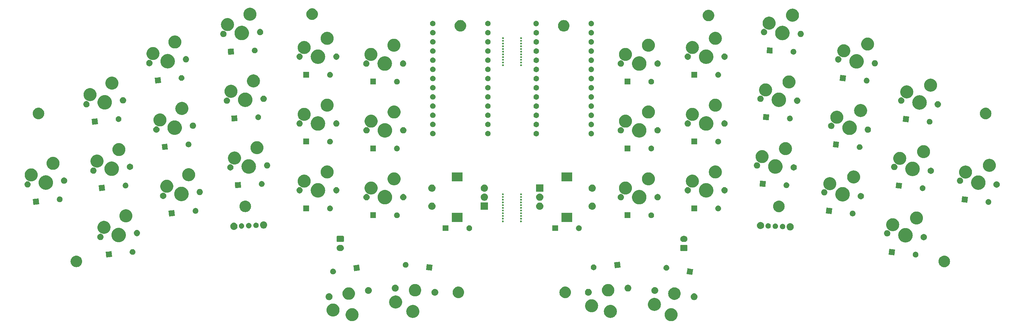
<source format=gts>
%TF.GenerationSoftware,KiCad,Pcbnew,7.0.9*%
%TF.CreationDate,2024-02-19T09:25:44+08:00*%
%TF.ProjectId,ascend,61736365-6e64-42e6-9b69-6361645f7063,v1.2*%
%TF.SameCoordinates,Original*%
%TF.FileFunction,Soldermask,Top*%
%TF.FilePolarity,Negative*%
%FSLAX46Y46*%
G04 Gerber Fmt 4.6, Leading zero omitted, Abs format (unit mm)*
G04 Created by KiCad (PCBNEW 7.0.9) date 2024-02-19 09:25:44*
%MOMM*%
%LPD*%
G01*
G04 APERTURE LIST*
G04 APERTURE END LIST*
G36*
X263325659Y-185351862D02*
G01*
X263391619Y-185351862D01*
X263451178Y-185360839D01*
X263513256Y-185365279D01*
X263586855Y-185381289D01*
X263657643Y-185391959D01*
X263709654Y-185408002D01*
X263764187Y-185419865D01*
X263841030Y-185448526D01*
X263914719Y-185471256D01*
X263958504Y-185492341D01*
X264004799Y-185509609D01*
X264082776Y-185552188D01*
X264157105Y-185587983D01*
X264192407Y-185612052D01*
X264230183Y-185632679D01*
X264306948Y-185690144D01*
X264379387Y-185739532D01*
X264406375Y-185764573D01*
X264435774Y-185786581D01*
X264508846Y-185859653D01*
X264576598Y-185922518D01*
X264595841Y-185946648D01*
X264617352Y-185968159D01*
X264684052Y-186057261D01*
X264744335Y-186132853D01*
X264756796Y-186154436D01*
X264771254Y-186173750D01*
X264828939Y-186279392D01*
X264878849Y-186365838D01*
X264885764Y-186383458D01*
X264894324Y-186399134D01*
X264940398Y-186522665D01*
X264977136Y-186616270D01*
X264980012Y-186628872D01*
X264984068Y-186639746D01*
X265016039Y-186786717D01*
X265037000Y-186878553D01*
X265037516Y-186885449D01*
X265038654Y-186890677D01*
X265054235Y-187108541D01*
X265057105Y-187146829D01*
X265054235Y-187185120D01*
X265038654Y-187402980D01*
X265037516Y-187408207D01*
X265037000Y-187415105D01*
X265016034Y-187506960D01*
X264984068Y-187653911D01*
X264980013Y-187664782D01*
X264977136Y-187677388D01*
X264940391Y-187771011D01*
X264894324Y-187894523D01*
X264885766Y-187910195D01*
X264878849Y-187927820D01*
X264828929Y-188014282D01*
X264771254Y-188119907D01*
X264756798Y-188139217D01*
X264744335Y-188160805D01*
X264684040Y-188236411D01*
X264617352Y-188325498D01*
X264595845Y-188347004D01*
X264576598Y-188371140D01*
X264508832Y-188434017D01*
X264435774Y-188507076D01*
X264406380Y-188529079D01*
X264379387Y-188554126D01*
X264306933Y-188603523D01*
X264230183Y-188660978D01*
X264192415Y-188681600D01*
X264157105Y-188705675D01*
X264082760Y-188741477D01*
X264004799Y-188784048D01*
X263958513Y-188801311D01*
X263914719Y-188822402D01*
X263841014Y-188845136D01*
X263764187Y-188873792D01*
X263709665Y-188885652D01*
X263657643Y-188901699D01*
X263586840Y-188912370D01*
X263513256Y-188928378D01*
X263451190Y-188932816D01*
X263391619Y-188941796D01*
X263325645Y-188941796D01*
X263257105Y-188946698D01*
X263188565Y-188941796D01*
X263122591Y-188941796D01*
X263063019Y-188932817D01*
X263000953Y-188928378D01*
X262927365Y-188912370D01*
X262856567Y-188901699D01*
X262804546Y-188885653D01*
X262750022Y-188873792D01*
X262673189Y-188845134D01*
X262599491Y-188822402D01*
X262555699Y-188801313D01*
X262509410Y-188784048D01*
X262431440Y-188741473D01*
X262357105Y-188705675D01*
X262321798Y-188681603D01*
X262284026Y-188660978D01*
X262207265Y-188603516D01*
X262134823Y-188554126D01*
X262107833Y-188529083D01*
X262078435Y-188507076D01*
X262005363Y-188434004D01*
X261937612Y-188371140D01*
X261918368Y-188347009D01*
X261896857Y-188325498D01*
X261830153Y-188236391D01*
X261769875Y-188160805D01*
X261757414Y-188139222D01*
X261742955Y-188119907D01*
X261685261Y-188014250D01*
X261635361Y-187927820D01*
X261628446Y-187910202D01*
X261619885Y-187894523D01*
X261573798Y-187770960D01*
X261537074Y-187677388D01*
X261534198Y-187664789D01*
X261530141Y-187653911D01*
X261498153Y-187506867D01*
X261477210Y-187415105D01*
X261476693Y-187408214D01*
X261475555Y-187402980D01*
X261459952Y-187184827D01*
X261457105Y-187146829D01*
X261459952Y-187108833D01*
X261475555Y-186890677D01*
X261476693Y-186885442D01*
X261477210Y-186878553D01*
X261498149Y-186786811D01*
X261530141Y-186639746D01*
X261534199Y-186628865D01*
X261537074Y-186616270D01*
X261573790Y-186522716D01*
X261619885Y-186399134D01*
X261628447Y-186383452D01*
X261635361Y-186365838D01*
X261685251Y-186279424D01*
X261742955Y-186173750D01*
X261757417Y-186154430D01*
X261769875Y-186132853D01*
X261830140Y-186057282D01*
X261896857Y-185968159D01*
X261918372Y-185946643D01*
X261937612Y-185922518D01*
X262005349Y-185859666D01*
X262078435Y-185786581D01*
X262107838Y-185764569D01*
X262134823Y-185739532D01*
X262207250Y-185690151D01*
X262284026Y-185632679D01*
X262321806Y-185612049D01*
X262357105Y-185587983D01*
X262431425Y-185552192D01*
X262509410Y-185509609D01*
X262555709Y-185492340D01*
X262599491Y-185471256D01*
X262673174Y-185448527D01*
X262750022Y-185419865D01*
X262804557Y-185408001D01*
X262856567Y-185391959D01*
X262927350Y-185381289D01*
X263000953Y-185365279D01*
X263063032Y-185360839D01*
X263122591Y-185351862D01*
X263188551Y-185351862D01*
X263257105Y-185346959D01*
X263325659Y-185351862D01*
G37*
G36*
X175148755Y-185340434D02*
G01*
X175214715Y-185340434D01*
X175274274Y-185349411D01*
X175336352Y-185353851D01*
X175409951Y-185369861D01*
X175480739Y-185380531D01*
X175532750Y-185396574D01*
X175587283Y-185408437D01*
X175664126Y-185437098D01*
X175737815Y-185459828D01*
X175781600Y-185480913D01*
X175827895Y-185498181D01*
X175905872Y-185540760D01*
X175980201Y-185576555D01*
X176015503Y-185600624D01*
X176053279Y-185621251D01*
X176130044Y-185678716D01*
X176202483Y-185728104D01*
X176229471Y-185753145D01*
X176258870Y-185775153D01*
X176331942Y-185848225D01*
X176399694Y-185911090D01*
X176418937Y-185935220D01*
X176440448Y-185956731D01*
X176507148Y-186045833D01*
X176567431Y-186121425D01*
X176579892Y-186143008D01*
X176594350Y-186162322D01*
X176652035Y-186267964D01*
X176701945Y-186354410D01*
X176708860Y-186372030D01*
X176717420Y-186387706D01*
X176763494Y-186511237D01*
X176800232Y-186604842D01*
X176803108Y-186617444D01*
X176807164Y-186628318D01*
X176839135Y-186775289D01*
X176860096Y-186867125D01*
X176860612Y-186874021D01*
X176861750Y-186879249D01*
X176877331Y-187097113D01*
X176880201Y-187135401D01*
X176877331Y-187173692D01*
X176861750Y-187391552D01*
X176860612Y-187396779D01*
X176860096Y-187403677D01*
X176839130Y-187495532D01*
X176807164Y-187642483D01*
X176803109Y-187653354D01*
X176800232Y-187665960D01*
X176763487Y-187759583D01*
X176717420Y-187883095D01*
X176708862Y-187898767D01*
X176701945Y-187916392D01*
X176652025Y-188002854D01*
X176594350Y-188108479D01*
X176579894Y-188127789D01*
X176567431Y-188149377D01*
X176507136Y-188224983D01*
X176440448Y-188314070D01*
X176418941Y-188335576D01*
X176399694Y-188359712D01*
X176331928Y-188422589D01*
X176258870Y-188495648D01*
X176229476Y-188517651D01*
X176202483Y-188542698D01*
X176130029Y-188592095D01*
X176053279Y-188649550D01*
X176015511Y-188670172D01*
X175980201Y-188694247D01*
X175905856Y-188730049D01*
X175827895Y-188772620D01*
X175781609Y-188789883D01*
X175737815Y-188810974D01*
X175664110Y-188833708D01*
X175587283Y-188862364D01*
X175532761Y-188874224D01*
X175480739Y-188890271D01*
X175409936Y-188900942D01*
X175336352Y-188916950D01*
X175274286Y-188921388D01*
X175214715Y-188930368D01*
X175148741Y-188930368D01*
X175080201Y-188935270D01*
X175011661Y-188930368D01*
X174945687Y-188930368D01*
X174886115Y-188921389D01*
X174824049Y-188916950D01*
X174750461Y-188900942D01*
X174679663Y-188890271D01*
X174627642Y-188874225D01*
X174573118Y-188862364D01*
X174496285Y-188833706D01*
X174422587Y-188810974D01*
X174378795Y-188789885D01*
X174332506Y-188772620D01*
X174254536Y-188730045D01*
X174180201Y-188694247D01*
X174144894Y-188670175D01*
X174107122Y-188649550D01*
X174030361Y-188592088D01*
X173957919Y-188542698D01*
X173930929Y-188517655D01*
X173901531Y-188495648D01*
X173828459Y-188422576D01*
X173760708Y-188359712D01*
X173741464Y-188335581D01*
X173719953Y-188314070D01*
X173653249Y-188224963D01*
X173592971Y-188149377D01*
X173580510Y-188127794D01*
X173566051Y-188108479D01*
X173508357Y-188002822D01*
X173458457Y-187916392D01*
X173451542Y-187898774D01*
X173442981Y-187883095D01*
X173396894Y-187759532D01*
X173360170Y-187665960D01*
X173357294Y-187653361D01*
X173353237Y-187642483D01*
X173321249Y-187495439D01*
X173300306Y-187403677D01*
X173299789Y-187396786D01*
X173298651Y-187391552D01*
X173283048Y-187173399D01*
X173280201Y-187135401D01*
X173283048Y-187097405D01*
X173298651Y-186879249D01*
X173299789Y-186874014D01*
X173300306Y-186867125D01*
X173321245Y-186775383D01*
X173353237Y-186628318D01*
X173357295Y-186617437D01*
X173360170Y-186604842D01*
X173396886Y-186511288D01*
X173442981Y-186387706D01*
X173451543Y-186372024D01*
X173458457Y-186354410D01*
X173508347Y-186267996D01*
X173566051Y-186162322D01*
X173580513Y-186143002D01*
X173592971Y-186121425D01*
X173653236Y-186045854D01*
X173719953Y-185956731D01*
X173741468Y-185935215D01*
X173760708Y-185911090D01*
X173828445Y-185848238D01*
X173901531Y-185775153D01*
X173930934Y-185753141D01*
X173957919Y-185728104D01*
X174030346Y-185678723D01*
X174107122Y-185621251D01*
X174144902Y-185600621D01*
X174180201Y-185576555D01*
X174254521Y-185540764D01*
X174332506Y-185498181D01*
X174378805Y-185480912D01*
X174422587Y-185459828D01*
X174496270Y-185437099D01*
X174573118Y-185408437D01*
X174627653Y-185396573D01*
X174679663Y-185380531D01*
X174750446Y-185369861D01*
X174824049Y-185353851D01*
X174886128Y-185349411D01*
X174945687Y-185340434D01*
X175011647Y-185340434D01*
X175080201Y-185335531D01*
X175148755Y-185340434D01*
G37*
G36*
X191935794Y-184445837D02*
G01*
X192001754Y-184445837D01*
X192061313Y-184454814D01*
X192123391Y-184459254D01*
X192196990Y-184475264D01*
X192267778Y-184485934D01*
X192319789Y-184501977D01*
X192374322Y-184513840D01*
X192451165Y-184542501D01*
X192524854Y-184565231D01*
X192568639Y-184586316D01*
X192614934Y-184603584D01*
X192692911Y-184646163D01*
X192767240Y-184681958D01*
X192802542Y-184706027D01*
X192840318Y-184726654D01*
X192917083Y-184784119D01*
X192989522Y-184833507D01*
X193016510Y-184858548D01*
X193045909Y-184880556D01*
X193118981Y-184953628D01*
X193186733Y-185016493D01*
X193205976Y-185040623D01*
X193227487Y-185062134D01*
X193294187Y-185151236D01*
X193354470Y-185226828D01*
X193366931Y-185248411D01*
X193381389Y-185267725D01*
X193439074Y-185373367D01*
X193488984Y-185459813D01*
X193495899Y-185477433D01*
X193504459Y-185493109D01*
X193550533Y-185616640D01*
X193587271Y-185710245D01*
X193590147Y-185722847D01*
X193594203Y-185733721D01*
X193626174Y-185880692D01*
X193647135Y-185972528D01*
X193647651Y-185979424D01*
X193648789Y-185984652D01*
X193664370Y-186202516D01*
X193667240Y-186240804D01*
X193664370Y-186279095D01*
X193648789Y-186496955D01*
X193647651Y-186502182D01*
X193647135Y-186509080D01*
X193626169Y-186600935D01*
X193594203Y-186747886D01*
X193590148Y-186758757D01*
X193587271Y-186771363D01*
X193550526Y-186864986D01*
X193504459Y-186988498D01*
X193495901Y-187004170D01*
X193488984Y-187021795D01*
X193439064Y-187108257D01*
X193381389Y-187213882D01*
X193366933Y-187233192D01*
X193354470Y-187254780D01*
X193294175Y-187330386D01*
X193227487Y-187419473D01*
X193205980Y-187440979D01*
X193186733Y-187465115D01*
X193118967Y-187527992D01*
X193045909Y-187601051D01*
X193016515Y-187623054D01*
X192989522Y-187648101D01*
X192917068Y-187697498D01*
X192840318Y-187754953D01*
X192802550Y-187775575D01*
X192767240Y-187799650D01*
X192692895Y-187835452D01*
X192614934Y-187878023D01*
X192568648Y-187895286D01*
X192524854Y-187916377D01*
X192451149Y-187939111D01*
X192374322Y-187967767D01*
X192319800Y-187979627D01*
X192267778Y-187995674D01*
X192196975Y-188006345D01*
X192123391Y-188022353D01*
X192061325Y-188026791D01*
X192001754Y-188035771D01*
X191935780Y-188035771D01*
X191867240Y-188040673D01*
X191798700Y-188035771D01*
X191732726Y-188035771D01*
X191673154Y-188026792D01*
X191611088Y-188022353D01*
X191537500Y-188006345D01*
X191466702Y-187995674D01*
X191414681Y-187979628D01*
X191360157Y-187967767D01*
X191283324Y-187939109D01*
X191209626Y-187916377D01*
X191165834Y-187895288D01*
X191119545Y-187878023D01*
X191041575Y-187835448D01*
X190967240Y-187799650D01*
X190931933Y-187775578D01*
X190894161Y-187754953D01*
X190817400Y-187697491D01*
X190744958Y-187648101D01*
X190717968Y-187623058D01*
X190688570Y-187601051D01*
X190615498Y-187527979D01*
X190547747Y-187465115D01*
X190528503Y-187440984D01*
X190506992Y-187419473D01*
X190440288Y-187330366D01*
X190380010Y-187254780D01*
X190367549Y-187233197D01*
X190353090Y-187213882D01*
X190295396Y-187108225D01*
X190245496Y-187021795D01*
X190238581Y-187004177D01*
X190230020Y-186988498D01*
X190183933Y-186864935D01*
X190147209Y-186771363D01*
X190144333Y-186758764D01*
X190140276Y-186747886D01*
X190108288Y-186600842D01*
X190087345Y-186509080D01*
X190086828Y-186502189D01*
X190085690Y-186496955D01*
X190070087Y-186278802D01*
X190067240Y-186240804D01*
X190070087Y-186202808D01*
X190085690Y-185984652D01*
X190086828Y-185979417D01*
X190087345Y-185972528D01*
X190108284Y-185880786D01*
X190140276Y-185733721D01*
X190144334Y-185722840D01*
X190147209Y-185710245D01*
X190183925Y-185616691D01*
X190230020Y-185493109D01*
X190238582Y-185477427D01*
X190245496Y-185459813D01*
X190295386Y-185373399D01*
X190353090Y-185267725D01*
X190367552Y-185248405D01*
X190380010Y-185226828D01*
X190440275Y-185151257D01*
X190506992Y-185062134D01*
X190528507Y-185040618D01*
X190547747Y-185016493D01*
X190615484Y-184953641D01*
X190688570Y-184880556D01*
X190717973Y-184858544D01*
X190744958Y-184833507D01*
X190817385Y-184784126D01*
X190894161Y-184726654D01*
X190931941Y-184706024D01*
X190967240Y-184681958D01*
X191041560Y-184646167D01*
X191119545Y-184603584D01*
X191165844Y-184586315D01*
X191209626Y-184565231D01*
X191283309Y-184542502D01*
X191360157Y-184513840D01*
X191414692Y-184501976D01*
X191466702Y-184485934D01*
X191537485Y-184475264D01*
X191611088Y-184459254D01*
X191673167Y-184454814D01*
X191732726Y-184445837D01*
X191798686Y-184445837D01*
X191867240Y-184440934D01*
X191935794Y-184445837D01*
G37*
G36*
X246539242Y-184438029D02*
G01*
X246605202Y-184438029D01*
X246664761Y-184447006D01*
X246726839Y-184451446D01*
X246800438Y-184467456D01*
X246871226Y-184478126D01*
X246923237Y-184494169D01*
X246977770Y-184506032D01*
X247054613Y-184534693D01*
X247128302Y-184557423D01*
X247172087Y-184578508D01*
X247218382Y-184595776D01*
X247296359Y-184638355D01*
X247370688Y-184674150D01*
X247405990Y-184698219D01*
X247443766Y-184718846D01*
X247520531Y-184776311D01*
X247592970Y-184825699D01*
X247619958Y-184850740D01*
X247649357Y-184872748D01*
X247722429Y-184945820D01*
X247790181Y-185008685D01*
X247809424Y-185032815D01*
X247830935Y-185054326D01*
X247897635Y-185143428D01*
X247957918Y-185219020D01*
X247970379Y-185240603D01*
X247984837Y-185259917D01*
X248042522Y-185365559D01*
X248092432Y-185452005D01*
X248099347Y-185469625D01*
X248107907Y-185485301D01*
X248153981Y-185608832D01*
X248190719Y-185702437D01*
X248193595Y-185715039D01*
X248197651Y-185725913D01*
X248229622Y-185872884D01*
X248250583Y-185964720D01*
X248251099Y-185971616D01*
X248252237Y-185976844D01*
X248267818Y-186194708D01*
X248270688Y-186232996D01*
X248267818Y-186271287D01*
X248252237Y-186489147D01*
X248251099Y-186494374D01*
X248250583Y-186501272D01*
X248229617Y-186593127D01*
X248197651Y-186740078D01*
X248193596Y-186750949D01*
X248190719Y-186763555D01*
X248153974Y-186857178D01*
X248107907Y-186980690D01*
X248099349Y-186996362D01*
X248092432Y-187013987D01*
X248042512Y-187100449D01*
X247984837Y-187206074D01*
X247970381Y-187225384D01*
X247957918Y-187246972D01*
X247897623Y-187322578D01*
X247830935Y-187411665D01*
X247809428Y-187433171D01*
X247790181Y-187457307D01*
X247722415Y-187520184D01*
X247649357Y-187593243D01*
X247619963Y-187615246D01*
X247592970Y-187640293D01*
X247520516Y-187689690D01*
X247443766Y-187747145D01*
X247405998Y-187767767D01*
X247370688Y-187791842D01*
X247296343Y-187827644D01*
X247218382Y-187870215D01*
X247172096Y-187887478D01*
X247128302Y-187908569D01*
X247054597Y-187931303D01*
X246977770Y-187959959D01*
X246923248Y-187971819D01*
X246871226Y-187987866D01*
X246800423Y-187998537D01*
X246726839Y-188014545D01*
X246664773Y-188018983D01*
X246605202Y-188027963D01*
X246539228Y-188027963D01*
X246470688Y-188032865D01*
X246402148Y-188027963D01*
X246336174Y-188027963D01*
X246276602Y-188018984D01*
X246214536Y-188014545D01*
X246140948Y-187998537D01*
X246070150Y-187987866D01*
X246018129Y-187971820D01*
X245963605Y-187959959D01*
X245886772Y-187931301D01*
X245813074Y-187908569D01*
X245769282Y-187887480D01*
X245722993Y-187870215D01*
X245645023Y-187827640D01*
X245570688Y-187791842D01*
X245535381Y-187767770D01*
X245497609Y-187747145D01*
X245420848Y-187689683D01*
X245348406Y-187640293D01*
X245321416Y-187615250D01*
X245292018Y-187593243D01*
X245218946Y-187520171D01*
X245151195Y-187457307D01*
X245131951Y-187433176D01*
X245110440Y-187411665D01*
X245043736Y-187322558D01*
X244983458Y-187246972D01*
X244970997Y-187225389D01*
X244956538Y-187206074D01*
X244898844Y-187100417D01*
X244848944Y-187013987D01*
X244842029Y-186996369D01*
X244833468Y-186980690D01*
X244787381Y-186857127D01*
X244750657Y-186763555D01*
X244747781Y-186750956D01*
X244743724Y-186740078D01*
X244711736Y-186593034D01*
X244690793Y-186501272D01*
X244690276Y-186494381D01*
X244689138Y-186489147D01*
X244673535Y-186270994D01*
X244670688Y-186232996D01*
X244673535Y-186195000D01*
X244689138Y-185976844D01*
X244690276Y-185971609D01*
X244690793Y-185964720D01*
X244711732Y-185872978D01*
X244743724Y-185725913D01*
X244747782Y-185715032D01*
X244750657Y-185702437D01*
X244787373Y-185608883D01*
X244833468Y-185485301D01*
X244842030Y-185469619D01*
X244848944Y-185452005D01*
X244898834Y-185365591D01*
X244956538Y-185259917D01*
X244971000Y-185240597D01*
X244983458Y-185219020D01*
X245043723Y-185143449D01*
X245110440Y-185054326D01*
X245131955Y-185032810D01*
X245151195Y-185008685D01*
X245218932Y-184945833D01*
X245292018Y-184872748D01*
X245321421Y-184850736D01*
X245348406Y-184825699D01*
X245420833Y-184776318D01*
X245497609Y-184718846D01*
X245535389Y-184698216D01*
X245570688Y-184674150D01*
X245645008Y-184638359D01*
X245722993Y-184595776D01*
X245769292Y-184578507D01*
X245813074Y-184557423D01*
X245886757Y-184534694D01*
X245963605Y-184506032D01*
X246018140Y-184494168D01*
X246070150Y-184478126D01*
X246140933Y-184467456D01*
X246214536Y-184451446D01*
X246276615Y-184447006D01*
X246336174Y-184438029D01*
X246402134Y-184438029D01*
X246470688Y-184433126D01*
X246539242Y-184438029D01*
G37*
G36*
X169881801Y-184048461D02*
G01*
X169947761Y-184048461D01*
X170007320Y-184057438D01*
X170069398Y-184061878D01*
X170142997Y-184077888D01*
X170213785Y-184088558D01*
X170265796Y-184104601D01*
X170320329Y-184116464D01*
X170397172Y-184145125D01*
X170470861Y-184167855D01*
X170514646Y-184188940D01*
X170560941Y-184206208D01*
X170638918Y-184248787D01*
X170713247Y-184284582D01*
X170748549Y-184308651D01*
X170786325Y-184329278D01*
X170863090Y-184386743D01*
X170935529Y-184436131D01*
X170962517Y-184461172D01*
X170991916Y-184483180D01*
X171064988Y-184556252D01*
X171132740Y-184619117D01*
X171151983Y-184643247D01*
X171173494Y-184664758D01*
X171240194Y-184753860D01*
X171300477Y-184829452D01*
X171312938Y-184851035D01*
X171327396Y-184870349D01*
X171385081Y-184975991D01*
X171434991Y-185062437D01*
X171441906Y-185080057D01*
X171450466Y-185095733D01*
X171496540Y-185219264D01*
X171533278Y-185312869D01*
X171536154Y-185325471D01*
X171540210Y-185336345D01*
X171572181Y-185483316D01*
X171593142Y-185575152D01*
X171593658Y-185582048D01*
X171594796Y-185587276D01*
X171610377Y-185805140D01*
X171613247Y-185843428D01*
X171610377Y-185881719D01*
X171594796Y-186099579D01*
X171593658Y-186104806D01*
X171593142Y-186111704D01*
X171572176Y-186203559D01*
X171540210Y-186350510D01*
X171536155Y-186361381D01*
X171533278Y-186373987D01*
X171496533Y-186467610D01*
X171450466Y-186591122D01*
X171441908Y-186606794D01*
X171434991Y-186624419D01*
X171385071Y-186710881D01*
X171327396Y-186816506D01*
X171312940Y-186835816D01*
X171300477Y-186857404D01*
X171240182Y-186933010D01*
X171173494Y-187022097D01*
X171151987Y-187043603D01*
X171132740Y-187067739D01*
X171064974Y-187130616D01*
X170991916Y-187203675D01*
X170962522Y-187225678D01*
X170935529Y-187250725D01*
X170863075Y-187300122D01*
X170786325Y-187357577D01*
X170748557Y-187378199D01*
X170713247Y-187402274D01*
X170638902Y-187438076D01*
X170560941Y-187480647D01*
X170514655Y-187497910D01*
X170470861Y-187519001D01*
X170397156Y-187541735D01*
X170320329Y-187570391D01*
X170265807Y-187582251D01*
X170213785Y-187598298D01*
X170142982Y-187608969D01*
X170069398Y-187624977D01*
X170007332Y-187629415D01*
X169947761Y-187638395D01*
X169881787Y-187638395D01*
X169813247Y-187643297D01*
X169744707Y-187638395D01*
X169678733Y-187638395D01*
X169619161Y-187629416D01*
X169557095Y-187624977D01*
X169483507Y-187608969D01*
X169412709Y-187598298D01*
X169360688Y-187582252D01*
X169306164Y-187570391D01*
X169229331Y-187541733D01*
X169155633Y-187519001D01*
X169111841Y-187497912D01*
X169065552Y-187480647D01*
X168987582Y-187438072D01*
X168913247Y-187402274D01*
X168877940Y-187378202D01*
X168840168Y-187357577D01*
X168763407Y-187300115D01*
X168690965Y-187250725D01*
X168663975Y-187225682D01*
X168634577Y-187203675D01*
X168561505Y-187130603D01*
X168493754Y-187067739D01*
X168474510Y-187043608D01*
X168452999Y-187022097D01*
X168386295Y-186932990D01*
X168326017Y-186857404D01*
X168313556Y-186835821D01*
X168299097Y-186816506D01*
X168241403Y-186710849D01*
X168191503Y-186624419D01*
X168184588Y-186606801D01*
X168176027Y-186591122D01*
X168129940Y-186467559D01*
X168093216Y-186373987D01*
X168090340Y-186361388D01*
X168086283Y-186350510D01*
X168054295Y-186203466D01*
X168033352Y-186111704D01*
X168032835Y-186104813D01*
X168031697Y-186099579D01*
X168016094Y-185881426D01*
X168013247Y-185843428D01*
X168016094Y-185805432D01*
X168031697Y-185587276D01*
X168032835Y-185582041D01*
X168033352Y-185575152D01*
X168054291Y-185483410D01*
X168086283Y-185336345D01*
X168090341Y-185325464D01*
X168093216Y-185312869D01*
X168129932Y-185219315D01*
X168176027Y-185095733D01*
X168184589Y-185080051D01*
X168191503Y-185062437D01*
X168241393Y-184976023D01*
X168299097Y-184870349D01*
X168313559Y-184851029D01*
X168326017Y-184829452D01*
X168386282Y-184753881D01*
X168452999Y-184664758D01*
X168474514Y-184643242D01*
X168493754Y-184619117D01*
X168561491Y-184556265D01*
X168634577Y-184483180D01*
X168663980Y-184461168D01*
X168690965Y-184436131D01*
X168763392Y-184386750D01*
X168840168Y-184329278D01*
X168877948Y-184308648D01*
X168913247Y-184284582D01*
X168987567Y-184248791D01*
X169065552Y-184206208D01*
X169111851Y-184188939D01*
X169155633Y-184167855D01*
X169229316Y-184145126D01*
X169306164Y-184116464D01*
X169360699Y-184104600D01*
X169412709Y-184088558D01*
X169483492Y-184077888D01*
X169557095Y-184061878D01*
X169619174Y-184057438D01*
X169678733Y-184048461D01*
X169744693Y-184048461D01*
X169813247Y-184043558D01*
X169881801Y-184048461D01*
G37*
G36*
X241347123Y-182872176D02*
G01*
X241413083Y-182872176D01*
X241472642Y-182881153D01*
X241534720Y-182885593D01*
X241608319Y-182901603D01*
X241679107Y-182912273D01*
X241731118Y-182928316D01*
X241785651Y-182940179D01*
X241862494Y-182968840D01*
X241936183Y-182991570D01*
X241979968Y-183012655D01*
X242026263Y-183029923D01*
X242104240Y-183072502D01*
X242178569Y-183108297D01*
X242213871Y-183132366D01*
X242251647Y-183152993D01*
X242328412Y-183210458D01*
X242400851Y-183259846D01*
X242427839Y-183284887D01*
X242457238Y-183306895D01*
X242530310Y-183379967D01*
X242598062Y-183442832D01*
X242617305Y-183466962D01*
X242638816Y-183488473D01*
X242705516Y-183577575D01*
X242765799Y-183653167D01*
X242778260Y-183674750D01*
X242792718Y-183694064D01*
X242850403Y-183799706D01*
X242900313Y-183886152D01*
X242907228Y-183903772D01*
X242915788Y-183919448D01*
X242961862Y-184042979D01*
X242998600Y-184136584D01*
X243001476Y-184149186D01*
X243005532Y-184160060D01*
X243037503Y-184307031D01*
X243058464Y-184398867D01*
X243058980Y-184405763D01*
X243060118Y-184410991D01*
X243075699Y-184628855D01*
X243078569Y-184667143D01*
X243075699Y-184705434D01*
X243060118Y-184923294D01*
X243058980Y-184928521D01*
X243058464Y-184935419D01*
X243037498Y-185027274D01*
X243005532Y-185174225D01*
X243001477Y-185185096D01*
X242998600Y-185197702D01*
X242961855Y-185291325D01*
X242915788Y-185414837D01*
X242907230Y-185430509D01*
X242900313Y-185448134D01*
X242850393Y-185534596D01*
X242792718Y-185640221D01*
X242778262Y-185659531D01*
X242765799Y-185681119D01*
X242705504Y-185756725D01*
X242638816Y-185845812D01*
X242617309Y-185867318D01*
X242598062Y-185891454D01*
X242530296Y-185954331D01*
X242457238Y-186027390D01*
X242427844Y-186049393D01*
X242400851Y-186074440D01*
X242328397Y-186123837D01*
X242251647Y-186181292D01*
X242213879Y-186201914D01*
X242178569Y-186225989D01*
X242104224Y-186261791D01*
X242026263Y-186304362D01*
X241979977Y-186321625D01*
X241936183Y-186342716D01*
X241862478Y-186365450D01*
X241785651Y-186394106D01*
X241731129Y-186405966D01*
X241679107Y-186422013D01*
X241608304Y-186432684D01*
X241534720Y-186448692D01*
X241472654Y-186453130D01*
X241413083Y-186462110D01*
X241347109Y-186462110D01*
X241278569Y-186467012D01*
X241210029Y-186462110D01*
X241144055Y-186462110D01*
X241084483Y-186453131D01*
X241022417Y-186448692D01*
X240948829Y-186432684D01*
X240878031Y-186422013D01*
X240826010Y-186405967D01*
X240771486Y-186394106D01*
X240694653Y-186365448D01*
X240620955Y-186342716D01*
X240577163Y-186321627D01*
X240530874Y-186304362D01*
X240452904Y-186261787D01*
X240378569Y-186225989D01*
X240343262Y-186201917D01*
X240305490Y-186181292D01*
X240228729Y-186123830D01*
X240156287Y-186074440D01*
X240129297Y-186049397D01*
X240099899Y-186027390D01*
X240026827Y-185954318D01*
X239959076Y-185891454D01*
X239939832Y-185867323D01*
X239918321Y-185845812D01*
X239851617Y-185756705D01*
X239791339Y-185681119D01*
X239778878Y-185659536D01*
X239764419Y-185640221D01*
X239706725Y-185534564D01*
X239656825Y-185448134D01*
X239649910Y-185430516D01*
X239641349Y-185414837D01*
X239595262Y-185291274D01*
X239558538Y-185197702D01*
X239555662Y-185185103D01*
X239551605Y-185174225D01*
X239519617Y-185027181D01*
X239498674Y-184935419D01*
X239498157Y-184928528D01*
X239497019Y-184923294D01*
X239481416Y-184705141D01*
X239478569Y-184667143D01*
X239481416Y-184629147D01*
X239497019Y-184410991D01*
X239498157Y-184405756D01*
X239498674Y-184398867D01*
X239519613Y-184307125D01*
X239551605Y-184160060D01*
X239555663Y-184149179D01*
X239558538Y-184136584D01*
X239595254Y-184043030D01*
X239641349Y-183919448D01*
X239649911Y-183903766D01*
X239656825Y-183886152D01*
X239706715Y-183799738D01*
X239764419Y-183694064D01*
X239778881Y-183674744D01*
X239791339Y-183653167D01*
X239851604Y-183577596D01*
X239918321Y-183488473D01*
X239939836Y-183466957D01*
X239959076Y-183442832D01*
X240026813Y-183379980D01*
X240099899Y-183306895D01*
X240129302Y-183284883D01*
X240156287Y-183259846D01*
X240228714Y-183210465D01*
X240305490Y-183152993D01*
X240343270Y-183132363D01*
X240378569Y-183108297D01*
X240452889Y-183072506D01*
X240530874Y-183029923D01*
X240577173Y-183012654D01*
X240620955Y-182991570D01*
X240694638Y-182968841D01*
X240771486Y-182940179D01*
X240826021Y-182928315D01*
X240878031Y-182912273D01*
X240948814Y-182901603D01*
X241022417Y-182885593D01*
X241084496Y-182881153D01*
X241144055Y-182872176D01*
X241210015Y-182872176D01*
X241278569Y-182867273D01*
X241347123Y-182872176D01*
G37*
G36*
X258715729Y-182495544D02*
G01*
X258781689Y-182495544D01*
X258841248Y-182504521D01*
X258903326Y-182508961D01*
X258976925Y-182524971D01*
X259047713Y-182535641D01*
X259099724Y-182551684D01*
X259154257Y-182563547D01*
X259231100Y-182592208D01*
X259304789Y-182614938D01*
X259348574Y-182636023D01*
X259394869Y-182653291D01*
X259472846Y-182695870D01*
X259547175Y-182731665D01*
X259582477Y-182755734D01*
X259620253Y-182776361D01*
X259697018Y-182833826D01*
X259769457Y-182883214D01*
X259796445Y-182908255D01*
X259825844Y-182930263D01*
X259898916Y-183003335D01*
X259966668Y-183066200D01*
X259985911Y-183090330D01*
X260007422Y-183111841D01*
X260074122Y-183200943D01*
X260134405Y-183276535D01*
X260146866Y-183298118D01*
X260161324Y-183317432D01*
X260219009Y-183423074D01*
X260268919Y-183509520D01*
X260275834Y-183527140D01*
X260284394Y-183542816D01*
X260330468Y-183666347D01*
X260367206Y-183759952D01*
X260370082Y-183772554D01*
X260374138Y-183783428D01*
X260406109Y-183930399D01*
X260427070Y-184022235D01*
X260427586Y-184029131D01*
X260428724Y-184034359D01*
X260444305Y-184252223D01*
X260447175Y-184290511D01*
X260444305Y-184328802D01*
X260428724Y-184546662D01*
X260427586Y-184551889D01*
X260427070Y-184558787D01*
X260406104Y-184650642D01*
X260374138Y-184797593D01*
X260370083Y-184808464D01*
X260367206Y-184821070D01*
X260330461Y-184914693D01*
X260284394Y-185038205D01*
X260275836Y-185053877D01*
X260268919Y-185071502D01*
X260218999Y-185157964D01*
X260161324Y-185263589D01*
X260146868Y-185282899D01*
X260134405Y-185304487D01*
X260074110Y-185380093D01*
X260007422Y-185469180D01*
X259985915Y-185490686D01*
X259966668Y-185514822D01*
X259898902Y-185577699D01*
X259825844Y-185650758D01*
X259796450Y-185672761D01*
X259769457Y-185697808D01*
X259697003Y-185747205D01*
X259620253Y-185804660D01*
X259582485Y-185825282D01*
X259547175Y-185849357D01*
X259472830Y-185885159D01*
X259394869Y-185927730D01*
X259348583Y-185944993D01*
X259304789Y-185966084D01*
X259231084Y-185988818D01*
X259154257Y-186017474D01*
X259099735Y-186029334D01*
X259047713Y-186045381D01*
X258976910Y-186056052D01*
X258903326Y-186072060D01*
X258841260Y-186076498D01*
X258781689Y-186085478D01*
X258715715Y-186085478D01*
X258647175Y-186090380D01*
X258578635Y-186085478D01*
X258512661Y-186085478D01*
X258453089Y-186076499D01*
X258391023Y-186072060D01*
X258317435Y-186056052D01*
X258246637Y-186045381D01*
X258194616Y-186029335D01*
X258140092Y-186017474D01*
X258063259Y-185988816D01*
X257989561Y-185966084D01*
X257945769Y-185944995D01*
X257899480Y-185927730D01*
X257821510Y-185885155D01*
X257747175Y-185849357D01*
X257711868Y-185825285D01*
X257674096Y-185804660D01*
X257597335Y-185747198D01*
X257524893Y-185697808D01*
X257497903Y-185672765D01*
X257468505Y-185650758D01*
X257395433Y-185577686D01*
X257327682Y-185514822D01*
X257308438Y-185490691D01*
X257286927Y-185469180D01*
X257220223Y-185380073D01*
X257159945Y-185304487D01*
X257147484Y-185282904D01*
X257133025Y-185263589D01*
X257075331Y-185157932D01*
X257025431Y-185071502D01*
X257018516Y-185053884D01*
X257009955Y-185038205D01*
X256963868Y-184914642D01*
X256927144Y-184821070D01*
X256924268Y-184808471D01*
X256920211Y-184797593D01*
X256888223Y-184650549D01*
X256867280Y-184558787D01*
X256866763Y-184551896D01*
X256865625Y-184546662D01*
X256850022Y-184328509D01*
X256847175Y-184290511D01*
X256850022Y-184252515D01*
X256865625Y-184034359D01*
X256866763Y-184029124D01*
X256867280Y-184022235D01*
X256888219Y-183930493D01*
X256920211Y-183783428D01*
X256924269Y-183772547D01*
X256927144Y-183759952D01*
X256963860Y-183666398D01*
X257009955Y-183542816D01*
X257018517Y-183527134D01*
X257025431Y-183509520D01*
X257075321Y-183423106D01*
X257133025Y-183317432D01*
X257147487Y-183298112D01*
X257159945Y-183276535D01*
X257220210Y-183200964D01*
X257286927Y-183111841D01*
X257308442Y-183090325D01*
X257327682Y-183066200D01*
X257395419Y-183003348D01*
X257468505Y-182930263D01*
X257497908Y-182908251D01*
X257524893Y-182883214D01*
X257597320Y-182833833D01*
X257674096Y-182776361D01*
X257711876Y-182755731D01*
X257747175Y-182731665D01*
X257821495Y-182695874D01*
X257899480Y-182653291D01*
X257945779Y-182636022D01*
X257989561Y-182614938D01*
X258063244Y-182592209D01*
X258140092Y-182563547D01*
X258194627Y-182551683D01*
X258246637Y-182535641D01*
X258317420Y-182524971D01*
X258391023Y-182508961D01*
X258453102Y-182504521D01*
X258512661Y-182495544D01*
X258578621Y-182495544D01*
X258647175Y-182490641D01*
X258715729Y-182495544D01*
G37*
G36*
X187182694Y-181834699D02*
G01*
X187248654Y-181834699D01*
X187308213Y-181843676D01*
X187370291Y-181848116D01*
X187443890Y-181864126D01*
X187514678Y-181874796D01*
X187566689Y-181890839D01*
X187621222Y-181902702D01*
X187698065Y-181931363D01*
X187771754Y-181954093D01*
X187815539Y-181975178D01*
X187861834Y-181992446D01*
X187939811Y-182035025D01*
X188014140Y-182070820D01*
X188049442Y-182094889D01*
X188087218Y-182115516D01*
X188163983Y-182172981D01*
X188236422Y-182222369D01*
X188263410Y-182247410D01*
X188292809Y-182269418D01*
X188365881Y-182342490D01*
X188433633Y-182405355D01*
X188452876Y-182429485D01*
X188474387Y-182450996D01*
X188541087Y-182540098D01*
X188601370Y-182615690D01*
X188613831Y-182637273D01*
X188628289Y-182656587D01*
X188685974Y-182762229D01*
X188735884Y-182848675D01*
X188742799Y-182866295D01*
X188751359Y-182881971D01*
X188797433Y-183005502D01*
X188834171Y-183099107D01*
X188837047Y-183111709D01*
X188841103Y-183122583D01*
X188873074Y-183269554D01*
X188894035Y-183361390D01*
X188894551Y-183368286D01*
X188895689Y-183373514D01*
X188911270Y-183591378D01*
X188914140Y-183629666D01*
X188911270Y-183667957D01*
X188895689Y-183885817D01*
X188894551Y-183891044D01*
X188894035Y-183897942D01*
X188873069Y-183989797D01*
X188841103Y-184136748D01*
X188837048Y-184147619D01*
X188834171Y-184160225D01*
X188797426Y-184253848D01*
X188751359Y-184377360D01*
X188742801Y-184393032D01*
X188735884Y-184410657D01*
X188685964Y-184497119D01*
X188628289Y-184602744D01*
X188613833Y-184622054D01*
X188601370Y-184643642D01*
X188541075Y-184719248D01*
X188474387Y-184808335D01*
X188452880Y-184829841D01*
X188433633Y-184853977D01*
X188365867Y-184916854D01*
X188292809Y-184989913D01*
X188263415Y-185011916D01*
X188236422Y-185036963D01*
X188163968Y-185086360D01*
X188087218Y-185143815D01*
X188049450Y-185164437D01*
X188014140Y-185188512D01*
X187939795Y-185224314D01*
X187861834Y-185266885D01*
X187815548Y-185284148D01*
X187771754Y-185305239D01*
X187698049Y-185327973D01*
X187621222Y-185356629D01*
X187566700Y-185368489D01*
X187514678Y-185384536D01*
X187443875Y-185395207D01*
X187370291Y-185411215D01*
X187308225Y-185415653D01*
X187248654Y-185424633D01*
X187182680Y-185424633D01*
X187114140Y-185429535D01*
X187045600Y-185424633D01*
X186979626Y-185424633D01*
X186920054Y-185415654D01*
X186857988Y-185411215D01*
X186784400Y-185395207D01*
X186713602Y-185384536D01*
X186661581Y-185368490D01*
X186607057Y-185356629D01*
X186530224Y-185327971D01*
X186456526Y-185305239D01*
X186412734Y-185284150D01*
X186366445Y-185266885D01*
X186288475Y-185224310D01*
X186214140Y-185188512D01*
X186178833Y-185164440D01*
X186141061Y-185143815D01*
X186064300Y-185086353D01*
X185991858Y-185036963D01*
X185964868Y-185011920D01*
X185935470Y-184989913D01*
X185862398Y-184916841D01*
X185794647Y-184853977D01*
X185775403Y-184829846D01*
X185753892Y-184808335D01*
X185687188Y-184719228D01*
X185626910Y-184643642D01*
X185614449Y-184622059D01*
X185599990Y-184602744D01*
X185542296Y-184497087D01*
X185492396Y-184410657D01*
X185485481Y-184393039D01*
X185476920Y-184377360D01*
X185430833Y-184253797D01*
X185394109Y-184160225D01*
X185391233Y-184147626D01*
X185387176Y-184136748D01*
X185355188Y-183989704D01*
X185334245Y-183897942D01*
X185333728Y-183891051D01*
X185332590Y-183885817D01*
X185316987Y-183667664D01*
X185314140Y-183629666D01*
X185316987Y-183591670D01*
X185332590Y-183373514D01*
X185333728Y-183368279D01*
X185334245Y-183361390D01*
X185355184Y-183269648D01*
X185387176Y-183122583D01*
X185391234Y-183111702D01*
X185394109Y-183099107D01*
X185430825Y-183005553D01*
X185476920Y-182881971D01*
X185485482Y-182866289D01*
X185492396Y-182848675D01*
X185542286Y-182762261D01*
X185599990Y-182656587D01*
X185614452Y-182637267D01*
X185626910Y-182615690D01*
X185687175Y-182540119D01*
X185753892Y-182450996D01*
X185775407Y-182429480D01*
X185794647Y-182405355D01*
X185862384Y-182342503D01*
X185935470Y-182269418D01*
X185964873Y-182247406D01*
X185991858Y-182222369D01*
X186064285Y-182172988D01*
X186141061Y-182115516D01*
X186178841Y-182094886D01*
X186214140Y-182070820D01*
X186288460Y-182035029D01*
X186366445Y-181992446D01*
X186412744Y-181975177D01*
X186456526Y-181954093D01*
X186530209Y-181931364D01*
X186607057Y-181902702D01*
X186661592Y-181890838D01*
X186713602Y-181874796D01*
X186784385Y-181864126D01*
X186857988Y-181848116D01*
X186920067Y-181843676D01*
X186979626Y-181834699D01*
X187045586Y-181834699D01*
X187114140Y-181829796D01*
X187182694Y-181834699D01*
G37*
G36*
X269797690Y-181248112D02*
G01*
X269975903Y-181302172D01*
X270140146Y-181389962D01*
X270284105Y-181508107D01*
X270402250Y-181652066D01*
X270490040Y-181816309D01*
X270544100Y-181994522D01*
X270562354Y-182179858D01*
X270544100Y-182365194D01*
X270490040Y-182543407D01*
X270402250Y-182707650D01*
X270284105Y-182851609D01*
X270140146Y-182969754D01*
X269975903Y-183057544D01*
X269797690Y-183111604D01*
X269612354Y-183129858D01*
X269427018Y-183111604D01*
X269248805Y-183057544D01*
X269084562Y-182969754D01*
X268940603Y-182851609D01*
X268822458Y-182707650D01*
X268734668Y-182543407D01*
X268680608Y-182365194D01*
X268662354Y-182179858D01*
X268680608Y-181994522D01*
X268734668Y-181816309D01*
X268822458Y-181652066D01*
X268940603Y-181508107D01*
X269084562Y-181389962D01*
X269248805Y-181302172D01*
X269427018Y-181248112D01*
X269612354Y-181229858D01*
X269797690Y-181248112D01*
G37*
G36*
X168910288Y-181236684D02*
G01*
X169088501Y-181290744D01*
X169252744Y-181378534D01*
X169396703Y-181496679D01*
X169514848Y-181640638D01*
X169602638Y-181804881D01*
X169656698Y-181983094D01*
X169674952Y-182168430D01*
X169656698Y-182353766D01*
X169602638Y-182531979D01*
X169514848Y-182696222D01*
X169396703Y-182840181D01*
X169252744Y-182958326D01*
X169088501Y-183046116D01*
X168910288Y-183100176D01*
X168724952Y-183118430D01*
X168539616Y-183100176D01*
X168361403Y-183046116D01*
X168197160Y-182958326D01*
X168053201Y-182840181D01*
X167935056Y-182696222D01*
X167847266Y-182531979D01*
X167793206Y-182353766D01*
X167774952Y-182168430D01*
X167793206Y-181983094D01*
X167847266Y-181804881D01*
X167935056Y-181640638D01*
X168053201Y-181496679D01*
X168197160Y-181378534D01*
X168361403Y-181290744D01*
X168539616Y-181236684D01*
X168724952Y-181218430D01*
X168910288Y-181236684D01*
G37*
G36*
X264563917Y-179637717D02*
G01*
X264810281Y-179713711D01*
X265042568Y-179825574D01*
X265255588Y-179970809D01*
X265444582Y-180146170D01*
X265605330Y-180347741D01*
X265734239Y-180571019D01*
X265828431Y-180811015D01*
X265885801Y-181062370D01*
X265905068Y-181319468D01*
X265885801Y-181576566D01*
X265828431Y-181827921D01*
X265734239Y-182067917D01*
X265605330Y-182291195D01*
X265444582Y-182492766D01*
X265255588Y-182668127D01*
X265042568Y-182813362D01*
X264810281Y-182925225D01*
X264563917Y-183001219D01*
X264308977Y-183039645D01*
X264051159Y-183039645D01*
X263796219Y-183001219D01*
X263549855Y-182925225D01*
X263317568Y-182813362D01*
X263104548Y-182668127D01*
X262915554Y-182492766D01*
X262754806Y-182291195D01*
X262625897Y-182067917D01*
X262531705Y-181827921D01*
X262474335Y-181576566D01*
X262455068Y-181319468D01*
X262474335Y-181062370D01*
X262531705Y-180811015D01*
X262625897Y-180571019D01*
X262754806Y-180347741D01*
X262915554Y-180146170D01*
X263104548Y-179970809D01*
X263317568Y-179825574D01*
X263549855Y-179713711D01*
X263796219Y-179637717D01*
X264051159Y-179599291D01*
X264308977Y-179599291D01*
X264563917Y-179637717D01*
G37*
G36*
X174541087Y-179626289D02*
G01*
X174787451Y-179702283D01*
X175019738Y-179814146D01*
X175232758Y-179959381D01*
X175421752Y-180134742D01*
X175582500Y-180336313D01*
X175711409Y-180559591D01*
X175805601Y-180799587D01*
X175862971Y-181050942D01*
X175882238Y-181308040D01*
X175862971Y-181565138D01*
X175805601Y-181816493D01*
X175711409Y-182056489D01*
X175582500Y-182279767D01*
X175421752Y-182481338D01*
X175232758Y-182656699D01*
X175019738Y-182801934D01*
X174787451Y-182913797D01*
X174541087Y-182989791D01*
X174286147Y-183028217D01*
X174028329Y-183028217D01*
X173773389Y-182989791D01*
X173527025Y-182913797D01*
X173294738Y-182801934D01*
X173081718Y-182656699D01*
X172892724Y-182481338D01*
X172731976Y-182279767D01*
X172603067Y-182056489D01*
X172508875Y-181816493D01*
X172451505Y-181565138D01*
X172432238Y-181308040D01*
X172451505Y-181050942D01*
X172508875Y-180799587D01*
X172603067Y-180559591D01*
X172731976Y-180336313D01*
X172892724Y-180134742D01*
X173081718Y-179959381D01*
X173294738Y-179814146D01*
X173527025Y-179702283D01*
X173773389Y-179626289D01*
X174028329Y-179587863D01*
X174286147Y-179587863D01*
X174541087Y-179626289D01*
G37*
G36*
X204709608Y-179386120D02*
G01*
X204953740Y-179444731D01*
X205185698Y-179540811D01*
X205399769Y-179671994D01*
X205590684Y-179835050D01*
X205753740Y-180025965D01*
X205884923Y-180240036D01*
X205981003Y-180471994D01*
X206039614Y-180716126D01*
X206059313Y-180966421D01*
X206039614Y-181216716D01*
X205981003Y-181460848D01*
X205884923Y-181692806D01*
X205753740Y-181906877D01*
X205590684Y-182097792D01*
X205399769Y-182260848D01*
X205185698Y-182392031D01*
X204953740Y-182488111D01*
X204709608Y-182546722D01*
X204459313Y-182566421D01*
X204209018Y-182546722D01*
X203964886Y-182488111D01*
X203732928Y-182392031D01*
X203518857Y-182260848D01*
X203327942Y-182097792D01*
X203164886Y-181906877D01*
X203033703Y-181692806D01*
X202937623Y-181460848D01*
X202879012Y-181216716D01*
X202859313Y-180966421D01*
X202879012Y-180716126D01*
X202937623Y-180471994D01*
X203033703Y-180240036D01*
X203164886Y-180025965D01*
X203327942Y-179835050D01*
X203518857Y-179671994D01*
X203732928Y-179540811D01*
X203964886Y-179444731D01*
X204209018Y-179386120D01*
X204459313Y-179366421D01*
X204709608Y-179386120D01*
G37*
G36*
X234237108Y-179386120D02*
G01*
X234481240Y-179444731D01*
X234713198Y-179540811D01*
X234927269Y-179671994D01*
X235118184Y-179835050D01*
X235281240Y-180025965D01*
X235412423Y-180240036D01*
X235508503Y-180471994D01*
X235567114Y-180716126D01*
X235586813Y-180966421D01*
X235567114Y-181216716D01*
X235508503Y-181460848D01*
X235412423Y-181692806D01*
X235281240Y-181906877D01*
X235118184Y-182097792D01*
X234927269Y-182260848D01*
X234713198Y-182392031D01*
X234481240Y-182488111D01*
X234237108Y-182546722D01*
X233986813Y-182566421D01*
X233736518Y-182546722D01*
X233492386Y-182488111D01*
X233260428Y-182392031D01*
X233046357Y-182260848D01*
X232855442Y-182097792D01*
X232692386Y-181906877D01*
X232561203Y-181692806D01*
X232465123Y-181460848D01*
X232406512Y-181216716D01*
X232386813Y-180966421D01*
X232406512Y-180716126D01*
X232465123Y-180471994D01*
X232561203Y-180240036D01*
X232692386Y-180025965D01*
X232855442Y-179835050D01*
X233046357Y-179671994D01*
X233260428Y-179540811D01*
X233492386Y-179444731D01*
X233736518Y-179386120D01*
X233986813Y-179366421D01*
X234237108Y-179386120D01*
G37*
G36*
X192867807Y-178691374D02*
G01*
X193114171Y-178767368D01*
X193346458Y-178879231D01*
X193559478Y-179024466D01*
X193748472Y-179199827D01*
X193909220Y-179401398D01*
X194038129Y-179624676D01*
X194132321Y-179864672D01*
X194189691Y-180116027D01*
X194208958Y-180373125D01*
X194189691Y-180630223D01*
X194132321Y-180881578D01*
X194038129Y-181121574D01*
X193909220Y-181344852D01*
X193748472Y-181546423D01*
X193559478Y-181721784D01*
X193346458Y-181867019D01*
X193114171Y-181978882D01*
X192867807Y-182054876D01*
X192612867Y-182093302D01*
X192355049Y-182093302D01*
X192100109Y-182054876D01*
X191853745Y-181978882D01*
X191621458Y-181867019D01*
X191408438Y-181721784D01*
X191219444Y-181546423D01*
X191058696Y-181344852D01*
X190929787Y-181121574D01*
X190835595Y-180881578D01*
X190778225Y-180630223D01*
X190758958Y-180373125D01*
X190778225Y-180116027D01*
X190835595Y-179864672D01*
X190929787Y-179624676D01*
X191058696Y-179401398D01*
X191219444Y-179199827D01*
X191408438Y-179024466D01*
X191621458Y-178879231D01*
X191853745Y-178767368D01*
X192100109Y-178691374D01*
X192355049Y-178652948D01*
X192612867Y-178652948D01*
X192867807Y-178691374D01*
G37*
G36*
X246237819Y-178683566D02*
G01*
X246484183Y-178759560D01*
X246716470Y-178871423D01*
X246929490Y-179016658D01*
X247118484Y-179192019D01*
X247279232Y-179393590D01*
X247408141Y-179616868D01*
X247502333Y-179856864D01*
X247559703Y-180108219D01*
X247578970Y-180365317D01*
X247559703Y-180622415D01*
X247502333Y-180873770D01*
X247408141Y-181113766D01*
X247279232Y-181337044D01*
X247118484Y-181538615D01*
X246929490Y-181713976D01*
X246716470Y-181859211D01*
X246484183Y-181971074D01*
X246237819Y-182047068D01*
X245982879Y-182085494D01*
X245725061Y-182085494D01*
X245470121Y-182047068D01*
X245223757Y-181971074D01*
X244991470Y-181859211D01*
X244778450Y-181713976D01*
X244589456Y-181538615D01*
X244428708Y-181337044D01*
X244299799Y-181113766D01*
X244205607Y-180873770D01*
X244148237Y-180622415D01*
X244128970Y-180365317D01*
X244148237Y-180108219D01*
X244205607Y-179856864D01*
X244299799Y-179616868D01*
X244428708Y-179393590D01*
X244589456Y-179192019D01*
X244778450Y-179016658D01*
X244991470Y-178871423D01*
X245223757Y-178759560D01*
X245470121Y-178683566D01*
X245725061Y-178645140D01*
X245982879Y-178645140D01*
X246237819Y-178683566D01*
G37*
G36*
X198139164Y-180016286D02*
G01*
X198317377Y-180070346D01*
X198481620Y-180158136D01*
X198625579Y-180276281D01*
X198743724Y-180420240D01*
X198831514Y-180584483D01*
X198885574Y-180762696D01*
X198903828Y-180948032D01*
X198885574Y-181133368D01*
X198831514Y-181311581D01*
X198743724Y-181475824D01*
X198625579Y-181619783D01*
X198481620Y-181737928D01*
X198317377Y-181825718D01*
X198139164Y-181879778D01*
X197953828Y-181898032D01*
X197768492Y-181879778D01*
X197590279Y-181825718D01*
X197426036Y-181737928D01*
X197282077Y-181619783D01*
X197163932Y-181475824D01*
X197076142Y-181311581D01*
X197022082Y-181133368D01*
X197003828Y-180948032D01*
X197022082Y-180762696D01*
X197076142Y-180584483D01*
X197163932Y-180420240D01*
X197282077Y-180276281D01*
X197426036Y-180158136D01*
X197590279Y-180070346D01*
X197768492Y-180016286D01*
X197953828Y-179998032D01*
X198139164Y-180016286D01*
G37*
G36*
X240569436Y-180008478D02*
G01*
X240747649Y-180062538D01*
X240911892Y-180150328D01*
X241055851Y-180268473D01*
X241173996Y-180412432D01*
X241261786Y-180576675D01*
X241315846Y-180754888D01*
X241334100Y-180940224D01*
X241315846Y-181125560D01*
X241261786Y-181303773D01*
X241173996Y-181468016D01*
X241055851Y-181611975D01*
X240911892Y-181730120D01*
X240747649Y-181817910D01*
X240569436Y-181871970D01*
X240384100Y-181890224D01*
X240198764Y-181871970D01*
X240020551Y-181817910D01*
X239856308Y-181730120D01*
X239712349Y-181611975D01*
X239594204Y-181468016D01*
X239506414Y-181303773D01*
X239452354Y-181125560D01*
X239434100Y-180940224D01*
X239452354Y-180754888D01*
X239506414Y-180576675D01*
X239594204Y-180412432D01*
X239712349Y-180268473D01*
X239856308Y-180150328D01*
X240020551Y-180062538D01*
X240198764Y-180008478D01*
X240384100Y-179990224D01*
X240569436Y-180008478D01*
G37*
G36*
X258933118Y-179527332D02*
G01*
X259111331Y-179581392D01*
X259275574Y-179669182D01*
X259419533Y-179787327D01*
X259537678Y-179931286D01*
X259625468Y-180095529D01*
X259679528Y-180273742D01*
X259697782Y-180459078D01*
X259679528Y-180644414D01*
X259625468Y-180822627D01*
X259537678Y-180986870D01*
X259419533Y-181130829D01*
X259275574Y-181248974D01*
X259111331Y-181336764D01*
X258933118Y-181390824D01*
X258747782Y-181409078D01*
X258562446Y-181390824D01*
X258384233Y-181336764D01*
X258219990Y-181248974D01*
X258076031Y-181130829D01*
X257957886Y-180986870D01*
X257870096Y-180822627D01*
X257816036Y-180644414D01*
X257797782Y-180459078D01*
X257816036Y-180273742D01*
X257870096Y-180095529D01*
X257957886Y-179931286D01*
X258076031Y-179787327D01*
X258219990Y-179669182D01*
X258384233Y-179581392D01*
X258562446Y-179527332D01*
X258747782Y-179509078D01*
X258933118Y-179527332D01*
G37*
G36*
X179774860Y-179515904D02*
G01*
X179953073Y-179569964D01*
X180117316Y-179657754D01*
X180261275Y-179775899D01*
X180379420Y-179919858D01*
X180467210Y-180084101D01*
X180521270Y-180262314D01*
X180539524Y-180447650D01*
X180521270Y-180632986D01*
X180467210Y-180811199D01*
X180379420Y-180975442D01*
X180261275Y-181119401D01*
X180117316Y-181237546D01*
X179953073Y-181325336D01*
X179774860Y-181379396D01*
X179589524Y-181397650D01*
X179404188Y-181379396D01*
X179225975Y-181325336D01*
X179061732Y-181237546D01*
X178917773Y-181119401D01*
X178799628Y-180975442D01*
X178711838Y-180811199D01*
X178657778Y-180632986D01*
X178639524Y-180447650D01*
X178657778Y-180262314D01*
X178711838Y-180084101D01*
X178799628Y-179919858D01*
X178917773Y-179775899D01*
X179061732Y-179657754D01*
X179225975Y-179569964D01*
X179404188Y-179515904D01*
X179589524Y-179497650D01*
X179774860Y-179515904D01*
G37*
G36*
X187199424Y-178866472D02*
G01*
X187377637Y-178920532D01*
X187541880Y-179008322D01*
X187685839Y-179126467D01*
X187803984Y-179270426D01*
X187891774Y-179434669D01*
X187945834Y-179612882D01*
X187964088Y-179798218D01*
X187945834Y-179983554D01*
X187891774Y-180161767D01*
X187803984Y-180326010D01*
X187685839Y-180469969D01*
X187541880Y-180588114D01*
X187377637Y-180675904D01*
X187199424Y-180729964D01*
X187014088Y-180748218D01*
X186828752Y-180729964D01*
X186650539Y-180675904D01*
X186486296Y-180588114D01*
X186342337Y-180469969D01*
X186224192Y-180326010D01*
X186136402Y-180161767D01*
X186082342Y-179983554D01*
X186064088Y-179798218D01*
X186082342Y-179612882D01*
X186136402Y-179434669D01*
X186224192Y-179270426D01*
X186342337Y-179126467D01*
X186486296Y-179008322D01*
X186650539Y-178920532D01*
X186828752Y-178866472D01*
X187014088Y-178848218D01*
X187199424Y-178866472D01*
G37*
G36*
X251509176Y-178858664D02*
G01*
X251687389Y-178912724D01*
X251851632Y-179000514D01*
X251995591Y-179118659D01*
X252113736Y-179262618D01*
X252201526Y-179426861D01*
X252255586Y-179605074D01*
X252273840Y-179790410D01*
X252255586Y-179975746D01*
X252201526Y-180153959D01*
X252113736Y-180318202D01*
X251995591Y-180462161D01*
X251851632Y-180580306D01*
X251687389Y-180668096D01*
X251509176Y-180722156D01*
X251323840Y-180740410D01*
X251138504Y-180722156D01*
X250960291Y-180668096D01*
X250796048Y-180580306D01*
X250652089Y-180462161D01*
X250533944Y-180318202D01*
X250446154Y-180153959D01*
X250392094Y-179975746D01*
X250373840Y-179790410D01*
X250392094Y-179605074D01*
X250446154Y-179426861D01*
X250533944Y-179262618D01*
X250652089Y-179118659D01*
X250796048Y-179000514D01*
X250960291Y-178912724D01*
X251138504Y-178858664D01*
X251323840Y-178840410D01*
X251509176Y-178858664D01*
G37*
G36*
X268987073Y-174487334D02*
G01*
X269358399Y-174546146D01*
X269358400Y-174546146D01*
X269363341Y-174546929D01*
X269113046Y-176127230D01*
X267532745Y-175876935D01*
X267725354Y-174660850D01*
X267782257Y-174301575D01*
X267782257Y-174301572D01*
X267783040Y-174296634D01*
X268987073Y-174487334D01*
G37*
G36*
X169863302Y-174395581D02*
G01*
X169905528Y-174395581D01*
X169953163Y-174405706D01*
X169999952Y-174410978D01*
X170033974Y-174422882D01*
X170069062Y-174430341D01*
X170119630Y-174452855D01*
X170169042Y-174470145D01*
X170194758Y-174486303D01*
X170221795Y-174498341D01*
X170272210Y-174534970D01*
X170320727Y-174565455D01*
X170338149Y-174582877D01*
X170357052Y-174596611D01*
X170403779Y-174648507D01*
X170447400Y-174692128D01*
X170457434Y-174708097D01*
X170468921Y-174720855D01*
X170508220Y-174788923D01*
X170542710Y-174843813D01*
X170547015Y-174856117D01*
X170552515Y-174865643D01*
X170580675Y-174952312D01*
X170601877Y-175012903D01*
X170602681Y-175020038D01*
X170604179Y-175024649D01*
X170617755Y-175153824D01*
X170621935Y-175190920D01*
X170617754Y-175228018D01*
X170604179Y-175357190D01*
X170602681Y-175361799D01*
X170601877Y-175368937D01*
X170580671Y-175429540D01*
X170552515Y-175516196D01*
X170547016Y-175525719D01*
X170542710Y-175538027D01*
X170508213Y-175592927D01*
X170468921Y-175660984D01*
X170457436Y-175673738D01*
X170447400Y-175689712D01*
X170403770Y-175733341D01*
X170357052Y-175785228D01*
X170338153Y-175798958D01*
X170320727Y-175816385D01*
X170272200Y-175846876D01*
X170221795Y-175883498D01*
X170194764Y-175895532D01*
X170169042Y-175911695D01*
X170119620Y-175928988D01*
X170069062Y-175951498D01*
X170033980Y-175958955D01*
X169999952Y-175970862D01*
X169953160Y-175976134D01*
X169905528Y-175986259D01*
X169863302Y-175986259D01*
X169821935Y-175990920D01*
X169780568Y-175986259D01*
X169738342Y-175986259D01*
X169690709Y-175976134D01*
X169643918Y-175970862D01*
X169609890Y-175958955D01*
X169574807Y-175951498D01*
X169524244Y-175928986D01*
X169474828Y-175911695D01*
X169449108Y-175895534D01*
X169422074Y-175883498D01*
X169371661Y-175846871D01*
X169323143Y-175816385D01*
X169305719Y-175798961D01*
X169286817Y-175785228D01*
X169240089Y-175733331D01*
X169196470Y-175689712D01*
X169186435Y-175673742D01*
X169174948Y-175660984D01*
X169135644Y-175592907D01*
X169101160Y-175538027D01*
X169096854Y-175525723D01*
X169091354Y-175516196D01*
X169063184Y-175429500D01*
X169041993Y-175368937D01*
X169041189Y-175361804D01*
X169039690Y-175357190D01*
X169026100Y-175227886D01*
X169021935Y-175190920D01*
X169026099Y-175153956D01*
X169039690Y-175024649D01*
X169041189Y-175020033D01*
X169041993Y-175012903D01*
X169063180Y-174952352D01*
X169091354Y-174865643D01*
X169096855Y-174856113D01*
X169101160Y-174843813D01*
X169135636Y-174788943D01*
X169174948Y-174720855D01*
X169186437Y-174708094D01*
X169196470Y-174692128D01*
X169240080Y-174648517D01*
X169286817Y-174596611D01*
X169305722Y-174582875D01*
X169323143Y-174565455D01*
X169371656Y-174534972D01*
X169422075Y-174498341D01*
X169449111Y-174486303D01*
X169474828Y-174470145D01*
X169524236Y-174452856D01*
X169574807Y-174430341D01*
X169609896Y-174422882D01*
X169643918Y-174410978D01*
X169690706Y-174405706D01*
X169738342Y-174395581D01*
X169780568Y-174395581D01*
X169821935Y-174390920D01*
X169863302Y-174395581D01*
G37*
G36*
X177244289Y-174845556D02*
G01*
X175663988Y-175095851D01*
X175441639Y-173691993D01*
X175414475Y-173520490D01*
X175414475Y-173520487D01*
X175413693Y-173515550D01*
X176256162Y-173382116D01*
X176989053Y-173266037D01*
X176989055Y-173266037D01*
X176993994Y-173265255D01*
X177244289Y-174845556D01*
G37*
G36*
X261988611Y-173366719D02*
G01*
X262030837Y-173366719D01*
X262078472Y-173376844D01*
X262125261Y-173382116D01*
X262159283Y-173394020D01*
X262194371Y-173401479D01*
X262244939Y-173423993D01*
X262294351Y-173441283D01*
X262320067Y-173457441D01*
X262347104Y-173469479D01*
X262397519Y-173506108D01*
X262446036Y-173536593D01*
X262463458Y-173554015D01*
X262482361Y-173567749D01*
X262529088Y-173619645D01*
X262572709Y-173663266D01*
X262582743Y-173679235D01*
X262594230Y-173691993D01*
X262633529Y-173760061D01*
X262668019Y-173814951D01*
X262672324Y-173827255D01*
X262677824Y-173836781D01*
X262705984Y-173923450D01*
X262727186Y-173984041D01*
X262727990Y-173991176D01*
X262729488Y-173995787D01*
X262743064Y-174124962D01*
X262747244Y-174162058D01*
X262743063Y-174199156D01*
X262729488Y-174328328D01*
X262727990Y-174332937D01*
X262727186Y-174340075D01*
X262705980Y-174400678D01*
X262677824Y-174487334D01*
X262672325Y-174496857D01*
X262668019Y-174509165D01*
X262633522Y-174564065D01*
X262594230Y-174632122D01*
X262582745Y-174644876D01*
X262572709Y-174660850D01*
X262529079Y-174704479D01*
X262482361Y-174756366D01*
X262463462Y-174770096D01*
X262446036Y-174787523D01*
X262397509Y-174818014D01*
X262347104Y-174854636D01*
X262320073Y-174866670D01*
X262294351Y-174882833D01*
X262244929Y-174900126D01*
X262194371Y-174922636D01*
X262159289Y-174930093D01*
X262125261Y-174942000D01*
X262078469Y-174947272D01*
X262030837Y-174957397D01*
X261988611Y-174957397D01*
X261947244Y-174962058D01*
X261905877Y-174957397D01*
X261863651Y-174957397D01*
X261816018Y-174947272D01*
X261769227Y-174942000D01*
X261735199Y-174930093D01*
X261700116Y-174922636D01*
X261649553Y-174900124D01*
X261600137Y-174882833D01*
X261574417Y-174866672D01*
X261547383Y-174854636D01*
X261496970Y-174818009D01*
X261448452Y-174787523D01*
X261431028Y-174770099D01*
X261412126Y-174756366D01*
X261365398Y-174704469D01*
X261321779Y-174660850D01*
X261311744Y-174644880D01*
X261300257Y-174632122D01*
X261260953Y-174564045D01*
X261226469Y-174509165D01*
X261222163Y-174496861D01*
X261216663Y-174487334D01*
X261188493Y-174400638D01*
X261167302Y-174340075D01*
X261166498Y-174332942D01*
X261164999Y-174328328D01*
X261151409Y-174199024D01*
X261147244Y-174162058D01*
X261151408Y-174125094D01*
X261164999Y-173995787D01*
X261166498Y-173991171D01*
X261167302Y-173984041D01*
X261188489Y-173923490D01*
X261216663Y-173836781D01*
X261222164Y-173827251D01*
X261226469Y-173814951D01*
X261260945Y-173760081D01*
X261300257Y-173691993D01*
X261311746Y-173679232D01*
X261321779Y-173663266D01*
X261365389Y-173619655D01*
X261412126Y-173567749D01*
X261431031Y-173554013D01*
X261448452Y-173536593D01*
X261496965Y-173506110D01*
X261547384Y-173469479D01*
X261574420Y-173457441D01*
X261600137Y-173441283D01*
X261649545Y-173423994D01*
X261700116Y-173401479D01*
X261735205Y-173394020D01*
X261769227Y-173382116D01*
X261816015Y-173376844D01*
X261863651Y-173366719D01*
X261905877Y-173366719D01*
X261947244Y-173362058D01*
X261988611Y-173366719D01*
G37*
G36*
X197305682Y-173338600D02*
G01*
X197138437Y-174929835D01*
X195547202Y-174762590D01*
X195714447Y-173171355D01*
X197305682Y-173338600D01*
G37*
G36*
X241886118Y-173234347D02*
G01*
X241928344Y-173234347D01*
X241975979Y-173244472D01*
X242022768Y-173249744D01*
X242056790Y-173261648D01*
X242091878Y-173269107D01*
X242142446Y-173291621D01*
X242191858Y-173308911D01*
X242217574Y-173325069D01*
X242244611Y-173337107D01*
X242295026Y-173373736D01*
X242343543Y-173404221D01*
X242360965Y-173421643D01*
X242379868Y-173435377D01*
X242426595Y-173487273D01*
X242470216Y-173530894D01*
X242480250Y-173546863D01*
X242491737Y-173559621D01*
X242531036Y-173627689D01*
X242565526Y-173682579D01*
X242569831Y-173694883D01*
X242575331Y-173704409D01*
X242603491Y-173791078D01*
X242624693Y-173851669D01*
X242625497Y-173858804D01*
X242626995Y-173863415D01*
X242640571Y-173992590D01*
X242644751Y-174029686D01*
X242640570Y-174066784D01*
X242626995Y-174195956D01*
X242625497Y-174200565D01*
X242624693Y-174207703D01*
X242603487Y-174268306D01*
X242575331Y-174354962D01*
X242569832Y-174364485D01*
X242565526Y-174376793D01*
X242531029Y-174431693D01*
X242491737Y-174499750D01*
X242480252Y-174512504D01*
X242470216Y-174528478D01*
X242426586Y-174572107D01*
X242379868Y-174623994D01*
X242360969Y-174637724D01*
X242343543Y-174655151D01*
X242295016Y-174685642D01*
X242244611Y-174722264D01*
X242217580Y-174734298D01*
X242191858Y-174750461D01*
X242142436Y-174767754D01*
X242091878Y-174790264D01*
X242056796Y-174797721D01*
X242022768Y-174809628D01*
X241975976Y-174814900D01*
X241928344Y-174825025D01*
X241886118Y-174825025D01*
X241844751Y-174829686D01*
X241803384Y-174825025D01*
X241761158Y-174825025D01*
X241713525Y-174814900D01*
X241666734Y-174809628D01*
X241632706Y-174797721D01*
X241597623Y-174790264D01*
X241547060Y-174767752D01*
X241497644Y-174750461D01*
X241471924Y-174734300D01*
X241444890Y-174722264D01*
X241394477Y-174685637D01*
X241345959Y-174655151D01*
X241328535Y-174637727D01*
X241309633Y-174623994D01*
X241262905Y-174572097D01*
X241219286Y-174528478D01*
X241209251Y-174512508D01*
X241197764Y-174499750D01*
X241158460Y-174431673D01*
X241123976Y-174376793D01*
X241119670Y-174364489D01*
X241114170Y-174354962D01*
X241086000Y-174268266D01*
X241064809Y-174207703D01*
X241064005Y-174200570D01*
X241062506Y-174195956D01*
X241048916Y-174066652D01*
X241044751Y-174029686D01*
X241048915Y-173992722D01*
X241062506Y-173863415D01*
X241064005Y-173858799D01*
X241064809Y-173851669D01*
X241085996Y-173791118D01*
X241114170Y-173704409D01*
X241119671Y-173694879D01*
X241123976Y-173682579D01*
X241158452Y-173627709D01*
X241197764Y-173559621D01*
X241209253Y-173546860D01*
X241219286Y-173530894D01*
X241262896Y-173487283D01*
X241309633Y-173435377D01*
X241328538Y-173421641D01*
X241345959Y-173404221D01*
X241394472Y-173373738D01*
X241444891Y-173337107D01*
X241471927Y-173325069D01*
X241497644Y-173308911D01*
X241547052Y-173291622D01*
X241597623Y-173269107D01*
X241632712Y-173261648D01*
X241666734Y-173249744D01*
X241713522Y-173244472D01*
X241761158Y-173234347D01*
X241803384Y-173234347D01*
X241844751Y-173229686D01*
X241886118Y-173234347D01*
G37*
G36*
X249275008Y-174073251D02*
G01*
X247683773Y-174240496D01*
X247593554Y-173382116D01*
X247517050Y-172654236D01*
X247517050Y-172654231D01*
X247516528Y-172649261D01*
X248163634Y-172581247D01*
X249102787Y-172482538D01*
X249102792Y-172482538D01*
X249107763Y-172482016D01*
X249275008Y-174073251D01*
G37*
G36*
X189920973Y-172547045D02*
G01*
X189963199Y-172547045D01*
X190010834Y-172557170D01*
X190057623Y-172562442D01*
X190091645Y-172574346D01*
X190126733Y-172581805D01*
X190177301Y-172604319D01*
X190226713Y-172621609D01*
X190252429Y-172637767D01*
X190279466Y-172649805D01*
X190329881Y-172686434D01*
X190378398Y-172716919D01*
X190395820Y-172734341D01*
X190414723Y-172748075D01*
X190461450Y-172799971D01*
X190505071Y-172843592D01*
X190515105Y-172859561D01*
X190526592Y-172872319D01*
X190565891Y-172940387D01*
X190600381Y-172995277D01*
X190604686Y-173007581D01*
X190610186Y-173017107D01*
X190638346Y-173103776D01*
X190659548Y-173164367D01*
X190660352Y-173171502D01*
X190661850Y-173176113D01*
X190675426Y-173305288D01*
X190679606Y-173342384D01*
X190675425Y-173379482D01*
X190661850Y-173508654D01*
X190660352Y-173513263D01*
X190659548Y-173520401D01*
X190638342Y-173581004D01*
X190610186Y-173667660D01*
X190604687Y-173677183D01*
X190600381Y-173689491D01*
X190565884Y-173744391D01*
X190526592Y-173812448D01*
X190515107Y-173825202D01*
X190505071Y-173841176D01*
X190461441Y-173884805D01*
X190414723Y-173936692D01*
X190395824Y-173950422D01*
X190378398Y-173967849D01*
X190329871Y-173998340D01*
X190279466Y-174034962D01*
X190252435Y-174046996D01*
X190226713Y-174063159D01*
X190177291Y-174080452D01*
X190126733Y-174102962D01*
X190091651Y-174110419D01*
X190057623Y-174122326D01*
X190010831Y-174127598D01*
X189963199Y-174137723D01*
X189920973Y-174137723D01*
X189879606Y-174142384D01*
X189838239Y-174137723D01*
X189796013Y-174137723D01*
X189748380Y-174127598D01*
X189701589Y-174122326D01*
X189667561Y-174110419D01*
X189632478Y-174102962D01*
X189581915Y-174080450D01*
X189532499Y-174063159D01*
X189506779Y-174046998D01*
X189479745Y-174034962D01*
X189429332Y-173998335D01*
X189380814Y-173967849D01*
X189363390Y-173950425D01*
X189344488Y-173936692D01*
X189297760Y-173884795D01*
X189254141Y-173841176D01*
X189244106Y-173825206D01*
X189232619Y-173812448D01*
X189193315Y-173744371D01*
X189158831Y-173689491D01*
X189154525Y-173677187D01*
X189149025Y-173667660D01*
X189120855Y-173580964D01*
X189099664Y-173520401D01*
X189098860Y-173513268D01*
X189097361Y-173508654D01*
X189083771Y-173379350D01*
X189079606Y-173342384D01*
X189083770Y-173305420D01*
X189097361Y-173176113D01*
X189098860Y-173171497D01*
X189099664Y-173164367D01*
X189120851Y-173103816D01*
X189149025Y-173017107D01*
X189154526Y-173007577D01*
X189158831Y-172995277D01*
X189193307Y-172940407D01*
X189232619Y-172872319D01*
X189244108Y-172859558D01*
X189254141Y-172843592D01*
X189297751Y-172799981D01*
X189344488Y-172748075D01*
X189363393Y-172734339D01*
X189380814Y-172716919D01*
X189429327Y-172686436D01*
X189479746Y-172649805D01*
X189506782Y-172637767D01*
X189532499Y-172621609D01*
X189581907Y-172604320D01*
X189632478Y-172581805D01*
X189667567Y-172574346D01*
X189701589Y-172562442D01*
X189748377Y-172557170D01*
X189796013Y-172547045D01*
X189838239Y-172547045D01*
X189879606Y-172542384D01*
X189920973Y-172547045D01*
G37*
G36*
X339012108Y-170813620D02*
G01*
X339256240Y-170872231D01*
X339488198Y-170968311D01*
X339702269Y-171099494D01*
X339893184Y-171262550D01*
X340056240Y-171453465D01*
X340187423Y-171667536D01*
X340283503Y-171899494D01*
X340342114Y-172143626D01*
X340361813Y-172393921D01*
X340342114Y-172644216D01*
X340283503Y-172888348D01*
X340187423Y-173120306D01*
X340056240Y-173334377D01*
X339893184Y-173525292D01*
X339702269Y-173688348D01*
X339488198Y-173819531D01*
X339256240Y-173915611D01*
X339012108Y-173974222D01*
X338761813Y-173993921D01*
X338511518Y-173974222D01*
X338267386Y-173915611D01*
X338035428Y-173819531D01*
X337821357Y-173688348D01*
X337630442Y-173525292D01*
X337467386Y-173334377D01*
X337336203Y-173120306D01*
X337240123Y-172888348D01*
X337181512Y-172644216D01*
X337161813Y-172393921D01*
X337181512Y-172143626D01*
X337240123Y-171899494D01*
X337336203Y-171667536D01*
X337467386Y-171453465D01*
X337630442Y-171262550D01*
X337821357Y-171099494D01*
X338035428Y-170968311D01*
X338267386Y-170872231D01*
X338511518Y-170813620D01*
X338761813Y-170793921D01*
X339012108Y-170813620D01*
G37*
G36*
X99124594Y-170811097D02*
G01*
X99368726Y-170869708D01*
X99600684Y-170965788D01*
X99814755Y-171096971D01*
X100005670Y-171260027D01*
X100168726Y-171450942D01*
X100299909Y-171665013D01*
X100395989Y-171896971D01*
X100454600Y-172141103D01*
X100474299Y-172391398D01*
X100454600Y-172641693D01*
X100395989Y-172885825D01*
X100299909Y-173117783D01*
X100168726Y-173331854D01*
X100005670Y-173522769D01*
X99814755Y-173685825D01*
X99600684Y-173817008D01*
X99368726Y-173913088D01*
X99124594Y-173971699D01*
X98874299Y-173991398D01*
X98624004Y-173971699D01*
X98379872Y-173913088D01*
X98147914Y-173817008D01*
X97933843Y-173685825D01*
X97742928Y-173522769D01*
X97579872Y-173331854D01*
X97448689Y-173117783D01*
X97352609Y-172885825D01*
X97293998Y-172641693D01*
X97274299Y-172391398D01*
X97293998Y-172141103D01*
X97352609Y-171896971D01*
X97448689Y-171665013D01*
X97579872Y-171450942D01*
X97742928Y-171260027D01*
X97933843Y-171096971D01*
X98147914Y-170965788D01*
X98379872Y-170869708D01*
X98624004Y-170811097D01*
X98874299Y-170791398D01*
X99124594Y-170811097D01*
G37*
G36*
X108723267Y-171157265D02*
G01*
X107132032Y-171324510D01*
X107049306Y-170537418D01*
X106965309Y-169738250D01*
X106965309Y-169738245D01*
X106964787Y-169733275D01*
X107611893Y-169665261D01*
X108551046Y-169566552D01*
X108551051Y-169566552D01*
X108556022Y-169566030D01*
X108723267Y-171157265D01*
G37*
G36*
X330879841Y-169718136D02*
G01*
X330922067Y-169718136D01*
X330969702Y-169728261D01*
X331016491Y-169733533D01*
X331050513Y-169745437D01*
X331085601Y-169752896D01*
X331136169Y-169775410D01*
X331185581Y-169792700D01*
X331211297Y-169808858D01*
X331238334Y-169820896D01*
X331288749Y-169857525D01*
X331337266Y-169888010D01*
X331354688Y-169905432D01*
X331373591Y-169919166D01*
X331420318Y-169971062D01*
X331463939Y-170014683D01*
X331473973Y-170030652D01*
X331485460Y-170043410D01*
X331524759Y-170111478D01*
X331559249Y-170166368D01*
X331563554Y-170178672D01*
X331569054Y-170188198D01*
X331597214Y-170274867D01*
X331618416Y-170335458D01*
X331619220Y-170342593D01*
X331620718Y-170347204D01*
X331634294Y-170476379D01*
X331638474Y-170513475D01*
X331634293Y-170550573D01*
X331620718Y-170679745D01*
X331619220Y-170684354D01*
X331618416Y-170691492D01*
X331597210Y-170752095D01*
X331569054Y-170838751D01*
X331563555Y-170848274D01*
X331559249Y-170860582D01*
X331524752Y-170915482D01*
X331485460Y-170983539D01*
X331473975Y-170996293D01*
X331463939Y-171012267D01*
X331420309Y-171055896D01*
X331373591Y-171107783D01*
X331354692Y-171121513D01*
X331337266Y-171138940D01*
X331288739Y-171169431D01*
X331238334Y-171206053D01*
X331211303Y-171218087D01*
X331185581Y-171234250D01*
X331136159Y-171251543D01*
X331085601Y-171274053D01*
X331050519Y-171281510D01*
X331016491Y-171293417D01*
X330969699Y-171298689D01*
X330922067Y-171308814D01*
X330879841Y-171308814D01*
X330838474Y-171313475D01*
X330797107Y-171308814D01*
X330754881Y-171308814D01*
X330707248Y-171298689D01*
X330660457Y-171293417D01*
X330626429Y-171281510D01*
X330591346Y-171274053D01*
X330540783Y-171251541D01*
X330491367Y-171234250D01*
X330465647Y-171218089D01*
X330438613Y-171206053D01*
X330388200Y-171169426D01*
X330339682Y-171138940D01*
X330322258Y-171121516D01*
X330303356Y-171107783D01*
X330256628Y-171055886D01*
X330213009Y-171012267D01*
X330202974Y-170996297D01*
X330191487Y-170983539D01*
X330152183Y-170915462D01*
X330117699Y-170860582D01*
X330113393Y-170848278D01*
X330107893Y-170838751D01*
X330079723Y-170752055D01*
X330058532Y-170691492D01*
X330057728Y-170684359D01*
X330056229Y-170679745D01*
X330042639Y-170550441D01*
X330038474Y-170513475D01*
X330042638Y-170476511D01*
X330056229Y-170347204D01*
X330057728Y-170342588D01*
X330058532Y-170335458D01*
X330079719Y-170274907D01*
X330107893Y-170188198D01*
X330113394Y-170178668D01*
X330117699Y-170166368D01*
X330152175Y-170111498D01*
X330191487Y-170043410D01*
X330202976Y-170030649D01*
X330213009Y-170014683D01*
X330256619Y-169971072D01*
X330303356Y-169919166D01*
X330322261Y-169905430D01*
X330339682Y-169888010D01*
X330388195Y-169857527D01*
X330438614Y-169820896D01*
X330465650Y-169808858D01*
X330491367Y-169792700D01*
X330540775Y-169775411D01*
X330591346Y-169752896D01*
X330626435Y-169745437D01*
X330660457Y-169733533D01*
X330707245Y-169728261D01*
X330754881Y-169718136D01*
X330797107Y-169718136D01*
X330838474Y-169713475D01*
X330879841Y-169718136D01*
G37*
G36*
X325170878Y-169093269D02*
G01*
X325003633Y-170684504D01*
X323412398Y-170517259D01*
X323579643Y-168926024D01*
X325170878Y-169093269D01*
G37*
G36*
X114436411Y-168981501D02*
G01*
X114478637Y-168981501D01*
X114526272Y-168991626D01*
X114573061Y-168996898D01*
X114607083Y-169008802D01*
X114642171Y-169016261D01*
X114692739Y-169038775D01*
X114742151Y-169056065D01*
X114767867Y-169072223D01*
X114794904Y-169084261D01*
X114845319Y-169120890D01*
X114893836Y-169151375D01*
X114911258Y-169168797D01*
X114930161Y-169182531D01*
X114976888Y-169234427D01*
X115020509Y-169278048D01*
X115030543Y-169294017D01*
X115042030Y-169306775D01*
X115081329Y-169374843D01*
X115115819Y-169429733D01*
X115120124Y-169442037D01*
X115125624Y-169451563D01*
X115153784Y-169538232D01*
X115174986Y-169598823D01*
X115175790Y-169605958D01*
X115177288Y-169610569D01*
X115190864Y-169739744D01*
X115195044Y-169776840D01*
X115190863Y-169813938D01*
X115177288Y-169943110D01*
X115175790Y-169947719D01*
X115174986Y-169954857D01*
X115153780Y-170015460D01*
X115125624Y-170102116D01*
X115120125Y-170111639D01*
X115115819Y-170123947D01*
X115081322Y-170178847D01*
X115042030Y-170246904D01*
X115030545Y-170259658D01*
X115020509Y-170275632D01*
X114976879Y-170319261D01*
X114930161Y-170371148D01*
X114911262Y-170384878D01*
X114893836Y-170402305D01*
X114845309Y-170432796D01*
X114794904Y-170469418D01*
X114767873Y-170481452D01*
X114742151Y-170497615D01*
X114692729Y-170514908D01*
X114642171Y-170537418D01*
X114607089Y-170544875D01*
X114573061Y-170556782D01*
X114526269Y-170562054D01*
X114478637Y-170572179D01*
X114436411Y-170572179D01*
X114395044Y-170576840D01*
X114353677Y-170572179D01*
X114311451Y-170572179D01*
X114263818Y-170562054D01*
X114217027Y-170556782D01*
X114182999Y-170544875D01*
X114147916Y-170537418D01*
X114097353Y-170514906D01*
X114047937Y-170497615D01*
X114022217Y-170481454D01*
X113995183Y-170469418D01*
X113944770Y-170432791D01*
X113896252Y-170402305D01*
X113878828Y-170384881D01*
X113859926Y-170371148D01*
X113813198Y-170319251D01*
X113769579Y-170275632D01*
X113759544Y-170259662D01*
X113748057Y-170246904D01*
X113708753Y-170178827D01*
X113674269Y-170123947D01*
X113669963Y-170111643D01*
X113664463Y-170102116D01*
X113636293Y-170015420D01*
X113615102Y-169954857D01*
X113614298Y-169947724D01*
X113612799Y-169943110D01*
X113599209Y-169813806D01*
X113595044Y-169776840D01*
X113599208Y-169739876D01*
X113612799Y-169610569D01*
X113614298Y-169605953D01*
X113615102Y-169598823D01*
X113636289Y-169538272D01*
X113664463Y-169451563D01*
X113669964Y-169442033D01*
X113674269Y-169429733D01*
X113708745Y-169374863D01*
X113748057Y-169306775D01*
X113759546Y-169294014D01*
X113769579Y-169278048D01*
X113813189Y-169234437D01*
X113859926Y-169182531D01*
X113878831Y-169168795D01*
X113896252Y-169151375D01*
X113944765Y-169120892D01*
X113995184Y-169084261D01*
X114022220Y-169072223D01*
X114047937Y-169056065D01*
X114097345Y-169038776D01*
X114147916Y-169016261D01*
X114183005Y-169008802D01*
X114217027Y-168996898D01*
X114263815Y-168991626D01*
X114311451Y-168981501D01*
X114353677Y-168981501D01*
X114395044Y-168976840D01*
X114436411Y-168981501D01*
G37*
G36*
X172047786Y-167827240D02*
G01*
X172090876Y-167836724D01*
X172132551Y-167841105D01*
X172178286Y-167855965D01*
X172227291Y-167866752D01*
X172264580Y-167884003D01*
X172301498Y-167895999D01*
X172345822Y-167921590D01*
X172394106Y-167943928D01*
X172424399Y-167966956D01*
X172455338Y-167984819D01*
X172495678Y-168021141D01*
X172540430Y-168055161D01*
X172563092Y-168081841D01*
X172587350Y-168103683D01*
X172621084Y-168150115D01*
X172659421Y-168195248D01*
X172674391Y-168223486D01*
X172691764Y-168247397D01*
X172716378Y-168302682D01*
X172745515Y-168357640D01*
X172753249Y-168385494D01*
X172764016Y-168409678D01*
X172777248Y-168471932D01*
X172794688Y-168534742D01*
X172796087Y-168560562D01*
X172800950Y-168583437D01*
X172800950Y-168650247D01*
X172804638Y-168718275D01*
X172800950Y-168740770D01*
X172800950Y-168761076D01*
X172786395Y-168829548D01*
X172774902Y-168899656D01*
X172767595Y-168917992D01*
X172764016Y-168934835D01*
X172734227Y-169001741D01*
X172706870Y-169070404D01*
X172697512Y-169084204D01*
X172691764Y-169097117D01*
X172646764Y-169159052D01*
X172603723Y-169222535D01*
X172593841Y-169231895D01*
X172587350Y-169240830D01*
X172527886Y-169294371D01*
X172470283Y-169348936D01*
X172461249Y-169354371D01*
X172455338Y-169359694D01*
X172382752Y-169401601D01*
X172312791Y-169443696D01*
X172305711Y-169446081D01*
X172301498Y-169448514D01*
X172217212Y-169475899D01*
X172138610Y-169502384D01*
X172134239Y-169502859D01*
X172132551Y-169503408D01*
X172032590Y-169513914D01*
X171955885Y-169522257D01*
X171953220Y-169522257D01*
X171658550Y-169522257D01*
X171655885Y-169522257D01*
X171563984Y-169517274D01*
X171520887Y-169507787D01*
X171479218Y-169503408D01*
X171433489Y-169488550D01*
X171384479Y-169477762D01*
X171347184Y-169460507D01*
X171310271Y-169448514D01*
X171265950Y-169422925D01*
X171217664Y-169400586D01*
X171187368Y-169377555D01*
X171156431Y-169359694D01*
X171116092Y-169323373D01*
X171071340Y-169289353D01*
X171048676Y-169262671D01*
X171024419Y-169240830D01*
X170990683Y-169194396D01*
X170952349Y-169149266D01*
X170937379Y-169121029D01*
X170920005Y-169097116D01*
X170895387Y-169041825D01*
X170866255Y-168986874D01*
X170858521Y-168959022D01*
X170847753Y-168934835D01*
X170834519Y-168872574D01*
X170817082Y-168809772D01*
X170815682Y-168783950D01*
X170810820Y-168761076D01*
X170810820Y-168694266D01*
X170807132Y-168626239D01*
X170810820Y-168603743D01*
X170810820Y-168583437D01*
X170825376Y-168514953D01*
X170836868Y-168444858D01*
X170844171Y-168426527D01*
X170847753Y-168409678D01*
X170877554Y-168342741D01*
X170904900Y-168274110D01*
X170914253Y-168260315D01*
X170920005Y-168247396D01*
X170965029Y-168185425D01*
X171008047Y-168121979D01*
X171017922Y-168112624D01*
X171024419Y-168103683D01*
X171083924Y-168050104D01*
X171141487Y-167995578D01*
X171150514Y-167990146D01*
X171156431Y-167984819D01*
X171229082Y-167942873D01*
X171298979Y-167900818D01*
X171306052Y-167898434D01*
X171310271Y-167895999D01*
X171394667Y-167868577D01*
X171473160Y-167842130D01*
X171477524Y-167841655D01*
X171479218Y-167841105D01*
X171579312Y-167830584D01*
X171655885Y-167822257D01*
X171955885Y-167822257D01*
X172047786Y-167827240D01*
G37*
G36*
X267540001Y-167823075D02*
G01*
X267591264Y-167829023D01*
X267608777Y-167836756D01*
X267631556Y-167841287D01*
X267655942Y-167857581D01*
X267676673Y-167866735D01*
X267690831Y-167880893D01*
X267712662Y-167895480D01*
X267727248Y-167917310D01*
X267741406Y-167931468D01*
X267750558Y-167952196D01*
X267766855Y-167976586D01*
X267771386Y-167999366D01*
X267779118Y-168016877D01*
X267785063Y-168068129D01*
X267785885Y-168072257D01*
X267785885Y-169272257D01*
X267785063Y-169276385D01*
X267779118Y-169327636D01*
X267771386Y-169345145D01*
X267766855Y-169367928D01*
X267750557Y-169392319D01*
X267741406Y-169413045D01*
X267727250Y-169427200D01*
X267712662Y-169449034D01*
X267690828Y-169463622D01*
X267676673Y-169477778D01*
X267655947Y-169486929D01*
X267631556Y-169503227D01*
X267608773Y-169507758D01*
X267591264Y-169515490D01*
X267540014Y-169521435D01*
X267535885Y-169522257D01*
X266035885Y-169522257D01*
X266031758Y-169521436D01*
X265980505Y-169515490D01*
X265962994Y-169507758D01*
X265940214Y-169503227D01*
X265915824Y-169486930D01*
X265895096Y-169477778D01*
X265880938Y-169463620D01*
X265859108Y-169449034D01*
X265844521Y-169427203D01*
X265830363Y-169413045D01*
X265821209Y-169392314D01*
X265804915Y-169367928D01*
X265800384Y-169345149D01*
X265792651Y-169327636D01*
X265786703Y-169276374D01*
X265785885Y-169272257D01*
X265785885Y-168072257D01*
X265786703Y-168068142D01*
X265792651Y-168016877D01*
X265800384Y-167999362D01*
X265804915Y-167976586D01*
X265821208Y-167952201D01*
X265830363Y-167931468D01*
X265844523Y-167917307D01*
X265859108Y-167895480D01*
X265880935Y-167880895D01*
X265895096Y-167866735D01*
X265915829Y-167857580D01*
X265940214Y-167841287D01*
X265962990Y-167836756D01*
X265980505Y-167829023D01*
X266031769Y-167823075D01*
X266035885Y-167822257D01*
X267535885Y-167822257D01*
X267540001Y-167823075D01*
G37*
G36*
X328101020Y-163150723D02*
G01*
X328170647Y-163150723D01*
X328246186Y-163161105D01*
X328318802Y-163166299D01*
X328378570Y-163179300D01*
X328441062Y-163187890D01*
X328520956Y-163210275D01*
X328597637Y-163226956D01*
X328649403Y-163246263D01*
X328703893Y-163261531D01*
X328786268Y-163297311D01*
X328865002Y-163326678D01*
X328908278Y-163350308D01*
X328954243Y-163370274D01*
X329036938Y-163420562D01*
X329115454Y-163463435D01*
X329150147Y-163489406D01*
X329187464Y-163512099D01*
X329268154Y-163577745D01*
X329343893Y-163634443D01*
X329370284Y-163660834D01*
X329399195Y-163684355D01*
X329475391Y-163765941D01*
X329545671Y-163836221D01*
X329564423Y-163861271D01*
X329585503Y-163883842D01*
X329654627Y-163981769D01*
X329716679Y-164064660D01*
X329728775Y-164086813D01*
X329742907Y-164106833D01*
X329802373Y-164221598D01*
X329853436Y-164315112D01*
X329860134Y-164333071D01*
X329868485Y-164349187D01*
X329915791Y-164482293D01*
X329953158Y-164582477D01*
X329955936Y-164595250D01*
X329959894Y-164606385D01*
X329992657Y-164764050D01*
X330013815Y-164861312D01*
X330014311Y-164868260D01*
X330015425Y-164873617D01*
X330031422Y-165107493D01*
X330034172Y-165145942D01*
X330031421Y-165184393D01*
X330015425Y-165418266D01*
X330014312Y-165423621D01*
X330013815Y-165430572D01*
X329992652Y-165527854D01*
X329959894Y-165685498D01*
X329955937Y-165696631D01*
X329953158Y-165709407D01*
X329915783Y-165809610D01*
X329868485Y-165942696D01*
X329860135Y-165958809D01*
X329853436Y-165976772D01*
X329802363Y-166070303D01*
X329742907Y-166185050D01*
X329728778Y-166205066D01*
X329716679Y-166227224D01*
X329654615Y-166310131D01*
X329585503Y-166408041D01*
X329564427Y-166430607D01*
X329545671Y-166455663D01*
X329475377Y-166525956D01*
X329399195Y-166607528D01*
X329370290Y-166631043D01*
X329343893Y-166657441D01*
X329268139Y-166714149D01*
X329187464Y-166779784D01*
X329150154Y-166802472D01*
X329115454Y-166828449D01*
X329036922Y-166871330D01*
X328954243Y-166921609D01*
X328908286Y-166941570D01*
X328865002Y-166965206D01*
X328786251Y-166994578D01*
X328703893Y-167030352D01*
X328649414Y-167045616D01*
X328597637Y-167064928D01*
X328520940Y-167081612D01*
X328441062Y-167103993D01*
X328378580Y-167112580D01*
X328318802Y-167125585D01*
X328246182Y-167130778D01*
X328170647Y-167141161D01*
X328101020Y-167141161D01*
X328034172Y-167145942D01*
X327967324Y-167141161D01*
X327897697Y-167141161D01*
X327822161Y-167130778D01*
X327749542Y-167125585D01*
X327689764Y-167112581D01*
X327627281Y-167103993D01*
X327547399Y-167081611D01*
X327470707Y-167064928D01*
X327418932Y-167045617D01*
X327364450Y-167030352D01*
X327282085Y-166994575D01*
X327203342Y-166965206D01*
X327160060Y-166941572D01*
X327114100Y-166921609D01*
X327031411Y-166871324D01*
X326952890Y-166828449D01*
X326918193Y-166802475D01*
X326880879Y-166779784D01*
X326800192Y-166714140D01*
X326724451Y-166657441D01*
X326698058Y-166631048D01*
X326669148Y-166607528D01*
X326592951Y-166525941D01*
X326522673Y-166455663D01*
X326503920Y-166430612D01*
X326482840Y-166408041D01*
X326413711Y-166310108D01*
X326351665Y-166227224D01*
X326339569Y-166205072D01*
X326325436Y-166185050D01*
X326265960Y-166070268D01*
X326214908Y-165976772D01*
X326208210Y-165958816D01*
X326199858Y-165942696D01*
X326152538Y-165809553D01*
X326115186Y-165709407D01*
X326112408Y-165696638D01*
X326108449Y-165685498D01*
X326075669Y-165527751D01*
X326054529Y-165430572D01*
X326054032Y-165423628D01*
X326052918Y-165418266D01*
X326036899Y-165184073D01*
X326034172Y-165145942D01*
X326036898Y-165107813D01*
X326052918Y-164873617D01*
X326054032Y-164868253D01*
X326054529Y-164861312D01*
X326075664Y-164764153D01*
X326108449Y-164606385D01*
X326112408Y-164595242D01*
X326115186Y-164582477D01*
X326152531Y-164482350D01*
X326199858Y-164349187D01*
X326208212Y-164333064D01*
X326214908Y-164315112D01*
X326265950Y-164221634D01*
X326325436Y-164106833D01*
X326339571Y-164086807D01*
X326351665Y-164064660D01*
X326413699Y-163981792D01*
X326482840Y-163883842D01*
X326503924Y-163861266D01*
X326522673Y-163836221D01*
X326592936Y-163765957D01*
X326669148Y-163684355D01*
X326698063Y-163660830D01*
X326724451Y-163634443D01*
X326800176Y-163577755D01*
X326880879Y-163512099D01*
X326918201Y-163489402D01*
X326952890Y-163463435D01*
X327031395Y-163420567D01*
X327114100Y-163370274D01*
X327160069Y-163350306D01*
X327203342Y-163326678D01*
X327282068Y-163297314D01*
X327364450Y-163261531D01*
X327418943Y-163246262D01*
X327470707Y-163226956D01*
X327547383Y-163210276D01*
X327627281Y-163187890D01*
X327689774Y-163179300D01*
X327749542Y-163166299D01*
X327822156Y-163161105D01*
X327897697Y-163150723D01*
X327967324Y-163150723D01*
X328034172Y-163145942D01*
X328101020Y-163150723D01*
G37*
G36*
X110625144Y-163086952D02*
G01*
X110694771Y-163086952D01*
X110770310Y-163097334D01*
X110842926Y-163102528D01*
X110902694Y-163115529D01*
X110965186Y-163124119D01*
X111045080Y-163146504D01*
X111121761Y-163163185D01*
X111173527Y-163182492D01*
X111228017Y-163197760D01*
X111310392Y-163233540D01*
X111389126Y-163262907D01*
X111432402Y-163286537D01*
X111478367Y-163306503D01*
X111561062Y-163356791D01*
X111639578Y-163399664D01*
X111674271Y-163425635D01*
X111711588Y-163448328D01*
X111792278Y-163513974D01*
X111868017Y-163570672D01*
X111894408Y-163597063D01*
X111923319Y-163620584D01*
X111999515Y-163702170D01*
X112069795Y-163772450D01*
X112088547Y-163797500D01*
X112109627Y-163820071D01*
X112178751Y-163917998D01*
X112240803Y-164000889D01*
X112252899Y-164023042D01*
X112267031Y-164043062D01*
X112326497Y-164157827D01*
X112377560Y-164251341D01*
X112384258Y-164269300D01*
X112392609Y-164285416D01*
X112439915Y-164418522D01*
X112477282Y-164518706D01*
X112480060Y-164531479D01*
X112484018Y-164542614D01*
X112516781Y-164700279D01*
X112537939Y-164797541D01*
X112538435Y-164804489D01*
X112539549Y-164809846D01*
X112555546Y-165043722D01*
X112558296Y-165082171D01*
X112555545Y-165120622D01*
X112539549Y-165354495D01*
X112538436Y-165359850D01*
X112537939Y-165366801D01*
X112516776Y-165464083D01*
X112484018Y-165621727D01*
X112480061Y-165632860D01*
X112477282Y-165645636D01*
X112439907Y-165745839D01*
X112392609Y-165878925D01*
X112384259Y-165895038D01*
X112377560Y-165913001D01*
X112326487Y-166006532D01*
X112267031Y-166121279D01*
X112252902Y-166141295D01*
X112240803Y-166163453D01*
X112178739Y-166246360D01*
X112109627Y-166344270D01*
X112088551Y-166366836D01*
X112069795Y-166391892D01*
X111999501Y-166462185D01*
X111923319Y-166543757D01*
X111894414Y-166567272D01*
X111868017Y-166593670D01*
X111792263Y-166650378D01*
X111711588Y-166716013D01*
X111674278Y-166738701D01*
X111639578Y-166764678D01*
X111561046Y-166807559D01*
X111478367Y-166857838D01*
X111432410Y-166877799D01*
X111389126Y-166901435D01*
X111310375Y-166930807D01*
X111228017Y-166966581D01*
X111173538Y-166981845D01*
X111121761Y-167001157D01*
X111045064Y-167017841D01*
X110965186Y-167040222D01*
X110902704Y-167048809D01*
X110842926Y-167061814D01*
X110770306Y-167067007D01*
X110694771Y-167077390D01*
X110625144Y-167077390D01*
X110558296Y-167082171D01*
X110491448Y-167077390D01*
X110421821Y-167077390D01*
X110346285Y-167067007D01*
X110273666Y-167061814D01*
X110213888Y-167048810D01*
X110151405Y-167040222D01*
X110071523Y-167017840D01*
X109994831Y-167001157D01*
X109943056Y-166981846D01*
X109888574Y-166966581D01*
X109806209Y-166930804D01*
X109727466Y-166901435D01*
X109684184Y-166877801D01*
X109638224Y-166857838D01*
X109555535Y-166807553D01*
X109477014Y-166764678D01*
X109442317Y-166738704D01*
X109405003Y-166716013D01*
X109324316Y-166650369D01*
X109248575Y-166593670D01*
X109222182Y-166567277D01*
X109193272Y-166543757D01*
X109117075Y-166462170D01*
X109046797Y-166391892D01*
X109028044Y-166366841D01*
X109006964Y-166344270D01*
X108937835Y-166246337D01*
X108875789Y-166163453D01*
X108863693Y-166141301D01*
X108849560Y-166121279D01*
X108790084Y-166006497D01*
X108739032Y-165913001D01*
X108732334Y-165895045D01*
X108723982Y-165878925D01*
X108676662Y-165745782D01*
X108639310Y-165645636D01*
X108636532Y-165632867D01*
X108632573Y-165621727D01*
X108599793Y-165463980D01*
X108578653Y-165366801D01*
X108578156Y-165359857D01*
X108577042Y-165354495D01*
X108561023Y-165120302D01*
X108558296Y-165082171D01*
X108561022Y-165044042D01*
X108577042Y-164809846D01*
X108578156Y-164804482D01*
X108578653Y-164797541D01*
X108599788Y-164700382D01*
X108632573Y-164542614D01*
X108636532Y-164531471D01*
X108639310Y-164518706D01*
X108676655Y-164418579D01*
X108723982Y-164285416D01*
X108732336Y-164269293D01*
X108739032Y-164251341D01*
X108790074Y-164157863D01*
X108849560Y-164043062D01*
X108863695Y-164023036D01*
X108875789Y-164000889D01*
X108937823Y-163918021D01*
X109006964Y-163820071D01*
X109028048Y-163797495D01*
X109046797Y-163772450D01*
X109117060Y-163702186D01*
X109193272Y-163620584D01*
X109222187Y-163597059D01*
X109248575Y-163570672D01*
X109324300Y-163513984D01*
X109405003Y-163448328D01*
X109442325Y-163425631D01*
X109477014Y-163399664D01*
X109555519Y-163356796D01*
X109638224Y-163306503D01*
X109684193Y-163286535D01*
X109727466Y-163262907D01*
X109806192Y-163233543D01*
X109888574Y-163197760D01*
X109943067Y-163182491D01*
X109994831Y-163163185D01*
X110071507Y-163146505D01*
X110151405Y-163124119D01*
X110213898Y-163115529D01*
X110273666Y-163102528D01*
X110346280Y-163097334D01*
X110421821Y-163086952D01*
X110491448Y-163086952D01*
X110558296Y-163082171D01*
X110625144Y-163086952D01*
G37*
G36*
X172560001Y-165323075D02*
G01*
X172611264Y-165329023D01*
X172628777Y-165336756D01*
X172651556Y-165341287D01*
X172675942Y-165357581D01*
X172696673Y-165366735D01*
X172710831Y-165380893D01*
X172732662Y-165395480D01*
X172747248Y-165417310D01*
X172761406Y-165431468D01*
X172770558Y-165452196D01*
X172786855Y-165476586D01*
X172791386Y-165499366D01*
X172799118Y-165516877D01*
X172805063Y-165568129D01*
X172805885Y-165572257D01*
X172805885Y-166772257D01*
X172805063Y-166776385D01*
X172799118Y-166827636D01*
X172791386Y-166845145D01*
X172786855Y-166867928D01*
X172770557Y-166892319D01*
X172761406Y-166913045D01*
X172747250Y-166927200D01*
X172732662Y-166949034D01*
X172710828Y-166963622D01*
X172696673Y-166977778D01*
X172675947Y-166986929D01*
X172651556Y-167003227D01*
X172628773Y-167007758D01*
X172611264Y-167015490D01*
X172560014Y-167021435D01*
X172555885Y-167022257D01*
X171055885Y-167022257D01*
X171051758Y-167021436D01*
X171000505Y-167015490D01*
X170982994Y-167007758D01*
X170960214Y-167003227D01*
X170935824Y-166986930D01*
X170915096Y-166977778D01*
X170900938Y-166963620D01*
X170879108Y-166949034D01*
X170864521Y-166927203D01*
X170850363Y-166913045D01*
X170841209Y-166892314D01*
X170824915Y-166867928D01*
X170820384Y-166845149D01*
X170812651Y-166827636D01*
X170806703Y-166776374D01*
X170805885Y-166772257D01*
X170805885Y-165572257D01*
X170806703Y-165568142D01*
X170812651Y-165516877D01*
X170820384Y-165499362D01*
X170824915Y-165476586D01*
X170841208Y-165452201D01*
X170850363Y-165431468D01*
X170864523Y-165417307D01*
X170879108Y-165395480D01*
X170900935Y-165380895D01*
X170915096Y-165366735D01*
X170935829Y-165357580D01*
X170960214Y-165341287D01*
X170982990Y-165336756D01*
X171000505Y-165329023D01*
X171051769Y-165323075D01*
X171055885Y-165322257D01*
X172555885Y-165322257D01*
X172560001Y-165323075D01*
G37*
G36*
X267027786Y-165327240D02*
G01*
X267070876Y-165336724D01*
X267112551Y-165341105D01*
X267158286Y-165355965D01*
X267207291Y-165366752D01*
X267244580Y-165384003D01*
X267281498Y-165395999D01*
X267325822Y-165421590D01*
X267374106Y-165443928D01*
X267404399Y-165466956D01*
X267435338Y-165484819D01*
X267475678Y-165521141D01*
X267520430Y-165555161D01*
X267543092Y-165581841D01*
X267567350Y-165603683D01*
X267601084Y-165650115D01*
X267639421Y-165695248D01*
X267654391Y-165723486D01*
X267671764Y-165747397D01*
X267696378Y-165802682D01*
X267725515Y-165857640D01*
X267733249Y-165885494D01*
X267744016Y-165909678D01*
X267757248Y-165971932D01*
X267774688Y-166034742D01*
X267776087Y-166060562D01*
X267780950Y-166083437D01*
X267780950Y-166150247D01*
X267784638Y-166218275D01*
X267780950Y-166240770D01*
X267780950Y-166261076D01*
X267766395Y-166329548D01*
X267754902Y-166399656D01*
X267747595Y-166417992D01*
X267744016Y-166434835D01*
X267714227Y-166501741D01*
X267686870Y-166570404D01*
X267677512Y-166584204D01*
X267671764Y-166597117D01*
X267626764Y-166659052D01*
X267583723Y-166722535D01*
X267573841Y-166731895D01*
X267567350Y-166740830D01*
X267507886Y-166794371D01*
X267450283Y-166848936D01*
X267441249Y-166854371D01*
X267435338Y-166859694D01*
X267362752Y-166901601D01*
X267292791Y-166943696D01*
X267285711Y-166946081D01*
X267281498Y-166948514D01*
X267197212Y-166975899D01*
X267118610Y-167002384D01*
X267114239Y-167002859D01*
X267112551Y-167003408D01*
X267012590Y-167013914D01*
X266935885Y-167022257D01*
X266933220Y-167022257D01*
X266638550Y-167022257D01*
X266635885Y-167022257D01*
X266543984Y-167017274D01*
X266500887Y-167007787D01*
X266459218Y-167003408D01*
X266413489Y-166988550D01*
X266364479Y-166977762D01*
X266327184Y-166960507D01*
X266290271Y-166948514D01*
X266245950Y-166922925D01*
X266197664Y-166900586D01*
X266167368Y-166877555D01*
X266136431Y-166859694D01*
X266096092Y-166823373D01*
X266051340Y-166789353D01*
X266028676Y-166762671D01*
X266004419Y-166740830D01*
X265970683Y-166694396D01*
X265932349Y-166649266D01*
X265917379Y-166621029D01*
X265900005Y-166597116D01*
X265875387Y-166541825D01*
X265846255Y-166486874D01*
X265838521Y-166459022D01*
X265827753Y-166434835D01*
X265814519Y-166372574D01*
X265797082Y-166309772D01*
X265795682Y-166283950D01*
X265790820Y-166261076D01*
X265790820Y-166194266D01*
X265787132Y-166126239D01*
X265790820Y-166103743D01*
X265790820Y-166083437D01*
X265805376Y-166014953D01*
X265816868Y-165944858D01*
X265824171Y-165926527D01*
X265827753Y-165909678D01*
X265857554Y-165842741D01*
X265884900Y-165774110D01*
X265894253Y-165760315D01*
X265900005Y-165747396D01*
X265945029Y-165685425D01*
X265988047Y-165621979D01*
X265997922Y-165612624D01*
X266004419Y-165603683D01*
X266063924Y-165550104D01*
X266121487Y-165495578D01*
X266130514Y-165490146D01*
X266136431Y-165484819D01*
X266209082Y-165442873D01*
X266278979Y-165400818D01*
X266286052Y-165398434D01*
X266290271Y-165395999D01*
X266374667Y-165368577D01*
X266453160Y-165342130D01*
X266457524Y-165341655D01*
X266459218Y-165341105D01*
X266559312Y-165330584D01*
X266635885Y-165322257D01*
X266935885Y-165322257D01*
X267027786Y-165327240D01*
G37*
G36*
X333356733Y-164844773D02*
G01*
X333523843Y-164919175D01*
X333671832Y-165026695D01*
X333794233Y-165162635D01*
X333885695Y-165321052D01*
X333942222Y-165495024D01*
X333961343Y-165676947D01*
X333942222Y-165858870D01*
X333885695Y-166032842D01*
X333794233Y-166191259D01*
X333671832Y-166327199D01*
X333523843Y-166434719D01*
X333356733Y-166509121D01*
X333177805Y-166547154D01*
X332994881Y-166547154D01*
X332815953Y-166509121D01*
X332648843Y-166434719D01*
X332500854Y-166327199D01*
X332378453Y-166191259D01*
X332286991Y-166032842D01*
X332230464Y-165858870D01*
X332211343Y-165676947D01*
X332230464Y-165495024D01*
X332286991Y-165321052D01*
X332378453Y-165162635D01*
X332500854Y-165026695D01*
X332648843Y-164919175D01*
X332815953Y-164844773D01*
X332994881Y-164806740D01*
X333177805Y-164806740D01*
X333356733Y-164844773D01*
G37*
G36*
X105776515Y-164781002D02*
G01*
X105943625Y-164855404D01*
X106091614Y-164962924D01*
X106214015Y-165098864D01*
X106305477Y-165257281D01*
X106362004Y-165431253D01*
X106381125Y-165613176D01*
X106362004Y-165795099D01*
X106305477Y-165969071D01*
X106214015Y-166127488D01*
X106091614Y-166263428D01*
X105943625Y-166370948D01*
X105776515Y-166445350D01*
X105597587Y-166483383D01*
X105414663Y-166483383D01*
X105235735Y-166445350D01*
X105068625Y-166370948D01*
X104920636Y-166263428D01*
X104798235Y-166127488D01*
X104706773Y-165969071D01*
X104650246Y-165795099D01*
X104631125Y-165613176D01*
X104650246Y-165431253D01*
X104706773Y-165257281D01*
X104798235Y-165098864D01*
X104920636Y-164962924D01*
X105068625Y-164855404D01*
X105235735Y-164781002D01*
X105414663Y-164742969D01*
X105597587Y-164742969D01*
X105776515Y-164781002D01*
G37*
G36*
X323252391Y-163782763D02*
G01*
X323419501Y-163857165D01*
X323567490Y-163964685D01*
X323689891Y-164100625D01*
X323781353Y-164259042D01*
X323837880Y-164433014D01*
X323857001Y-164614937D01*
X323837880Y-164796860D01*
X323781353Y-164970832D01*
X323689891Y-165129249D01*
X323567490Y-165265189D01*
X323419501Y-165372709D01*
X323252391Y-165447111D01*
X323073463Y-165485144D01*
X322890539Y-165485144D01*
X322711611Y-165447111D01*
X322544501Y-165372709D01*
X322396512Y-165265189D01*
X322274111Y-165129249D01*
X322182649Y-164970832D01*
X322126122Y-164796860D01*
X322107001Y-164614937D01*
X322126122Y-164433014D01*
X322182649Y-164259042D01*
X322274111Y-164100625D01*
X322396512Y-163964685D01*
X322544501Y-163857165D01*
X322711611Y-163782763D01*
X322890539Y-163744730D01*
X323073463Y-163744730D01*
X323252391Y-163782763D01*
G37*
G36*
X115880857Y-163718992D02*
G01*
X116047967Y-163793394D01*
X116195956Y-163900914D01*
X116318357Y-164036854D01*
X116409819Y-164195271D01*
X116466346Y-164369243D01*
X116485467Y-164551166D01*
X116466346Y-164733089D01*
X116409819Y-164907061D01*
X116318357Y-165065478D01*
X116195956Y-165201418D01*
X116047967Y-165308938D01*
X115880857Y-165383340D01*
X115701929Y-165421373D01*
X115519005Y-165421373D01*
X115340077Y-165383340D01*
X115172967Y-165308938D01*
X115024978Y-165201418D01*
X114902577Y-165065478D01*
X114811115Y-164907061D01*
X114754588Y-164733089D01*
X114735467Y-164551166D01*
X114754588Y-164369243D01*
X114811115Y-164195271D01*
X114902577Y-164036854D01*
X115024978Y-163900914D01*
X115172967Y-163793394D01*
X115340077Y-163718992D01*
X115519005Y-163680959D01*
X115701929Y-163680959D01*
X115880857Y-163718992D01*
G37*
G36*
X106572219Y-161159372D02*
G01*
X106638179Y-161159372D01*
X106697738Y-161168349D01*
X106759816Y-161172789D01*
X106833415Y-161188799D01*
X106904203Y-161199469D01*
X106956214Y-161215512D01*
X107010747Y-161227375D01*
X107087590Y-161256036D01*
X107161279Y-161278766D01*
X107205064Y-161299851D01*
X107251359Y-161317119D01*
X107329336Y-161359698D01*
X107403665Y-161395493D01*
X107438967Y-161419562D01*
X107476743Y-161440189D01*
X107553508Y-161497654D01*
X107625947Y-161547042D01*
X107652935Y-161572083D01*
X107682334Y-161594091D01*
X107755406Y-161667163D01*
X107823158Y-161730028D01*
X107842401Y-161754158D01*
X107863912Y-161775669D01*
X107930612Y-161864771D01*
X107990895Y-161940363D01*
X108003356Y-161961946D01*
X108017814Y-161981260D01*
X108075499Y-162086902D01*
X108125409Y-162173348D01*
X108132324Y-162190968D01*
X108140884Y-162206644D01*
X108186958Y-162330175D01*
X108223696Y-162423780D01*
X108226572Y-162436382D01*
X108230628Y-162447256D01*
X108262599Y-162594227D01*
X108283560Y-162686063D01*
X108284076Y-162692959D01*
X108285214Y-162698187D01*
X108300795Y-162916051D01*
X108303665Y-162954339D01*
X108300795Y-162992630D01*
X108285214Y-163210490D01*
X108284076Y-163215717D01*
X108283560Y-163222615D01*
X108262594Y-163314470D01*
X108230628Y-163461421D01*
X108226573Y-163472292D01*
X108223696Y-163484898D01*
X108186951Y-163578521D01*
X108140884Y-163702033D01*
X108132326Y-163717705D01*
X108125409Y-163735330D01*
X108075489Y-163821792D01*
X108017814Y-163927417D01*
X108003358Y-163946727D01*
X107990895Y-163968315D01*
X107930600Y-164043921D01*
X107863912Y-164133008D01*
X107842405Y-164154514D01*
X107823158Y-164178650D01*
X107755392Y-164241527D01*
X107682334Y-164314586D01*
X107652940Y-164336589D01*
X107625947Y-164361636D01*
X107553493Y-164411033D01*
X107476743Y-164468488D01*
X107438975Y-164489110D01*
X107403665Y-164513185D01*
X107329320Y-164548987D01*
X107251359Y-164591558D01*
X107205073Y-164608821D01*
X107161279Y-164629912D01*
X107087574Y-164652646D01*
X107010747Y-164681302D01*
X106956225Y-164693162D01*
X106904203Y-164709209D01*
X106833400Y-164719880D01*
X106759816Y-164735888D01*
X106697750Y-164740326D01*
X106638179Y-164749306D01*
X106572205Y-164749306D01*
X106503665Y-164754208D01*
X106435125Y-164749306D01*
X106369151Y-164749306D01*
X106309579Y-164740327D01*
X106247513Y-164735888D01*
X106173925Y-164719880D01*
X106103127Y-164709209D01*
X106051106Y-164693163D01*
X105996582Y-164681302D01*
X105919749Y-164652644D01*
X105846051Y-164629912D01*
X105802259Y-164608823D01*
X105755970Y-164591558D01*
X105678000Y-164548983D01*
X105603665Y-164513185D01*
X105568358Y-164489113D01*
X105530586Y-164468488D01*
X105453825Y-164411026D01*
X105381383Y-164361636D01*
X105354393Y-164336593D01*
X105324995Y-164314586D01*
X105251923Y-164241514D01*
X105184172Y-164178650D01*
X105164928Y-164154519D01*
X105143417Y-164133008D01*
X105076713Y-164043901D01*
X105016435Y-163968315D01*
X105003974Y-163946732D01*
X104989515Y-163927417D01*
X104931821Y-163821760D01*
X104881921Y-163735330D01*
X104875006Y-163717712D01*
X104866445Y-163702033D01*
X104820358Y-163578470D01*
X104783634Y-163484898D01*
X104780758Y-163472299D01*
X104776701Y-163461421D01*
X104744713Y-163314377D01*
X104723770Y-163222615D01*
X104723253Y-163215724D01*
X104722115Y-163210490D01*
X104706512Y-162992337D01*
X104703665Y-162954339D01*
X104706512Y-162916343D01*
X104722115Y-162698187D01*
X104723253Y-162692952D01*
X104723770Y-162686063D01*
X104744709Y-162594321D01*
X104776701Y-162447256D01*
X104780759Y-162436375D01*
X104783634Y-162423780D01*
X104820350Y-162330226D01*
X104866445Y-162206644D01*
X104875007Y-162190962D01*
X104881921Y-162173348D01*
X104931811Y-162086934D01*
X104989515Y-161981260D01*
X105003977Y-161961940D01*
X105016435Y-161940363D01*
X105076700Y-161864792D01*
X105143417Y-161775669D01*
X105164932Y-161754153D01*
X105184172Y-161730028D01*
X105251909Y-161667176D01*
X105324995Y-161594091D01*
X105354398Y-161572079D01*
X105381383Y-161547042D01*
X105453810Y-161497661D01*
X105530586Y-161440189D01*
X105568366Y-161419559D01*
X105603665Y-161395493D01*
X105677985Y-161359702D01*
X105755970Y-161317119D01*
X105802269Y-161299850D01*
X105846051Y-161278766D01*
X105919734Y-161256037D01*
X105996582Y-161227375D01*
X106051117Y-161215511D01*
X106103127Y-161199469D01*
X106173910Y-161188799D01*
X106247513Y-161172789D01*
X106309592Y-161168349D01*
X106369151Y-161159372D01*
X106435111Y-161159372D01*
X106503665Y-161154469D01*
X106572219Y-161159372D01*
G37*
G36*
X324579100Y-160426636D02*
G01*
X324645060Y-160426636D01*
X324704619Y-160435613D01*
X324766697Y-160440053D01*
X324840296Y-160456063D01*
X324911084Y-160466733D01*
X324963095Y-160482776D01*
X325017628Y-160494639D01*
X325094471Y-160523300D01*
X325168160Y-160546030D01*
X325211945Y-160567115D01*
X325258240Y-160584383D01*
X325336217Y-160626962D01*
X325410546Y-160662757D01*
X325445848Y-160686826D01*
X325483624Y-160707453D01*
X325560389Y-160764918D01*
X325632828Y-160814306D01*
X325659816Y-160839347D01*
X325689215Y-160861355D01*
X325762287Y-160934427D01*
X325830039Y-160997292D01*
X325849282Y-161021422D01*
X325870793Y-161042933D01*
X325937493Y-161132035D01*
X325997776Y-161207627D01*
X326010237Y-161229210D01*
X326024695Y-161248524D01*
X326082380Y-161354166D01*
X326132290Y-161440612D01*
X326139205Y-161458232D01*
X326147765Y-161473908D01*
X326193839Y-161597439D01*
X326230577Y-161691044D01*
X326233453Y-161703646D01*
X326237509Y-161714520D01*
X326269480Y-161861491D01*
X326290441Y-161953327D01*
X326290957Y-161960223D01*
X326292095Y-161965451D01*
X326307676Y-162183315D01*
X326310546Y-162221603D01*
X326307676Y-162259894D01*
X326292095Y-162477754D01*
X326290957Y-162482981D01*
X326290441Y-162489879D01*
X326269475Y-162581734D01*
X326237509Y-162728685D01*
X326233454Y-162739556D01*
X326230577Y-162752162D01*
X326193832Y-162845785D01*
X326147765Y-162969297D01*
X326139207Y-162984969D01*
X326132290Y-163002594D01*
X326082370Y-163089056D01*
X326024695Y-163194681D01*
X326010239Y-163213991D01*
X325997776Y-163235579D01*
X325937481Y-163311185D01*
X325870793Y-163400272D01*
X325849286Y-163421778D01*
X325830039Y-163445914D01*
X325762273Y-163508791D01*
X325689215Y-163581850D01*
X325659821Y-163603853D01*
X325632828Y-163628900D01*
X325560374Y-163678297D01*
X325483624Y-163735752D01*
X325445856Y-163756374D01*
X325410546Y-163780449D01*
X325336201Y-163816251D01*
X325258240Y-163858822D01*
X325211954Y-163876085D01*
X325168160Y-163897176D01*
X325094455Y-163919910D01*
X325017628Y-163948566D01*
X324963106Y-163960426D01*
X324911084Y-163976473D01*
X324840281Y-163987144D01*
X324766697Y-164003152D01*
X324704631Y-164007590D01*
X324645060Y-164016570D01*
X324579086Y-164016570D01*
X324510546Y-164021472D01*
X324442006Y-164016570D01*
X324376032Y-164016570D01*
X324316460Y-164007591D01*
X324254394Y-164003152D01*
X324180806Y-163987144D01*
X324110008Y-163976473D01*
X324057987Y-163960427D01*
X324003463Y-163948566D01*
X323926630Y-163919908D01*
X323852932Y-163897176D01*
X323809140Y-163876087D01*
X323762851Y-163858822D01*
X323684881Y-163816247D01*
X323610546Y-163780449D01*
X323575239Y-163756377D01*
X323537467Y-163735752D01*
X323460706Y-163678290D01*
X323388264Y-163628900D01*
X323361274Y-163603857D01*
X323331876Y-163581850D01*
X323258804Y-163508778D01*
X323191053Y-163445914D01*
X323171809Y-163421783D01*
X323150298Y-163400272D01*
X323083594Y-163311165D01*
X323023316Y-163235579D01*
X323010855Y-163213996D01*
X322996396Y-163194681D01*
X322938702Y-163089024D01*
X322888802Y-163002594D01*
X322881887Y-162984976D01*
X322873326Y-162969297D01*
X322827239Y-162845734D01*
X322790515Y-162752162D01*
X322787639Y-162739563D01*
X322783582Y-162728685D01*
X322751594Y-162581641D01*
X322730651Y-162489879D01*
X322730134Y-162482988D01*
X322728996Y-162477754D01*
X322713393Y-162259601D01*
X322710546Y-162221603D01*
X322713393Y-162183607D01*
X322728996Y-161965451D01*
X322730134Y-161960216D01*
X322730651Y-161953327D01*
X322751590Y-161861585D01*
X322783582Y-161714520D01*
X322787640Y-161703639D01*
X322790515Y-161691044D01*
X322827231Y-161597490D01*
X322873326Y-161473908D01*
X322881888Y-161458226D01*
X322888802Y-161440612D01*
X322938692Y-161354198D01*
X322996396Y-161248524D01*
X323010858Y-161229204D01*
X323023316Y-161207627D01*
X323083581Y-161132056D01*
X323150298Y-161042933D01*
X323171813Y-161021417D01*
X323191053Y-160997292D01*
X323258790Y-160934440D01*
X323331876Y-160861355D01*
X323361279Y-160839343D01*
X323388264Y-160814306D01*
X323460691Y-160764925D01*
X323537467Y-160707453D01*
X323575247Y-160686823D01*
X323610546Y-160662757D01*
X323684866Y-160626966D01*
X323762851Y-160584383D01*
X323809150Y-160567114D01*
X323852932Y-160546030D01*
X323926615Y-160523301D01*
X324003463Y-160494639D01*
X324057998Y-160482775D01*
X324110008Y-160466733D01*
X324180791Y-160456063D01*
X324254394Y-160440053D01*
X324316473Y-160435613D01*
X324376032Y-160426636D01*
X324441992Y-160426636D01*
X324510546Y-160421733D01*
X324579100Y-160426636D01*
G37*
G36*
X207512252Y-162399418D02*
G01*
X207554478Y-162399418D01*
X207602113Y-162409543D01*
X207648902Y-162414815D01*
X207682924Y-162426719D01*
X207718012Y-162434178D01*
X207768580Y-162456692D01*
X207817992Y-162473982D01*
X207843708Y-162490140D01*
X207870745Y-162502178D01*
X207921160Y-162538807D01*
X207969677Y-162569292D01*
X207987099Y-162586714D01*
X208006002Y-162600448D01*
X208052729Y-162652344D01*
X208096350Y-162695965D01*
X208106384Y-162711934D01*
X208117871Y-162724692D01*
X208157170Y-162792760D01*
X208191660Y-162847650D01*
X208195965Y-162859954D01*
X208201465Y-162869480D01*
X208229625Y-162956149D01*
X208250827Y-163016740D01*
X208251631Y-163023875D01*
X208253129Y-163028486D01*
X208266705Y-163157661D01*
X208270885Y-163194757D01*
X208266704Y-163231855D01*
X208253129Y-163361027D01*
X208251631Y-163365636D01*
X208250827Y-163372774D01*
X208229621Y-163433377D01*
X208201465Y-163520033D01*
X208195966Y-163529556D01*
X208191660Y-163541864D01*
X208157163Y-163596764D01*
X208117871Y-163664821D01*
X208106386Y-163677575D01*
X208096350Y-163693549D01*
X208052720Y-163737178D01*
X208006002Y-163789065D01*
X207987103Y-163802795D01*
X207969677Y-163820222D01*
X207921150Y-163850713D01*
X207870745Y-163887335D01*
X207843714Y-163899369D01*
X207817992Y-163915532D01*
X207768570Y-163932825D01*
X207718012Y-163955335D01*
X207682930Y-163962792D01*
X207648902Y-163974699D01*
X207602110Y-163979971D01*
X207554478Y-163990096D01*
X207512252Y-163990096D01*
X207470885Y-163994757D01*
X207429518Y-163990096D01*
X207387292Y-163990096D01*
X207339659Y-163979971D01*
X207292868Y-163974699D01*
X207258840Y-163962792D01*
X207223757Y-163955335D01*
X207173194Y-163932823D01*
X207123778Y-163915532D01*
X207098058Y-163899371D01*
X207071024Y-163887335D01*
X207020611Y-163850708D01*
X206972093Y-163820222D01*
X206954669Y-163802798D01*
X206935767Y-163789065D01*
X206889039Y-163737168D01*
X206845420Y-163693549D01*
X206835385Y-163677579D01*
X206823898Y-163664821D01*
X206784594Y-163596744D01*
X206750110Y-163541864D01*
X206745804Y-163529560D01*
X206740304Y-163520033D01*
X206712134Y-163433337D01*
X206690943Y-163372774D01*
X206690139Y-163365641D01*
X206688640Y-163361027D01*
X206675050Y-163231723D01*
X206670885Y-163194757D01*
X206675049Y-163157793D01*
X206688640Y-163028486D01*
X206690139Y-163023870D01*
X206690943Y-163016740D01*
X206712130Y-162956189D01*
X206740304Y-162869480D01*
X206745805Y-162859950D01*
X206750110Y-162847650D01*
X206784586Y-162792780D01*
X206823898Y-162724692D01*
X206835387Y-162711931D01*
X206845420Y-162695965D01*
X206889030Y-162652354D01*
X206935767Y-162600448D01*
X206954672Y-162586712D01*
X206972093Y-162569292D01*
X207020606Y-162538809D01*
X207071025Y-162502178D01*
X207098061Y-162490140D01*
X207123778Y-162473982D01*
X207173186Y-162456693D01*
X207223757Y-162434178D01*
X207258846Y-162426719D01*
X207292868Y-162414815D01*
X207339656Y-162409543D01*
X207387292Y-162399418D01*
X207429518Y-162399418D01*
X207470885Y-162394757D01*
X207512252Y-162399418D01*
G37*
G36*
X237812752Y-162399418D02*
G01*
X237854978Y-162399418D01*
X237902613Y-162409543D01*
X237949402Y-162414815D01*
X237983424Y-162426719D01*
X238018512Y-162434178D01*
X238069080Y-162456692D01*
X238118492Y-162473982D01*
X238144208Y-162490140D01*
X238171245Y-162502178D01*
X238221660Y-162538807D01*
X238270177Y-162569292D01*
X238287599Y-162586714D01*
X238306502Y-162600448D01*
X238353229Y-162652344D01*
X238396850Y-162695965D01*
X238406884Y-162711934D01*
X238418371Y-162724692D01*
X238457670Y-162792760D01*
X238492160Y-162847650D01*
X238496465Y-162859954D01*
X238501965Y-162869480D01*
X238530125Y-162956149D01*
X238551327Y-163016740D01*
X238552131Y-163023875D01*
X238553629Y-163028486D01*
X238567205Y-163157661D01*
X238571385Y-163194757D01*
X238567204Y-163231855D01*
X238553629Y-163361027D01*
X238552131Y-163365636D01*
X238551327Y-163372774D01*
X238530121Y-163433377D01*
X238501965Y-163520033D01*
X238496466Y-163529556D01*
X238492160Y-163541864D01*
X238457663Y-163596764D01*
X238418371Y-163664821D01*
X238406886Y-163677575D01*
X238396850Y-163693549D01*
X238353220Y-163737178D01*
X238306502Y-163789065D01*
X238287603Y-163802795D01*
X238270177Y-163820222D01*
X238221650Y-163850713D01*
X238171245Y-163887335D01*
X238144214Y-163899369D01*
X238118492Y-163915532D01*
X238069070Y-163932825D01*
X238018512Y-163955335D01*
X237983430Y-163962792D01*
X237949402Y-163974699D01*
X237902610Y-163979971D01*
X237854978Y-163990096D01*
X237812752Y-163990096D01*
X237771385Y-163994757D01*
X237730018Y-163990096D01*
X237687792Y-163990096D01*
X237640159Y-163979971D01*
X237593368Y-163974699D01*
X237559340Y-163962792D01*
X237524257Y-163955335D01*
X237473694Y-163932823D01*
X237424278Y-163915532D01*
X237398558Y-163899371D01*
X237371524Y-163887335D01*
X237321111Y-163850708D01*
X237272593Y-163820222D01*
X237255169Y-163802798D01*
X237236267Y-163789065D01*
X237189539Y-163737168D01*
X237145920Y-163693549D01*
X237135885Y-163677579D01*
X237124398Y-163664821D01*
X237085094Y-163596744D01*
X237050610Y-163541864D01*
X237046304Y-163529560D01*
X237040804Y-163520033D01*
X237012634Y-163433337D01*
X236991443Y-163372774D01*
X236990639Y-163365641D01*
X236989140Y-163361027D01*
X236975550Y-163231723D01*
X236971385Y-163194757D01*
X236975549Y-163157793D01*
X236989140Y-163028486D01*
X236990639Y-163023870D01*
X236991443Y-163016740D01*
X237012630Y-162956189D01*
X237040804Y-162869480D01*
X237046305Y-162859950D01*
X237050610Y-162847650D01*
X237085086Y-162792780D01*
X237124398Y-162724692D01*
X237135887Y-162711931D01*
X237145920Y-162695965D01*
X237189530Y-162652354D01*
X237236267Y-162600448D01*
X237255172Y-162586712D01*
X237272593Y-162569292D01*
X237321106Y-162538809D01*
X237371525Y-162502178D01*
X237398561Y-162490140D01*
X237424278Y-162473982D01*
X237473686Y-162456693D01*
X237524257Y-162434178D01*
X237559346Y-162426719D01*
X237593368Y-162414815D01*
X237640156Y-162409543D01*
X237687792Y-162399418D01*
X237730018Y-162399418D01*
X237771385Y-162394757D01*
X237812752Y-162399418D01*
G37*
G36*
X201685885Y-163974757D02*
G01*
X200085885Y-163974757D01*
X200085885Y-162374757D01*
X201685885Y-162374757D01*
X201685885Y-163974757D01*
G37*
G36*
X231986385Y-163974757D02*
G01*
X230386385Y-163974757D01*
X230386385Y-162374757D01*
X231986385Y-162374757D01*
X231986385Y-163974757D01*
G37*
G36*
X296364786Y-161841620D02*
G01*
X296552379Y-161898525D01*
X296725266Y-161990935D01*
X296876803Y-162115298D01*
X297001166Y-162266835D01*
X297093576Y-162439722D01*
X297150481Y-162627315D01*
X297169696Y-162822405D01*
X297150481Y-163017495D01*
X297093576Y-163205088D01*
X297001166Y-163377975D01*
X296876803Y-163529512D01*
X296725266Y-163653875D01*
X296552379Y-163746285D01*
X296364786Y-163803190D01*
X296169696Y-163822405D01*
X295974606Y-163803190D01*
X295787013Y-163746285D01*
X295614126Y-163653875D01*
X295462589Y-163529512D01*
X295338226Y-163377975D01*
X295245816Y-163205088D01*
X295188911Y-163017495D01*
X295169696Y-162822405D01*
X295188911Y-162627315D01*
X295245816Y-162439722D01*
X295338226Y-162266835D01*
X295462589Y-162115298D01*
X295614126Y-161990935D01*
X295787013Y-161898525D01*
X295974606Y-161841620D01*
X296169696Y-161822405D01*
X296364786Y-161841620D01*
G37*
G36*
X142614005Y-161689100D02*
G01*
X142801598Y-161746005D01*
X142974485Y-161838415D01*
X143126022Y-161962778D01*
X143250385Y-162114315D01*
X143342795Y-162287202D01*
X143399700Y-162474795D01*
X143418915Y-162669885D01*
X143399700Y-162864975D01*
X143342795Y-163052568D01*
X143250385Y-163225455D01*
X143126022Y-163376992D01*
X142974485Y-163501355D01*
X142801598Y-163593765D01*
X142614005Y-163650670D01*
X142418915Y-163669885D01*
X142223825Y-163650670D01*
X142036232Y-163593765D01*
X141863345Y-163501355D01*
X141711808Y-163376992D01*
X141587445Y-163225455D01*
X141495035Y-163052568D01*
X141438130Y-162864975D01*
X141418915Y-162669885D01*
X141438130Y-162474795D01*
X141495035Y-162287202D01*
X141587445Y-162114315D01*
X141711808Y-161962778D01*
X141863345Y-161838415D01*
X142036232Y-161746005D01*
X142223825Y-161689100D01*
X142418915Y-161669885D01*
X142614005Y-161689100D01*
G37*
G36*
X294238585Y-161999609D02*
G01*
X294397107Y-162055078D01*
X294539311Y-162144431D01*
X294658068Y-162263188D01*
X294747421Y-162405392D01*
X294802890Y-162563914D01*
X294821694Y-162730805D01*
X294802890Y-162897696D01*
X294747421Y-163056218D01*
X294658068Y-163198422D01*
X294539311Y-163317179D01*
X294397107Y-163406532D01*
X294238585Y-163462001D01*
X294071694Y-163480805D01*
X293904803Y-163462001D01*
X293746281Y-163406532D01*
X293604077Y-163317179D01*
X293485320Y-163198422D01*
X293395967Y-163056218D01*
X293340498Y-162897696D01*
X293321694Y-162730805D01*
X293340498Y-162563914D01*
X293395967Y-162405392D01*
X293485320Y-162263188D01*
X293604077Y-162144431D01*
X293746281Y-162055078D01*
X293904803Y-161999609D01*
X294071694Y-161980805D01*
X294238585Y-161999609D01*
G37*
G36*
X288172590Y-161483942D02*
G01*
X288360183Y-161540847D01*
X288533070Y-161633257D01*
X288684607Y-161757620D01*
X288808970Y-161909157D01*
X288901380Y-162082044D01*
X288958285Y-162269637D01*
X288977500Y-162464727D01*
X288958285Y-162659817D01*
X288901380Y-162847410D01*
X288808970Y-163020297D01*
X288684607Y-163171834D01*
X288533070Y-163296197D01*
X288360183Y-163388607D01*
X288172590Y-163445512D01*
X287977500Y-163464727D01*
X287782410Y-163445512D01*
X287594817Y-163388607D01*
X287421930Y-163296197D01*
X287270393Y-163171834D01*
X287146030Y-163020297D01*
X287053620Y-162847410D01*
X286996715Y-162659817D01*
X286977500Y-162464727D01*
X286996715Y-162269637D01*
X287053620Y-162082044D01*
X287146030Y-161909157D01*
X287270393Y-161757620D01*
X287421930Y-161633257D01*
X287594817Y-161540847D01*
X287782410Y-161483942D01*
X287977500Y-161464727D01*
X288172590Y-161483942D01*
G37*
G36*
X292240489Y-161912370D02*
G01*
X292399011Y-161967839D01*
X292541215Y-162057192D01*
X292659972Y-162175949D01*
X292749325Y-162318153D01*
X292804794Y-162476675D01*
X292823598Y-162643566D01*
X292804794Y-162810457D01*
X292749325Y-162968979D01*
X292659972Y-163111183D01*
X292541215Y-163229940D01*
X292399011Y-163319293D01*
X292240489Y-163374762D01*
X292073598Y-163393566D01*
X291906707Y-163374762D01*
X291748185Y-163319293D01*
X291605981Y-163229940D01*
X291487224Y-163111183D01*
X291397871Y-162968979D01*
X291342402Y-162810457D01*
X291323598Y-162643566D01*
X291342402Y-162476675D01*
X291397871Y-162318153D01*
X291487224Y-162175949D01*
X291605981Y-162057192D01*
X291748185Y-161967839D01*
X291906707Y-161912370D01*
X292073598Y-161893566D01*
X292240489Y-161912370D01*
G37*
G36*
X144683808Y-161847089D02*
G01*
X144842330Y-161902558D01*
X144984534Y-161991911D01*
X145103291Y-162110668D01*
X145192644Y-162252872D01*
X145248113Y-162411394D01*
X145266917Y-162578285D01*
X145248113Y-162745176D01*
X145192644Y-162903698D01*
X145103291Y-163045902D01*
X144984534Y-163164659D01*
X144842330Y-163254012D01*
X144683808Y-163309481D01*
X144516917Y-163328285D01*
X144350026Y-163309481D01*
X144191504Y-163254012D01*
X144049300Y-163164659D01*
X143930543Y-163045902D01*
X143841190Y-162903698D01*
X143785721Y-162745176D01*
X143766917Y-162578285D01*
X143785721Y-162411394D01*
X143841190Y-162252872D01*
X143930543Y-162110668D01*
X144049300Y-161991911D01*
X144191504Y-161902558D01*
X144350026Y-161847089D01*
X144516917Y-161828285D01*
X144683808Y-161847089D01*
G37*
G36*
X150806201Y-161331422D02*
G01*
X150993794Y-161388327D01*
X151166681Y-161480737D01*
X151318218Y-161605100D01*
X151442581Y-161756637D01*
X151534991Y-161929524D01*
X151591896Y-162117117D01*
X151611111Y-162312207D01*
X151591896Y-162507297D01*
X151534991Y-162694890D01*
X151442581Y-162867777D01*
X151318218Y-163019314D01*
X151166681Y-163143677D01*
X150993794Y-163236087D01*
X150806201Y-163292992D01*
X150611111Y-163312207D01*
X150416021Y-163292992D01*
X150228428Y-163236087D01*
X150055541Y-163143677D01*
X149904004Y-163019314D01*
X149779641Y-162867777D01*
X149687231Y-162694890D01*
X149630326Y-162507297D01*
X149611111Y-162312207D01*
X149630326Y-162117117D01*
X149687231Y-161929524D01*
X149779641Y-161756637D01*
X149904004Y-161605100D01*
X150055541Y-161480737D01*
X150228428Y-161388327D01*
X150416021Y-161331422D01*
X150611111Y-161312207D01*
X150806201Y-161331422D01*
G37*
G36*
X290242393Y-161825131D02*
G01*
X290400915Y-161880600D01*
X290543119Y-161969953D01*
X290661876Y-162088710D01*
X290751229Y-162230914D01*
X290806698Y-162389436D01*
X290825502Y-162556327D01*
X290806698Y-162723218D01*
X290751229Y-162881740D01*
X290661876Y-163023944D01*
X290543119Y-163142701D01*
X290400915Y-163232054D01*
X290242393Y-163287523D01*
X290075502Y-163306327D01*
X289908611Y-163287523D01*
X289750089Y-163232054D01*
X289607885Y-163142701D01*
X289489128Y-163023944D01*
X289399775Y-162881740D01*
X289344306Y-162723218D01*
X289325502Y-162556327D01*
X289344306Y-162389436D01*
X289399775Y-162230914D01*
X289489128Y-162088710D01*
X289607885Y-161969953D01*
X289750089Y-161880600D01*
X289908611Y-161825131D01*
X290075502Y-161806327D01*
X290242393Y-161825131D01*
G37*
G36*
X146681904Y-161759850D02*
G01*
X146840426Y-161815319D01*
X146982630Y-161904672D01*
X147101387Y-162023429D01*
X147190740Y-162165633D01*
X147246209Y-162324155D01*
X147265013Y-162491046D01*
X147246209Y-162657937D01*
X147190740Y-162816459D01*
X147101387Y-162958663D01*
X146982630Y-163077420D01*
X146840426Y-163166773D01*
X146681904Y-163222242D01*
X146515013Y-163241046D01*
X146348122Y-163222242D01*
X146189600Y-163166773D01*
X146047396Y-163077420D01*
X145928639Y-162958663D01*
X145839286Y-162816459D01*
X145783817Y-162657937D01*
X145765013Y-162491046D01*
X145783817Y-162324155D01*
X145839286Y-162165633D01*
X145928639Y-162023429D01*
X146047396Y-161904672D01*
X146189600Y-161815319D01*
X146348122Y-161759850D01*
X146515013Y-161741046D01*
X146681904Y-161759850D01*
G37*
G36*
X148680000Y-161672611D02*
G01*
X148838522Y-161728080D01*
X148980726Y-161817433D01*
X149099483Y-161936190D01*
X149188836Y-162078394D01*
X149244305Y-162236916D01*
X149263109Y-162403807D01*
X149244305Y-162570698D01*
X149188836Y-162729220D01*
X149099483Y-162871424D01*
X148980726Y-162990181D01*
X148838522Y-163079534D01*
X148680000Y-163135003D01*
X148513109Y-163153807D01*
X148346218Y-163135003D01*
X148187696Y-163079534D01*
X148045492Y-162990181D01*
X147926735Y-162871424D01*
X147837382Y-162729220D01*
X147781913Y-162570698D01*
X147763109Y-162403807D01*
X147781913Y-162236916D01*
X147837382Y-162078394D01*
X147926735Y-161936190D01*
X148045492Y-161817433D01*
X148187696Y-161728080D01*
X148346218Y-161672611D01*
X148513109Y-161653807D01*
X148680000Y-161672611D01*
G37*
G36*
X331159816Y-158564306D02*
G01*
X331225776Y-158564306D01*
X331285335Y-158573283D01*
X331347413Y-158577723D01*
X331421012Y-158593733D01*
X331491800Y-158604403D01*
X331543811Y-158620446D01*
X331598344Y-158632309D01*
X331675187Y-158660970D01*
X331748876Y-158683700D01*
X331792661Y-158704785D01*
X331838956Y-158722053D01*
X331916933Y-158764632D01*
X331991262Y-158800427D01*
X332026564Y-158824496D01*
X332064340Y-158845123D01*
X332141105Y-158902588D01*
X332213544Y-158951976D01*
X332240532Y-158977017D01*
X332269931Y-158999025D01*
X332343003Y-159072097D01*
X332410755Y-159134962D01*
X332429998Y-159159092D01*
X332451509Y-159180603D01*
X332518209Y-159269705D01*
X332578492Y-159345297D01*
X332590953Y-159366880D01*
X332605411Y-159386194D01*
X332663096Y-159491836D01*
X332713006Y-159578282D01*
X332719921Y-159595902D01*
X332728481Y-159611578D01*
X332774555Y-159735109D01*
X332811293Y-159828714D01*
X332814169Y-159841316D01*
X332818225Y-159852190D01*
X332850196Y-159999161D01*
X332871157Y-160090997D01*
X332871673Y-160097893D01*
X332872811Y-160103121D01*
X332888392Y-160320985D01*
X332891262Y-160359273D01*
X332888392Y-160397564D01*
X332872811Y-160615424D01*
X332871673Y-160620651D01*
X332871157Y-160627549D01*
X332850191Y-160719404D01*
X332818225Y-160866355D01*
X332814170Y-160877226D01*
X332811293Y-160889832D01*
X332774548Y-160983455D01*
X332728481Y-161106967D01*
X332719923Y-161122639D01*
X332713006Y-161140264D01*
X332663086Y-161226726D01*
X332605411Y-161332351D01*
X332590955Y-161351661D01*
X332578492Y-161373249D01*
X332518197Y-161448855D01*
X332451509Y-161537942D01*
X332430002Y-161559448D01*
X332410755Y-161583584D01*
X332342989Y-161646461D01*
X332269931Y-161719520D01*
X332240537Y-161741523D01*
X332213544Y-161766570D01*
X332141090Y-161815967D01*
X332064340Y-161873422D01*
X332026572Y-161894044D01*
X331991262Y-161918119D01*
X331916917Y-161953921D01*
X331838956Y-161996492D01*
X331792670Y-162013755D01*
X331748876Y-162034846D01*
X331675171Y-162057580D01*
X331598344Y-162086236D01*
X331543822Y-162098096D01*
X331491800Y-162114143D01*
X331420997Y-162124814D01*
X331347413Y-162140822D01*
X331285347Y-162145260D01*
X331225776Y-162154240D01*
X331159802Y-162154240D01*
X331091262Y-162159142D01*
X331022722Y-162154240D01*
X330956748Y-162154240D01*
X330897176Y-162145261D01*
X330835110Y-162140822D01*
X330761522Y-162124814D01*
X330690724Y-162114143D01*
X330638703Y-162098097D01*
X330584179Y-162086236D01*
X330507346Y-162057578D01*
X330433648Y-162034846D01*
X330389856Y-162013757D01*
X330343567Y-161996492D01*
X330265597Y-161953917D01*
X330191262Y-161918119D01*
X330155955Y-161894047D01*
X330118183Y-161873422D01*
X330041422Y-161815960D01*
X329968980Y-161766570D01*
X329941990Y-161741527D01*
X329912592Y-161719520D01*
X329839520Y-161646448D01*
X329771769Y-161583584D01*
X329752525Y-161559453D01*
X329731014Y-161537942D01*
X329664310Y-161448835D01*
X329604032Y-161373249D01*
X329591571Y-161351666D01*
X329577112Y-161332351D01*
X329519418Y-161226694D01*
X329469518Y-161140264D01*
X329462603Y-161122646D01*
X329454042Y-161106967D01*
X329407955Y-160983404D01*
X329371231Y-160889832D01*
X329368355Y-160877233D01*
X329364298Y-160866355D01*
X329332310Y-160719311D01*
X329311367Y-160627549D01*
X329310850Y-160620658D01*
X329309712Y-160615424D01*
X329294108Y-160397252D01*
X329291262Y-160359273D01*
X329294109Y-160321277D01*
X329309712Y-160103121D01*
X329310850Y-160097886D01*
X329311367Y-160090997D01*
X329332306Y-159999255D01*
X329364298Y-159852190D01*
X329368356Y-159841309D01*
X329371231Y-159828714D01*
X329407947Y-159735160D01*
X329454042Y-159611578D01*
X329462604Y-159595896D01*
X329469518Y-159578282D01*
X329519408Y-159491868D01*
X329577112Y-159386194D01*
X329591574Y-159366874D01*
X329604032Y-159345297D01*
X329664297Y-159269726D01*
X329731014Y-159180603D01*
X329752529Y-159159087D01*
X329771769Y-159134962D01*
X329839506Y-159072110D01*
X329912592Y-158999025D01*
X329941995Y-158977013D01*
X329968980Y-158951976D01*
X330041407Y-158902595D01*
X330118183Y-158845123D01*
X330155963Y-158824493D01*
X330191262Y-158800427D01*
X330265582Y-158764636D01*
X330343567Y-158722053D01*
X330389866Y-158704784D01*
X330433648Y-158683700D01*
X330507331Y-158660971D01*
X330584179Y-158632309D01*
X330638714Y-158620445D01*
X330690724Y-158604403D01*
X330761507Y-158593733D01*
X330835110Y-158577723D01*
X330897189Y-158573283D01*
X330956748Y-158564306D01*
X331022708Y-158564306D01*
X331091262Y-158559403D01*
X331159816Y-158564306D01*
G37*
G36*
X112621931Y-157969530D02*
G01*
X112687891Y-157969530D01*
X112747450Y-157978507D01*
X112809528Y-157982947D01*
X112883127Y-157998957D01*
X112953915Y-158009627D01*
X113005926Y-158025670D01*
X113060459Y-158037533D01*
X113137302Y-158066194D01*
X113210991Y-158088924D01*
X113254776Y-158110009D01*
X113301071Y-158127277D01*
X113379048Y-158169856D01*
X113453377Y-158205651D01*
X113488679Y-158229720D01*
X113526455Y-158250347D01*
X113603220Y-158307812D01*
X113675659Y-158357200D01*
X113702647Y-158382241D01*
X113732046Y-158404249D01*
X113805118Y-158477321D01*
X113872870Y-158540186D01*
X113892113Y-158564316D01*
X113913624Y-158585827D01*
X113980324Y-158674929D01*
X114040607Y-158750521D01*
X114053068Y-158772104D01*
X114067526Y-158791418D01*
X114125211Y-158897060D01*
X114175121Y-158983506D01*
X114182036Y-159001126D01*
X114190596Y-159016802D01*
X114236670Y-159140333D01*
X114273408Y-159233938D01*
X114276284Y-159246540D01*
X114280340Y-159257414D01*
X114312311Y-159404385D01*
X114333272Y-159496221D01*
X114333788Y-159503117D01*
X114334926Y-159508345D01*
X114350496Y-159726050D01*
X114353377Y-159764497D01*
X114350507Y-159802788D01*
X114334926Y-160020648D01*
X114333788Y-160025875D01*
X114333272Y-160032773D01*
X114312306Y-160124628D01*
X114280340Y-160271579D01*
X114276285Y-160282450D01*
X114273408Y-160295056D01*
X114236663Y-160388679D01*
X114190596Y-160512191D01*
X114182038Y-160527863D01*
X114175121Y-160545488D01*
X114125201Y-160631950D01*
X114067526Y-160737575D01*
X114053070Y-160756885D01*
X114040607Y-160778473D01*
X113980312Y-160854079D01*
X113913624Y-160943166D01*
X113892117Y-160964672D01*
X113872870Y-160988808D01*
X113805104Y-161051685D01*
X113732046Y-161124744D01*
X113702652Y-161146747D01*
X113675659Y-161171794D01*
X113603205Y-161221191D01*
X113526455Y-161278646D01*
X113488687Y-161299268D01*
X113453377Y-161323343D01*
X113379032Y-161359145D01*
X113301071Y-161401716D01*
X113254785Y-161418979D01*
X113210991Y-161440070D01*
X113137286Y-161462804D01*
X113060459Y-161491460D01*
X113005937Y-161503320D01*
X112953915Y-161519367D01*
X112883112Y-161530038D01*
X112809528Y-161546046D01*
X112747462Y-161550484D01*
X112687891Y-161559464D01*
X112621917Y-161559464D01*
X112553377Y-161564366D01*
X112484837Y-161559464D01*
X112418863Y-161559464D01*
X112359291Y-161550485D01*
X112297225Y-161546046D01*
X112223637Y-161530038D01*
X112152839Y-161519367D01*
X112100818Y-161503321D01*
X112046294Y-161491460D01*
X111969461Y-161462802D01*
X111895763Y-161440070D01*
X111851971Y-161418981D01*
X111805682Y-161401716D01*
X111727712Y-161359141D01*
X111653377Y-161323343D01*
X111618070Y-161299271D01*
X111580298Y-161278646D01*
X111503537Y-161221184D01*
X111431095Y-161171794D01*
X111404105Y-161146751D01*
X111374707Y-161124744D01*
X111301635Y-161051672D01*
X111233884Y-160988808D01*
X111214640Y-160964677D01*
X111193129Y-160943166D01*
X111126425Y-160854059D01*
X111066147Y-160778473D01*
X111053686Y-160756890D01*
X111039227Y-160737575D01*
X110981533Y-160631918D01*
X110931633Y-160545488D01*
X110924718Y-160527870D01*
X110916157Y-160512191D01*
X110870070Y-160388628D01*
X110833346Y-160295056D01*
X110830470Y-160282457D01*
X110826413Y-160271579D01*
X110794425Y-160124535D01*
X110773482Y-160032773D01*
X110772965Y-160025882D01*
X110771827Y-160020648D01*
X110756224Y-159802495D01*
X110753377Y-159764497D01*
X110756224Y-159726501D01*
X110771827Y-159508345D01*
X110772965Y-159503110D01*
X110773482Y-159496221D01*
X110794421Y-159404479D01*
X110826413Y-159257414D01*
X110830471Y-159246533D01*
X110833346Y-159233938D01*
X110870062Y-159140384D01*
X110916157Y-159016802D01*
X110924719Y-159001120D01*
X110931633Y-158983506D01*
X110981523Y-158897092D01*
X111039227Y-158791418D01*
X111053689Y-158772098D01*
X111066147Y-158750521D01*
X111126412Y-158674950D01*
X111193129Y-158585827D01*
X111214644Y-158564311D01*
X111233884Y-158540186D01*
X111301621Y-158477334D01*
X111374707Y-158404249D01*
X111404110Y-158382237D01*
X111431095Y-158357200D01*
X111503522Y-158307819D01*
X111580298Y-158250347D01*
X111618078Y-158229717D01*
X111653377Y-158205651D01*
X111727697Y-158169860D01*
X111805682Y-158127277D01*
X111851981Y-158110008D01*
X111895763Y-158088924D01*
X111969446Y-158066195D01*
X112046294Y-158037533D01*
X112100829Y-158025669D01*
X112152839Y-158009627D01*
X112223622Y-157998957D01*
X112297225Y-157982947D01*
X112359304Y-157978507D01*
X112418863Y-157969530D01*
X112484823Y-157969530D01*
X112553377Y-157964627D01*
X112621931Y-157969530D01*
G37*
G36*
X216783860Y-161061827D02*
G01*
X216804160Y-161061827D01*
X216828625Y-161070731D01*
X216856556Y-161076287D01*
X216871708Y-161086411D01*
X216885495Y-161091429D01*
X216910030Y-161112017D01*
X216937662Y-161130480D01*
X216944846Y-161141231D01*
X216951794Y-161147062D01*
X216971198Y-161180670D01*
X216991855Y-161211586D01*
X216993330Y-161219005D01*
X216995072Y-161222021D01*
X217003981Y-161272549D01*
X217010885Y-161307257D01*
X217003980Y-161341967D01*
X216995072Y-161392492D01*
X216993331Y-161395507D01*
X216991855Y-161402928D01*
X216971193Y-161433849D01*
X216951794Y-161467451D01*
X216944847Y-161473279D01*
X216937662Y-161484034D01*
X216910024Y-161502500D01*
X216885495Y-161523084D01*
X216871710Y-161528100D01*
X216856556Y-161538227D01*
X216828624Y-161543782D01*
X216804160Y-161552687D01*
X216783860Y-161552687D01*
X216760885Y-161557257D01*
X216737910Y-161552687D01*
X216717610Y-161552687D01*
X216693145Y-161543782D01*
X216665214Y-161538227D01*
X216650060Y-161528101D01*
X216636274Y-161523084D01*
X216611740Y-161502497D01*
X216584108Y-161484034D01*
X216576923Y-161473281D01*
X216569975Y-161467451D01*
X216550568Y-161433838D01*
X216529915Y-161402928D01*
X216528439Y-161395510D01*
X216526697Y-161392492D01*
X216517780Y-161341923D01*
X216510885Y-161307257D01*
X216517779Y-161272593D01*
X216526697Y-161222021D01*
X216528439Y-161219002D01*
X216529915Y-161211586D01*
X216550562Y-161180684D01*
X216569974Y-161147063D01*
X216576924Y-161141230D01*
X216584108Y-161130480D01*
X216611737Y-161112018D01*
X216636275Y-161091429D01*
X216650061Y-161086411D01*
X216665214Y-161076287D01*
X216693144Y-161070731D01*
X216717610Y-161061827D01*
X216737910Y-161061827D01*
X216760885Y-161057257D01*
X216783860Y-161061827D01*
G37*
G36*
X221783860Y-161061827D02*
G01*
X221804160Y-161061827D01*
X221828625Y-161070731D01*
X221856556Y-161076287D01*
X221871708Y-161086411D01*
X221885495Y-161091429D01*
X221910030Y-161112017D01*
X221937662Y-161130480D01*
X221944846Y-161141231D01*
X221951794Y-161147062D01*
X221971198Y-161180670D01*
X221991855Y-161211586D01*
X221993330Y-161219005D01*
X221995072Y-161222021D01*
X222003981Y-161272549D01*
X222010885Y-161307257D01*
X222003980Y-161341967D01*
X221995072Y-161392492D01*
X221993331Y-161395507D01*
X221991855Y-161402928D01*
X221971193Y-161433849D01*
X221951794Y-161467451D01*
X221944847Y-161473279D01*
X221937662Y-161484034D01*
X221910024Y-161502500D01*
X221885495Y-161523084D01*
X221871710Y-161528100D01*
X221856556Y-161538227D01*
X221828624Y-161543782D01*
X221804160Y-161552687D01*
X221783860Y-161552687D01*
X221760885Y-161557257D01*
X221737910Y-161552687D01*
X221717610Y-161552687D01*
X221693145Y-161543782D01*
X221665214Y-161538227D01*
X221650060Y-161528101D01*
X221636274Y-161523084D01*
X221611740Y-161502497D01*
X221584108Y-161484034D01*
X221576923Y-161473281D01*
X221569975Y-161467451D01*
X221550568Y-161433838D01*
X221529915Y-161402928D01*
X221528439Y-161395510D01*
X221526697Y-161392492D01*
X221517780Y-161341923D01*
X221510885Y-161307257D01*
X221517779Y-161272593D01*
X221526697Y-161222021D01*
X221528439Y-161219002D01*
X221529915Y-161211586D01*
X221550562Y-161180684D01*
X221569974Y-161147063D01*
X221576924Y-161141230D01*
X221584108Y-161130480D01*
X221611737Y-161112018D01*
X221636275Y-161091429D01*
X221650061Y-161086411D01*
X221665214Y-161076287D01*
X221693144Y-161070731D01*
X221717610Y-161061827D01*
X221737910Y-161061827D01*
X221760885Y-161057257D01*
X221783860Y-161061827D01*
G37*
G36*
X205645885Y-161452257D02*
G01*
X202645885Y-161452257D01*
X202645885Y-158952257D01*
X205645885Y-158952257D01*
X205645885Y-161452257D01*
G37*
G36*
X235946385Y-161452257D02*
G01*
X232946385Y-161452257D01*
X232946385Y-158952257D01*
X235946385Y-158952257D01*
X235946385Y-161452257D01*
G37*
G36*
X216783860Y-160311827D02*
G01*
X216804160Y-160311827D01*
X216828625Y-160320731D01*
X216856556Y-160326287D01*
X216871708Y-160336411D01*
X216885495Y-160341429D01*
X216910030Y-160362017D01*
X216937662Y-160380480D01*
X216944846Y-160391231D01*
X216951794Y-160397062D01*
X216971198Y-160430670D01*
X216991855Y-160461586D01*
X216993330Y-160469005D01*
X216995072Y-160472021D01*
X217003981Y-160522549D01*
X217010885Y-160557257D01*
X217003980Y-160591967D01*
X216995072Y-160642492D01*
X216993331Y-160645507D01*
X216991855Y-160652928D01*
X216971193Y-160683849D01*
X216951794Y-160717451D01*
X216944847Y-160723279D01*
X216937662Y-160734034D01*
X216910024Y-160752500D01*
X216885495Y-160773084D01*
X216871710Y-160778100D01*
X216856556Y-160788227D01*
X216828624Y-160793782D01*
X216804160Y-160802687D01*
X216783860Y-160802687D01*
X216760885Y-160807257D01*
X216737910Y-160802687D01*
X216717610Y-160802687D01*
X216693145Y-160793782D01*
X216665214Y-160788227D01*
X216650060Y-160778101D01*
X216636274Y-160773084D01*
X216611740Y-160752497D01*
X216584108Y-160734034D01*
X216576923Y-160723281D01*
X216569975Y-160717451D01*
X216550568Y-160683838D01*
X216529915Y-160652928D01*
X216528439Y-160645510D01*
X216526697Y-160642492D01*
X216517780Y-160591923D01*
X216510885Y-160557257D01*
X216517779Y-160522593D01*
X216526697Y-160472021D01*
X216528439Y-160469002D01*
X216529915Y-160461586D01*
X216550562Y-160430684D01*
X216569974Y-160397063D01*
X216576924Y-160391230D01*
X216584108Y-160380480D01*
X216611737Y-160362018D01*
X216636275Y-160341429D01*
X216650061Y-160336411D01*
X216665214Y-160326287D01*
X216693144Y-160320731D01*
X216717610Y-160311827D01*
X216737910Y-160311827D01*
X216760885Y-160307257D01*
X216783860Y-160311827D01*
G37*
G36*
X221783860Y-160311827D02*
G01*
X221804160Y-160311827D01*
X221828625Y-160320731D01*
X221856556Y-160326287D01*
X221871708Y-160336411D01*
X221885495Y-160341429D01*
X221910030Y-160362017D01*
X221937662Y-160380480D01*
X221944846Y-160391231D01*
X221951794Y-160397062D01*
X221971198Y-160430670D01*
X221991855Y-160461586D01*
X221993330Y-160469005D01*
X221995072Y-160472021D01*
X222003981Y-160522549D01*
X222010885Y-160557257D01*
X222003980Y-160591967D01*
X221995072Y-160642492D01*
X221993331Y-160645507D01*
X221991855Y-160652928D01*
X221971193Y-160683849D01*
X221951794Y-160717451D01*
X221944847Y-160723279D01*
X221937662Y-160734034D01*
X221910024Y-160752500D01*
X221885495Y-160773084D01*
X221871710Y-160778100D01*
X221856556Y-160788227D01*
X221828624Y-160793782D01*
X221804160Y-160802687D01*
X221783860Y-160802687D01*
X221760885Y-160807257D01*
X221737910Y-160802687D01*
X221717610Y-160802687D01*
X221693145Y-160793782D01*
X221665214Y-160788227D01*
X221650060Y-160778101D01*
X221636274Y-160773084D01*
X221611740Y-160752497D01*
X221584108Y-160734034D01*
X221576923Y-160723281D01*
X221569975Y-160717451D01*
X221550568Y-160683838D01*
X221529915Y-160652928D01*
X221528439Y-160645510D01*
X221526697Y-160642492D01*
X221517780Y-160591923D01*
X221510885Y-160557257D01*
X221517779Y-160522593D01*
X221526697Y-160472021D01*
X221528439Y-160469002D01*
X221529915Y-160461586D01*
X221550562Y-160430684D01*
X221569974Y-160397063D01*
X221576924Y-160391230D01*
X221584108Y-160380480D01*
X221611737Y-160362018D01*
X221636275Y-160341429D01*
X221650061Y-160336411D01*
X221665214Y-160326287D01*
X221693144Y-160320731D01*
X221717610Y-160311827D01*
X221737910Y-160311827D01*
X221760885Y-160307257D01*
X221783860Y-160311827D01*
G37*
G36*
X187512252Y-158826918D02*
G01*
X187554478Y-158826918D01*
X187602113Y-158837043D01*
X187648902Y-158842315D01*
X187682924Y-158854219D01*
X187718012Y-158861678D01*
X187768580Y-158884192D01*
X187817992Y-158901482D01*
X187843708Y-158917640D01*
X187870745Y-158929678D01*
X187921160Y-158966307D01*
X187969677Y-158996792D01*
X187987099Y-159014214D01*
X188006002Y-159027948D01*
X188052729Y-159079844D01*
X188096350Y-159123465D01*
X188106384Y-159139434D01*
X188117871Y-159152192D01*
X188157170Y-159220260D01*
X188191660Y-159275150D01*
X188195965Y-159287454D01*
X188201465Y-159296980D01*
X188229625Y-159383649D01*
X188250827Y-159444240D01*
X188251631Y-159451375D01*
X188253129Y-159455986D01*
X188266705Y-159585161D01*
X188270885Y-159622257D01*
X188266704Y-159659355D01*
X188253129Y-159788527D01*
X188251631Y-159793136D01*
X188250827Y-159800274D01*
X188229621Y-159860877D01*
X188201465Y-159947533D01*
X188195966Y-159957056D01*
X188191660Y-159969364D01*
X188157163Y-160024264D01*
X188117871Y-160092321D01*
X188106386Y-160105075D01*
X188096350Y-160121049D01*
X188052720Y-160164678D01*
X188006002Y-160216565D01*
X187987103Y-160230295D01*
X187969677Y-160247722D01*
X187921150Y-160278213D01*
X187870745Y-160314835D01*
X187843714Y-160326869D01*
X187817992Y-160343032D01*
X187768570Y-160360325D01*
X187718012Y-160382835D01*
X187682930Y-160390292D01*
X187648902Y-160402199D01*
X187602110Y-160407471D01*
X187554478Y-160417596D01*
X187512252Y-160417596D01*
X187470885Y-160422257D01*
X187429518Y-160417596D01*
X187387292Y-160417596D01*
X187339659Y-160407471D01*
X187292868Y-160402199D01*
X187258840Y-160390292D01*
X187223757Y-160382835D01*
X187173194Y-160360323D01*
X187123778Y-160343032D01*
X187098058Y-160326871D01*
X187071024Y-160314835D01*
X187020611Y-160278208D01*
X186972093Y-160247722D01*
X186954669Y-160230298D01*
X186935767Y-160216565D01*
X186889039Y-160164668D01*
X186845420Y-160121049D01*
X186835385Y-160105079D01*
X186823898Y-160092321D01*
X186784594Y-160024244D01*
X186750110Y-159969364D01*
X186745804Y-159957060D01*
X186740304Y-159947533D01*
X186712134Y-159860837D01*
X186690943Y-159800274D01*
X186690139Y-159793141D01*
X186688640Y-159788527D01*
X186675050Y-159659223D01*
X186670885Y-159622257D01*
X186675049Y-159585293D01*
X186688640Y-159455986D01*
X186690139Y-159451370D01*
X186690943Y-159444240D01*
X186712130Y-159383689D01*
X186740304Y-159296980D01*
X186745805Y-159287450D01*
X186750110Y-159275150D01*
X186784586Y-159220280D01*
X186823898Y-159152192D01*
X186835387Y-159139431D01*
X186845420Y-159123465D01*
X186889030Y-159079854D01*
X186935767Y-159027948D01*
X186954672Y-159014212D01*
X186972093Y-158996792D01*
X187020606Y-158966309D01*
X187071025Y-158929678D01*
X187098061Y-158917640D01*
X187123778Y-158901482D01*
X187173186Y-158884193D01*
X187223757Y-158861678D01*
X187258846Y-158854219D01*
X187292868Y-158842315D01*
X187339656Y-158837043D01*
X187387292Y-158826918D01*
X187429518Y-158826918D01*
X187470885Y-158822257D01*
X187512252Y-158826918D01*
G37*
G36*
X257812252Y-158826918D02*
G01*
X257854478Y-158826918D01*
X257902113Y-158837043D01*
X257948902Y-158842315D01*
X257982924Y-158854219D01*
X258018012Y-158861678D01*
X258068580Y-158884192D01*
X258117992Y-158901482D01*
X258143708Y-158917640D01*
X258170745Y-158929678D01*
X258221160Y-158966307D01*
X258269677Y-158996792D01*
X258287099Y-159014214D01*
X258306002Y-159027948D01*
X258352729Y-159079844D01*
X258396350Y-159123465D01*
X258406384Y-159139434D01*
X258417871Y-159152192D01*
X258457170Y-159220260D01*
X258491660Y-159275150D01*
X258495965Y-159287454D01*
X258501465Y-159296980D01*
X258529625Y-159383649D01*
X258550827Y-159444240D01*
X258551631Y-159451375D01*
X258553129Y-159455986D01*
X258566705Y-159585161D01*
X258570885Y-159622257D01*
X258566704Y-159659355D01*
X258553129Y-159788527D01*
X258551631Y-159793136D01*
X258550827Y-159800274D01*
X258529621Y-159860877D01*
X258501465Y-159947533D01*
X258495966Y-159957056D01*
X258491660Y-159969364D01*
X258457163Y-160024264D01*
X258417871Y-160092321D01*
X258406386Y-160105075D01*
X258396350Y-160121049D01*
X258352720Y-160164678D01*
X258306002Y-160216565D01*
X258287103Y-160230295D01*
X258269677Y-160247722D01*
X258221150Y-160278213D01*
X258170745Y-160314835D01*
X258143714Y-160326869D01*
X258117992Y-160343032D01*
X258068570Y-160360325D01*
X258018012Y-160382835D01*
X257982930Y-160390292D01*
X257948902Y-160402199D01*
X257902110Y-160407471D01*
X257854478Y-160417596D01*
X257812252Y-160417596D01*
X257770885Y-160422257D01*
X257729518Y-160417596D01*
X257687292Y-160417596D01*
X257639659Y-160407471D01*
X257592868Y-160402199D01*
X257558840Y-160390292D01*
X257523757Y-160382835D01*
X257473194Y-160360323D01*
X257423778Y-160343032D01*
X257398058Y-160326871D01*
X257371024Y-160314835D01*
X257320611Y-160278208D01*
X257272093Y-160247722D01*
X257254669Y-160230298D01*
X257235767Y-160216565D01*
X257189039Y-160164668D01*
X257145420Y-160121049D01*
X257135385Y-160105079D01*
X257123898Y-160092321D01*
X257084594Y-160024244D01*
X257050110Y-159969364D01*
X257045804Y-159957060D01*
X257040304Y-159947533D01*
X257012134Y-159860837D01*
X256990943Y-159800274D01*
X256990139Y-159793141D01*
X256988640Y-159788527D01*
X256975050Y-159659223D01*
X256970885Y-159622257D01*
X256975049Y-159585293D01*
X256988640Y-159455986D01*
X256990139Y-159451370D01*
X256990943Y-159444240D01*
X257012130Y-159383689D01*
X257040304Y-159296980D01*
X257045805Y-159287450D01*
X257050110Y-159275150D01*
X257084586Y-159220280D01*
X257123898Y-159152192D01*
X257135387Y-159139431D01*
X257145420Y-159123465D01*
X257189030Y-159079854D01*
X257235767Y-159027948D01*
X257254672Y-159014212D01*
X257272093Y-158996792D01*
X257320606Y-158966309D01*
X257371025Y-158929678D01*
X257398061Y-158917640D01*
X257423778Y-158901482D01*
X257473186Y-158884193D01*
X257523757Y-158861678D01*
X257558846Y-158854219D01*
X257592868Y-158842315D01*
X257639656Y-158837043D01*
X257687292Y-158826918D01*
X257729518Y-158826918D01*
X257770885Y-158822257D01*
X257812252Y-158826918D01*
G37*
G36*
X181685885Y-160402257D02*
G01*
X180085885Y-160402257D01*
X180085885Y-158802257D01*
X181685885Y-158802257D01*
X181685885Y-160402257D01*
G37*
G36*
X251985885Y-160402257D02*
G01*
X250385885Y-160402257D01*
X250385885Y-158802257D01*
X251985885Y-158802257D01*
X251985885Y-160402257D01*
G37*
G36*
X216783860Y-159561827D02*
G01*
X216804160Y-159561827D01*
X216828625Y-159570731D01*
X216856556Y-159576287D01*
X216871708Y-159586411D01*
X216885495Y-159591429D01*
X216910030Y-159612017D01*
X216937662Y-159630480D01*
X216944846Y-159641231D01*
X216951794Y-159647062D01*
X216971198Y-159680670D01*
X216991855Y-159711586D01*
X216993330Y-159719005D01*
X216995072Y-159722021D01*
X217003981Y-159772549D01*
X217010885Y-159807257D01*
X217003980Y-159841967D01*
X216995072Y-159892492D01*
X216993331Y-159895507D01*
X216991855Y-159902928D01*
X216971193Y-159933849D01*
X216951794Y-159967451D01*
X216944847Y-159973279D01*
X216937662Y-159984034D01*
X216910024Y-160002500D01*
X216885495Y-160023084D01*
X216871710Y-160028100D01*
X216856556Y-160038227D01*
X216828624Y-160043782D01*
X216804160Y-160052687D01*
X216783860Y-160052687D01*
X216760885Y-160057257D01*
X216737910Y-160052687D01*
X216717610Y-160052687D01*
X216693145Y-160043782D01*
X216665214Y-160038227D01*
X216650060Y-160028101D01*
X216636274Y-160023084D01*
X216611740Y-160002497D01*
X216584108Y-159984034D01*
X216576923Y-159973281D01*
X216569975Y-159967451D01*
X216550568Y-159933838D01*
X216529915Y-159902928D01*
X216528439Y-159895510D01*
X216526697Y-159892492D01*
X216517780Y-159841923D01*
X216510885Y-159807257D01*
X216517779Y-159772593D01*
X216526697Y-159722021D01*
X216528439Y-159719002D01*
X216529915Y-159711586D01*
X216550562Y-159680684D01*
X216569974Y-159647063D01*
X216576924Y-159641230D01*
X216584108Y-159630480D01*
X216611737Y-159612018D01*
X216636275Y-159591429D01*
X216650061Y-159586411D01*
X216665214Y-159576287D01*
X216693144Y-159570731D01*
X216717610Y-159561827D01*
X216737910Y-159561827D01*
X216760885Y-159557257D01*
X216783860Y-159561827D01*
G37*
G36*
X221783860Y-159561827D02*
G01*
X221804160Y-159561827D01*
X221828625Y-159570731D01*
X221856556Y-159576287D01*
X221871708Y-159586411D01*
X221885495Y-159591429D01*
X221910030Y-159612017D01*
X221937662Y-159630480D01*
X221944846Y-159641231D01*
X221951794Y-159647062D01*
X221971198Y-159680670D01*
X221991855Y-159711586D01*
X221993330Y-159719005D01*
X221995072Y-159722021D01*
X222003981Y-159772549D01*
X222010885Y-159807257D01*
X222003980Y-159841967D01*
X221995072Y-159892492D01*
X221993331Y-159895507D01*
X221991855Y-159902928D01*
X221971193Y-159933849D01*
X221951794Y-159967451D01*
X221944847Y-159973279D01*
X221937662Y-159984034D01*
X221910024Y-160002500D01*
X221885495Y-160023084D01*
X221871710Y-160028100D01*
X221856556Y-160038227D01*
X221828624Y-160043782D01*
X221804160Y-160052687D01*
X221783860Y-160052687D01*
X221760885Y-160057257D01*
X221737910Y-160052687D01*
X221717610Y-160052687D01*
X221693145Y-160043782D01*
X221665214Y-160038227D01*
X221650060Y-160028101D01*
X221636274Y-160023084D01*
X221611740Y-160002497D01*
X221584108Y-159984034D01*
X221576923Y-159973281D01*
X221569975Y-159967451D01*
X221550568Y-159933838D01*
X221529915Y-159902928D01*
X221528439Y-159895510D01*
X221526697Y-159892492D01*
X221517780Y-159841923D01*
X221510885Y-159807257D01*
X221517779Y-159772593D01*
X221526697Y-159722021D01*
X221528439Y-159719002D01*
X221529915Y-159711586D01*
X221550562Y-159680684D01*
X221569974Y-159647063D01*
X221576924Y-159641230D01*
X221584108Y-159630480D01*
X221611737Y-159612018D01*
X221636275Y-159591429D01*
X221650061Y-159586411D01*
X221665214Y-159576287D01*
X221693144Y-159570731D01*
X221717610Y-159561827D01*
X221737910Y-159561827D01*
X221760885Y-159557257D01*
X221783860Y-159561827D01*
G37*
G36*
X126128901Y-159775532D02*
G01*
X124537666Y-159942777D01*
X124453553Y-159142492D01*
X124370943Y-158356517D01*
X124370943Y-158356512D01*
X124370421Y-158351542D01*
X125025820Y-158282657D01*
X125956680Y-158184819D01*
X125956685Y-158184819D01*
X125961656Y-158184297D01*
X126128901Y-159775532D01*
G37*
G36*
X313474206Y-158336403D02*
G01*
X313516432Y-158336403D01*
X313564067Y-158346528D01*
X313610856Y-158351800D01*
X313644878Y-158363704D01*
X313679966Y-158371163D01*
X313730534Y-158393677D01*
X313779946Y-158410967D01*
X313805662Y-158427125D01*
X313832699Y-158439163D01*
X313883114Y-158475792D01*
X313931631Y-158506277D01*
X313949053Y-158523699D01*
X313967956Y-158537433D01*
X314014683Y-158589329D01*
X314058304Y-158632950D01*
X314068338Y-158648919D01*
X314079825Y-158661677D01*
X314119124Y-158729745D01*
X314153614Y-158784635D01*
X314157919Y-158796939D01*
X314163419Y-158806465D01*
X314191579Y-158893134D01*
X314212781Y-158953725D01*
X314213585Y-158960860D01*
X314215083Y-158965471D01*
X314228659Y-159094646D01*
X314232839Y-159131742D01*
X314228658Y-159168840D01*
X314215083Y-159298012D01*
X314213585Y-159302621D01*
X314212781Y-159309759D01*
X314191575Y-159370362D01*
X314163419Y-159457018D01*
X314157920Y-159466541D01*
X314153614Y-159478849D01*
X314119117Y-159533749D01*
X314079825Y-159601806D01*
X314068340Y-159614560D01*
X314058304Y-159630534D01*
X314014674Y-159674163D01*
X313967956Y-159726050D01*
X313949057Y-159739780D01*
X313931631Y-159757207D01*
X313883104Y-159787698D01*
X313832699Y-159824320D01*
X313805668Y-159836354D01*
X313779946Y-159852517D01*
X313730524Y-159869810D01*
X313679966Y-159892320D01*
X313644884Y-159899777D01*
X313610856Y-159911684D01*
X313564064Y-159916956D01*
X313516432Y-159927081D01*
X313474206Y-159927081D01*
X313432839Y-159931742D01*
X313391472Y-159927081D01*
X313349246Y-159927081D01*
X313301613Y-159916956D01*
X313254822Y-159911684D01*
X313220794Y-159899777D01*
X313185711Y-159892320D01*
X313135148Y-159869808D01*
X313085732Y-159852517D01*
X313060012Y-159836356D01*
X313032978Y-159824320D01*
X312982565Y-159787693D01*
X312934047Y-159757207D01*
X312916623Y-159739783D01*
X312897721Y-159726050D01*
X312850993Y-159674153D01*
X312807374Y-159630534D01*
X312797339Y-159614564D01*
X312785852Y-159601806D01*
X312746548Y-159533729D01*
X312712064Y-159478849D01*
X312707758Y-159466545D01*
X312702258Y-159457018D01*
X312674088Y-159370322D01*
X312652897Y-159309759D01*
X312652093Y-159302626D01*
X312650594Y-159298012D01*
X312637004Y-159168708D01*
X312632839Y-159131742D01*
X312637003Y-159094778D01*
X312650594Y-158965471D01*
X312652093Y-158960855D01*
X312652897Y-158953725D01*
X312674084Y-158893174D01*
X312702258Y-158806465D01*
X312707759Y-158796935D01*
X312712064Y-158784635D01*
X312746540Y-158729765D01*
X312785852Y-158661677D01*
X312797341Y-158648916D01*
X312807374Y-158632950D01*
X312850984Y-158589339D01*
X312897721Y-158537433D01*
X312916626Y-158523697D01*
X312934047Y-158506277D01*
X312982560Y-158475794D01*
X313032979Y-158439163D01*
X313060015Y-158427125D01*
X313085732Y-158410967D01*
X313135140Y-158393678D01*
X313185711Y-158371163D01*
X313220800Y-158363704D01*
X313254822Y-158351800D01*
X313301610Y-158346528D01*
X313349246Y-158336403D01*
X313391472Y-158336403D01*
X313432839Y-158331742D01*
X313474206Y-158336403D01*
G37*
G36*
X216783860Y-158811827D02*
G01*
X216804160Y-158811827D01*
X216828625Y-158820731D01*
X216856556Y-158826287D01*
X216871708Y-158836411D01*
X216885495Y-158841429D01*
X216910030Y-158862017D01*
X216937662Y-158880480D01*
X216944846Y-158891231D01*
X216951794Y-158897062D01*
X216971198Y-158930670D01*
X216991855Y-158961586D01*
X216993330Y-158969005D01*
X216995072Y-158972021D01*
X217003981Y-159022549D01*
X217010885Y-159057257D01*
X217003980Y-159091967D01*
X216995072Y-159142492D01*
X216993331Y-159145507D01*
X216991855Y-159152928D01*
X216971193Y-159183849D01*
X216951794Y-159217451D01*
X216944847Y-159223279D01*
X216937662Y-159234034D01*
X216910024Y-159252500D01*
X216885495Y-159273084D01*
X216871710Y-159278100D01*
X216856556Y-159288227D01*
X216828624Y-159293782D01*
X216804160Y-159302687D01*
X216783860Y-159302687D01*
X216760885Y-159307257D01*
X216737910Y-159302687D01*
X216717610Y-159302687D01*
X216693145Y-159293782D01*
X216665214Y-159288227D01*
X216650060Y-159278101D01*
X216636274Y-159273084D01*
X216611740Y-159252497D01*
X216584108Y-159234034D01*
X216576923Y-159223281D01*
X216569975Y-159217451D01*
X216550568Y-159183838D01*
X216529915Y-159152928D01*
X216528439Y-159145510D01*
X216526697Y-159142492D01*
X216517780Y-159091923D01*
X216510885Y-159057257D01*
X216517779Y-159022593D01*
X216526697Y-158972021D01*
X216528439Y-158969002D01*
X216529915Y-158961586D01*
X216550562Y-158930684D01*
X216569974Y-158897063D01*
X216576924Y-158891230D01*
X216584108Y-158880480D01*
X216611737Y-158862018D01*
X216636275Y-158841429D01*
X216650061Y-158836411D01*
X216665214Y-158826287D01*
X216693144Y-158820731D01*
X216717610Y-158811827D01*
X216737910Y-158811827D01*
X216760885Y-158807257D01*
X216783860Y-158811827D01*
G37*
G36*
X221783860Y-158811827D02*
G01*
X221804160Y-158811827D01*
X221828625Y-158820731D01*
X221856556Y-158826287D01*
X221871708Y-158836411D01*
X221885495Y-158841429D01*
X221910030Y-158862017D01*
X221937662Y-158880480D01*
X221944846Y-158891231D01*
X221951794Y-158897062D01*
X221971198Y-158930670D01*
X221991855Y-158961586D01*
X221993330Y-158969005D01*
X221995072Y-158972021D01*
X222003981Y-159022549D01*
X222010885Y-159057257D01*
X222003980Y-159091967D01*
X221995072Y-159142492D01*
X221993331Y-159145507D01*
X221991855Y-159152928D01*
X221971193Y-159183849D01*
X221951794Y-159217451D01*
X221944847Y-159223279D01*
X221937662Y-159234034D01*
X221910024Y-159252500D01*
X221885495Y-159273084D01*
X221871710Y-159278100D01*
X221856556Y-159288227D01*
X221828624Y-159293782D01*
X221804160Y-159302687D01*
X221783860Y-159302687D01*
X221760885Y-159307257D01*
X221737910Y-159302687D01*
X221717610Y-159302687D01*
X221693145Y-159293782D01*
X221665214Y-159288227D01*
X221650060Y-159278101D01*
X221636274Y-159273084D01*
X221611740Y-159252497D01*
X221584108Y-159234034D01*
X221576923Y-159223281D01*
X221569975Y-159217451D01*
X221550568Y-159183838D01*
X221529915Y-159152928D01*
X221528439Y-159145510D01*
X221526697Y-159142492D01*
X221517780Y-159091923D01*
X221510885Y-159057257D01*
X221517779Y-159022593D01*
X221526697Y-158972021D01*
X221528439Y-158969002D01*
X221529915Y-158961586D01*
X221550562Y-158930684D01*
X221569974Y-158897063D01*
X221576924Y-158891230D01*
X221584108Y-158880480D01*
X221611737Y-158862018D01*
X221636275Y-158841429D01*
X221650061Y-158836411D01*
X221665214Y-158826287D01*
X221693144Y-158820731D01*
X221717610Y-158811827D01*
X221737910Y-158811827D01*
X221760885Y-158807257D01*
X221783860Y-158811827D01*
G37*
G36*
X307765243Y-157711536D02*
G01*
X307597998Y-159302771D01*
X306006763Y-159135526D01*
X306174008Y-157544291D01*
X307765243Y-157711536D01*
G37*
G36*
X131842045Y-157599768D02*
G01*
X131884271Y-157599768D01*
X131931906Y-157609893D01*
X131978695Y-157615165D01*
X132012717Y-157627069D01*
X132047805Y-157634528D01*
X132098373Y-157657042D01*
X132147785Y-157674332D01*
X132173501Y-157690490D01*
X132200538Y-157702528D01*
X132250953Y-157739157D01*
X132299470Y-157769642D01*
X132316892Y-157787064D01*
X132335795Y-157800798D01*
X132382522Y-157852694D01*
X132426143Y-157896315D01*
X132436177Y-157912284D01*
X132447664Y-157925042D01*
X132486963Y-157993110D01*
X132521453Y-158048000D01*
X132525758Y-158060304D01*
X132531258Y-158069830D01*
X132559418Y-158156499D01*
X132580620Y-158217090D01*
X132581424Y-158224225D01*
X132582922Y-158228836D01*
X132596498Y-158358011D01*
X132600678Y-158395107D01*
X132596497Y-158432205D01*
X132582922Y-158561377D01*
X132581424Y-158565986D01*
X132580620Y-158573124D01*
X132559414Y-158633727D01*
X132531258Y-158720383D01*
X132525759Y-158729906D01*
X132521453Y-158742214D01*
X132486956Y-158797114D01*
X132447664Y-158865171D01*
X132436179Y-158877925D01*
X132426143Y-158893899D01*
X132382513Y-158937528D01*
X132335795Y-158989415D01*
X132316896Y-159003145D01*
X132299470Y-159020572D01*
X132250943Y-159051063D01*
X132200538Y-159087685D01*
X132173507Y-159099719D01*
X132147785Y-159115882D01*
X132098363Y-159133175D01*
X132047805Y-159155685D01*
X132012723Y-159163142D01*
X131978695Y-159175049D01*
X131931903Y-159180321D01*
X131884271Y-159190446D01*
X131842045Y-159190446D01*
X131800678Y-159195107D01*
X131759311Y-159190446D01*
X131717085Y-159190446D01*
X131669452Y-159180321D01*
X131622661Y-159175049D01*
X131588633Y-159163142D01*
X131553550Y-159155685D01*
X131502987Y-159133173D01*
X131453571Y-159115882D01*
X131427851Y-159099721D01*
X131400817Y-159087685D01*
X131350404Y-159051058D01*
X131301886Y-159020572D01*
X131284462Y-159003148D01*
X131265560Y-158989415D01*
X131218832Y-158937518D01*
X131175213Y-158893899D01*
X131165178Y-158877929D01*
X131153691Y-158865171D01*
X131114387Y-158797094D01*
X131079903Y-158742214D01*
X131075597Y-158729910D01*
X131070097Y-158720383D01*
X131041927Y-158633687D01*
X131020736Y-158573124D01*
X131019932Y-158565991D01*
X131018433Y-158561377D01*
X131004843Y-158432073D01*
X131000678Y-158395107D01*
X131004842Y-158358143D01*
X131018433Y-158228836D01*
X131019932Y-158224220D01*
X131020736Y-158217090D01*
X131041923Y-158156539D01*
X131070097Y-158069830D01*
X131075598Y-158060300D01*
X131079903Y-158048000D01*
X131114379Y-157993130D01*
X131153691Y-157925042D01*
X131165180Y-157912281D01*
X131175213Y-157896315D01*
X131218823Y-157852704D01*
X131265560Y-157800798D01*
X131284465Y-157787062D01*
X131301886Y-157769642D01*
X131350399Y-157739159D01*
X131400818Y-157702528D01*
X131427854Y-157690490D01*
X131453571Y-157674332D01*
X131502979Y-157657043D01*
X131553550Y-157634528D01*
X131588639Y-157627069D01*
X131622661Y-157615165D01*
X131669449Y-157609893D01*
X131717085Y-157599768D01*
X131759311Y-157599768D01*
X131800678Y-157595107D01*
X131842045Y-157599768D01*
G37*
G36*
X293292108Y-155573620D02*
G01*
X293536240Y-155632231D01*
X293768198Y-155728311D01*
X293982269Y-155859494D01*
X294173184Y-156022550D01*
X294336240Y-156213465D01*
X294467423Y-156427536D01*
X294563503Y-156659494D01*
X294622114Y-156903626D01*
X294641813Y-157153921D01*
X294622114Y-157404216D01*
X294563503Y-157648348D01*
X294467423Y-157880306D01*
X294336240Y-158094377D01*
X294173184Y-158285292D01*
X293982269Y-158448348D01*
X293768198Y-158579531D01*
X293536240Y-158675611D01*
X293292108Y-158734222D01*
X293041813Y-158753921D01*
X292791518Y-158734222D01*
X292547386Y-158675611D01*
X292315428Y-158579531D01*
X292101357Y-158448348D01*
X291910442Y-158285292D01*
X291747386Y-158094377D01*
X291616203Y-157880306D01*
X291520123Y-157648348D01*
X291461512Y-157404216D01*
X291441813Y-157153921D01*
X291461512Y-156903626D01*
X291520123Y-156659494D01*
X291616203Y-156427536D01*
X291747386Y-156213465D01*
X291910442Y-156022550D01*
X292101357Y-155859494D01*
X292315428Y-155728311D01*
X292547386Y-155632231D01*
X292791518Y-155573620D01*
X293041813Y-155553921D01*
X293292108Y-155573620D01*
G37*
G36*
X145797094Y-155571097D02*
G01*
X146041226Y-155629708D01*
X146273184Y-155725788D01*
X146487255Y-155856971D01*
X146678170Y-156020027D01*
X146841226Y-156210942D01*
X146972409Y-156425013D01*
X147068489Y-156656971D01*
X147127100Y-156901103D01*
X147146799Y-157151398D01*
X147127100Y-157401693D01*
X147068489Y-157645825D01*
X146972409Y-157877783D01*
X146841226Y-158091854D01*
X146678170Y-158282769D01*
X146487255Y-158445825D01*
X146273184Y-158577008D01*
X146041226Y-158673088D01*
X145797094Y-158731699D01*
X145546799Y-158751398D01*
X145296504Y-158731699D01*
X145052372Y-158673088D01*
X144820414Y-158577008D01*
X144606343Y-158445825D01*
X144415428Y-158282769D01*
X144252372Y-158091854D01*
X144121189Y-157877783D01*
X144025109Y-157645825D01*
X143966498Y-157401693D01*
X143946799Y-157151398D01*
X143966498Y-156901103D01*
X144025109Y-156656971D01*
X144121189Y-156425013D01*
X144252372Y-156210942D01*
X144415428Y-156020027D01*
X144606343Y-155856971D01*
X144820414Y-155725788D01*
X145052372Y-155629708D01*
X145296504Y-155571097D01*
X145546799Y-155551398D01*
X145797094Y-155571097D01*
G37*
G36*
X216783860Y-158061827D02*
G01*
X216804160Y-158061827D01*
X216828625Y-158070731D01*
X216856556Y-158076287D01*
X216871708Y-158086411D01*
X216885495Y-158091429D01*
X216910030Y-158112017D01*
X216937662Y-158130480D01*
X216944846Y-158141231D01*
X216951794Y-158147062D01*
X216971198Y-158180670D01*
X216991855Y-158211586D01*
X216993330Y-158219005D01*
X216995072Y-158222021D01*
X217003981Y-158272549D01*
X217010885Y-158307257D01*
X217003980Y-158341967D01*
X216995072Y-158392492D01*
X216993331Y-158395507D01*
X216991855Y-158402928D01*
X216971193Y-158433849D01*
X216951794Y-158467451D01*
X216944847Y-158473279D01*
X216937662Y-158484034D01*
X216910024Y-158502500D01*
X216885495Y-158523084D01*
X216871710Y-158528100D01*
X216856556Y-158538227D01*
X216828624Y-158543782D01*
X216804160Y-158552687D01*
X216783860Y-158552687D01*
X216760885Y-158557257D01*
X216737910Y-158552687D01*
X216717610Y-158552687D01*
X216693145Y-158543782D01*
X216665214Y-158538227D01*
X216650060Y-158528101D01*
X216636274Y-158523084D01*
X216611740Y-158502497D01*
X216584108Y-158484034D01*
X216576923Y-158473281D01*
X216569975Y-158467451D01*
X216550568Y-158433838D01*
X216529915Y-158402928D01*
X216528439Y-158395510D01*
X216526697Y-158392492D01*
X216517780Y-158341923D01*
X216510885Y-158307257D01*
X216517779Y-158272593D01*
X216526697Y-158222021D01*
X216528439Y-158219002D01*
X216529915Y-158211586D01*
X216550562Y-158180684D01*
X216569974Y-158147063D01*
X216576924Y-158141230D01*
X216584108Y-158130480D01*
X216611737Y-158112018D01*
X216636275Y-158091429D01*
X216650061Y-158086411D01*
X216665214Y-158076287D01*
X216693144Y-158070731D01*
X216717610Y-158061827D01*
X216737910Y-158061827D01*
X216760885Y-158057257D01*
X216783860Y-158061827D01*
G37*
G36*
X221783860Y-158061827D02*
G01*
X221804160Y-158061827D01*
X221828625Y-158070731D01*
X221856556Y-158076287D01*
X221871708Y-158086411D01*
X221885495Y-158091429D01*
X221910030Y-158112017D01*
X221937662Y-158130480D01*
X221944846Y-158141231D01*
X221951794Y-158147062D01*
X221971198Y-158180670D01*
X221991855Y-158211586D01*
X221993330Y-158219005D01*
X221995072Y-158222021D01*
X222003981Y-158272549D01*
X222010885Y-158307257D01*
X222003980Y-158341967D01*
X221995072Y-158392492D01*
X221993331Y-158395507D01*
X221991855Y-158402928D01*
X221971193Y-158433849D01*
X221951794Y-158467451D01*
X221944847Y-158473279D01*
X221937662Y-158484034D01*
X221910024Y-158502500D01*
X221885495Y-158523084D01*
X221871710Y-158528100D01*
X221856556Y-158538227D01*
X221828624Y-158543782D01*
X221804160Y-158552687D01*
X221783860Y-158552687D01*
X221760885Y-158557257D01*
X221737910Y-158552687D01*
X221717610Y-158552687D01*
X221693145Y-158543782D01*
X221665214Y-158538227D01*
X221650060Y-158528101D01*
X221636274Y-158523084D01*
X221611740Y-158502497D01*
X221584108Y-158484034D01*
X221576923Y-158473281D01*
X221569975Y-158467451D01*
X221550568Y-158433838D01*
X221529915Y-158402928D01*
X221528439Y-158395510D01*
X221526697Y-158392492D01*
X221517780Y-158341923D01*
X221510885Y-158307257D01*
X221517779Y-158272593D01*
X221526697Y-158222021D01*
X221528439Y-158219002D01*
X221529915Y-158211586D01*
X221550562Y-158180684D01*
X221569974Y-158147063D01*
X221576924Y-158141230D01*
X221584108Y-158130480D01*
X221611737Y-158112018D01*
X221636275Y-158091429D01*
X221650061Y-158086411D01*
X221665214Y-158076287D01*
X221693144Y-158070731D01*
X221717610Y-158061827D01*
X221737910Y-158061827D01*
X221760885Y-158057257D01*
X221783860Y-158061827D01*
G37*
G36*
X169012252Y-156926918D02*
G01*
X169054478Y-156926918D01*
X169102113Y-156937043D01*
X169148902Y-156942315D01*
X169182924Y-156954219D01*
X169218012Y-156961678D01*
X169268580Y-156984192D01*
X169317992Y-157001482D01*
X169343708Y-157017640D01*
X169370745Y-157029678D01*
X169421160Y-157066307D01*
X169469677Y-157096792D01*
X169487099Y-157114214D01*
X169506002Y-157127948D01*
X169552729Y-157179844D01*
X169596350Y-157223465D01*
X169606384Y-157239434D01*
X169617871Y-157252192D01*
X169657170Y-157320260D01*
X169691660Y-157375150D01*
X169695965Y-157387454D01*
X169701465Y-157396980D01*
X169729625Y-157483649D01*
X169750827Y-157544240D01*
X169751631Y-157551375D01*
X169753129Y-157555986D01*
X169766705Y-157685161D01*
X169770885Y-157722257D01*
X169766704Y-157759355D01*
X169753129Y-157888527D01*
X169751631Y-157893136D01*
X169750827Y-157900274D01*
X169729621Y-157960877D01*
X169701465Y-158047533D01*
X169695966Y-158057056D01*
X169691660Y-158069364D01*
X169657163Y-158124264D01*
X169617871Y-158192321D01*
X169606386Y-158205075D01*
X169596350Y-158221049D01*
X169552720Y-158264678D01*
X169506002Y-158316565D01*
X169487103Y-158330295D01*
X169469677Y-158347722D01*
X169421150Y-158378213D01*
X169370745Y-158414835D01*
X169343714Y-158426869D01*
X169317992Y-158443032D01*
X169268570Y-158460325D01*
X169218012Y-158482835D01*
X169182930Y-158490292D01*
X169148902Y-158502199D01*
X169102110Y-158507471D01*
X169054478Y-158517596D01*
X169012252Y-158517596D01*
X168970885Y-158522257D01*
X168929518Y-158517596D01*
X168887292Y-158517596D01*
X168839659Y-158507471D01*
X168792868Y-158502199D01*
X168758840Y-158490292D01*
X168723757Y-158482835D01*
X168673194Y-158460323D01*
X168623778Y-158443032D01*
X168598058Y-158426871D01*
X168571024Y-158414835D01*
X168520611Y-158378208D01*
X168472093Y-158347722D01*
X168454669Y-158330298D01*
X168435767Y-158316565D01*
X168389039Y-158264668D01*
X168345420Y-158221049D01*
X168335385Y-158205079D01*
X168323898Y-158192321D01*
X168284594Y-158124244D01*
X168250110Y-158069364D01*
X168245804Y-158057060D01*
X168240304Y-158047533D01*
X168212134Y-157960837D01*
X168190943Y-157900274D01*
X168190139Y-157893141D01*
X168188640Y-157888527D01*
X168175050Y-157759223D01*
X168170885Y-157722257D01*
X168175049Y-157685293D01*
X168188640Y-157555986D01*
X168190139Y-157551370D01*
X168190943Y-157544240D01*
X168212130Y-157483689D01*
X168240304Y-157396980D01*
X168245805Y-157387450D01*
X168250110Y-157375150D01*
X168284586Y-157320280D01*
X168323898Y-157252192D01*
X168335387Y-157239431D01*
X168345420Y-157223465D01*
X168389030Y-157179854D01*
X168435767Y-157127948D01*
X168454672Y-157114212D01*
X168472093Y-157096792D01*
X168520606Y-157066309D01*
X168571025Y-157029678D01*
X168598061Y-157017640D01*
X168623778Y-157001482D01*
X168673186Y-156984193D01*
X168723757Y-156961678D01*
X168758846Y-156954219D01*
X168792868Y-156942315D01*
X168839656Y-156937043D01*
X168887292Y-156926918D01*
X168929518Y-156926918D01*
X168970885Y-156922257D01*
X169012252Y-156926918D01*
G37*
G36*
X276312252Y-156926918D02*
G01*
X276354478Y-156926918D01*
X276402113Y-156937043D01*
X276448902Y-156942315D01*
X276482924Y-156954219D01*
X276518012Y-156961678D01*
X276568580Y-156984192D01*
X276617992Y-157001482D01*
X276643708Y-157017640D01*
X276670745Y-157029678D01*
X276721160Y-157066307D01*
X276769677Y-157096792D01*
X276787099Y-157114214D01*
X276806002Y-157127948D01*
X276852729Y-157179844D01*
X276896350Y-157223465D01*
X276906384Y-157239434D01*
X276917871Y-157252192D01*
X276957170Y-157320260D01*
X276991660Y-157375150D01*
X276995965Y-157387454D01*
X277001465Y-157396980D01*
X277029625Y-157483649D01*
X277050827Y-157544240D01*
X277051631Y-157551375D01*
X277053129Y-157555986D01*
X277066705Y-157685161D01*
X277070885Y-157722257D01*
X277066704Y-157759355D01*
X277053129Y-157888527D01*
X277051631Y-157893136D01*
X277050827Y-157900274D01*
X277029621Y-157960877D01*
X277001465Y-158047533D01*
X276995966Y-158057056D01*
X276991660Y-158069364D01*
X276957163Y-158124264D01*
X276917871Y-158192321D01*
X276906386Y-158205075D01*
X276896350Y-158221049D01*
X276852720Y-158264678D01*
X276806002Y-158316565D01*
X276787103Y-158330295D01*
X276769677Y-158347722D01*
X276721150Y-158378213D01*
X276670745Y-158414835D01*
X276643714Y-158426869D01*
X276617992Y-158443032D01*
X276568570Y-158460325D01*
X276518012Y-158482835D01*
X276482930Y-158490292D01*
X276448902Y-158502199D01*
X276402110Y-158507471D01*
X276354478Y-158517596D01*
X276312252Y-158517596D01*
X276270885Y-158522257D01*
X276229518Y-158517596D01*
X276187292Y-158517596D01*
X276139659Y-158507471D01*
X276092868Y-158502199D01*
X276058840Y-158490292D01*
X276023757Y-158482835D01*
X275973194Y-158460323D01*
X275923778Y-158443032D01*
X275898058Y-158426871D01*
X275871024Y-158414835D01*
X275820611Y-158378208D01*
X275772093Y-158347722D01*
X275754669Y-158330298D01*
X275735767Y-158316565D01*
X275689039Y-158264668D01*
X275645420Y-158221049D01*
X275635385Y-158205079D01*
X275623898Y-158192321D01*
X275584594Y-158124244D01*
X275550110Y-158069364D01*
X275545804Y-158057060D01*
X275540304Y-158047533D01*
X275512134Y-157960837D01*
X275490943Y-157900274D01*
X275490139Y-157893141D01*
X275488640Y-157888527D01*
X275475050Y-157759223D01*
X275470885Y-157722257D01*
X275475049Y-157685293D01*
X275488640Y-157555986D01*
X275490139Y-157551370D01*
X275490943Y-157544240D01*
X275512130Y-157483689D01*
X275540304Y-157396980D01*
X275545805Y-157387450D01*
X275550110Y-157375150D01*
X275584586Y-157320280D01*
X275623898Y-157252192D01*
X275635387Y-157239431D01*
X275645420Y-157223465D01*
X275689030Y-157179854D01*
X275735767Y-157127948D01*
X275754672Y-157114212D01*
X275772093Y-157096792D01*
X275820606Y-157066309D01*
X275871025Y-157029678D01*
X275898061Y-157017640D01*
X275923778Y-157001482D01*
X275973186Y-156984193D01*
X276023757Y-156961678D01*
X276058846Y-156954219D01*
X276092868Y-156942315D01*
X276139656Y-156937043D01*
X276187292Y-156926918D01*
X276229518Y-156926918D01*
X276270885Y-156922257D01*
X276312252Y-156926918D01*
G37*
G36*
X163185885Y-158502257D02*
G01*
X161585885Y-158502257D01*
X161585885Y-156902257D01*
X163185885Y-156902257D01*
X163185885Y-158502257D01*
G37*
G36*
X270485885Y-158502257D02*
G01*
X268885885Y-158502257D01*
X268885885Y-156902257D01*
X270485885Y-156902257D01*
X270485885Y-158502257D01*
G37*
G36*
X197340975Y-156121472D02*
G01*
X197528568Y-156178377D01*
X197701455Y-156270787D01*
X197852992Y-156395150D01*
X197977355Y-156546687D01*
X198069765Y-156719574D01*
X198126670Y-156907167D01*
X198145885Y-157102257D01*
X198126670Y-157297347D01*
X198069765Y-157484940D01*
X197977355Y-157657827D01*
X197852992Y-157809364D01*
X197701455Y-157933727D01*
X197528568Y-158026137D01*
X197340975Y-158083042D01*
X197145885Y-158102257D01*
X196950795Y-158083042D01*
X196763202Y-158026137D01*
X196590315Y-157933727D01*
X196438778Y-157809364D01*
X196314415Y-157657827D01*
X196222005Y-157484940D01*
X196165100Y-157297347D01*
X196145885Y-157102257D01*
X196165100Y-156907167D01*
X196222005Y-156719574D01*
X196314415Y-156546687D01*
X196438778Y-156395150D01*
X196590315Y-156270787D01*
X196763202Y-156178377D01*
X196950795Y-156121472D01*
X197145885Y-156102257D01*
X197340975Y-156121472D01*
G37*
G36*
X212645885Y-158102257D02*
G01*
X210645885Y-158102257D01*
X210645885Y-156102257D01*
X212645885Y-156102257D01*
X212645885Y-158102257D01*
G37*
G36*
X227141475Y-156121472D02*
G01*
X227329068Y-156178377D01*
X227501955Y-156270787D01*
X227653492Y-156395150D01*
X227777855Y-156546687D01*
X227870265Y-156719574D01*
X227927170Y-156907167D01*
X227946385Y-157102257D01*
X227927170Y-157297347D01*
X227870265Y-157484940D01*
X227777855Y-157657827D01*
X227653492Y-157809364D01*
X227501955Y-157933727D01*
X227329068Y-158026137D01*
X227141475Y-158083042D01*
X226946385Y-158102257D01*
X226751295Y-158083042D01*
X226563702Y-158026137D01*
X226390815Y-157933727D01*
X226239278Y-157809364D01*
X226114915Y-157657827D01*
X226022505Y-157484940D01*
X225965600Y-157297347D01*
X225946385Y-157102257D01*
X225965600Y-156907167D01*
X226022505Y-156719574D01*
X226114915Y-156546687D01*
X226239278Y-156395150D01*
X226390815Y-156270787D01*
X226563702Y-156178377D01*
X226751295Y-156121472D01*
X226946385Y-156102257D01*
X227141475Y-156121472D01*
G37*
G36*
X241641475Y-156121472D02*
G01*
X241829068Y-156178377D01*
X242001955Y-156270787D01*
X242153492Y-156395150D01*
X242277855Y-156546687D01*
X242370265Y-156719574D01*
X242427170Y-156907167D01*
X242446385Y-157102257D01*
X242427170Y-157297347D01*
X242370265Y-157484940D01*
X242277855Y-157657827D01*
X242153492Y-157809364D01*
X242001955Y-157933727D01*
X241829068Y-158026137D01*
X241641475Y-158083042D01*
X241446385Y-158102257D01*
X241251295Y-158083042D01*
X241063702Y-158026137D01*
X240890815Y-157933727D01*
X240739278Y-157809364D01*
X240614915Y-157657827D01*
X240522505Y-157484940D01*
X240465600Y-157297347D01*
X240446385Y-157102257D01*
X240465600Y-156907167D01*
X240522505Y-156719574D01*
X240614915Y-156546687D01*
X240739278Y-156395150D01*
X240890815Y-156270787D01*
X241063702Y-156178377D01*
X241251295Y-156121472D01*
X241446385Y-156102257D01*
X241641475Y-156121472D01*
G37*
G36*
X216783860Y-157311827D02*
G01*
X216804160Y-157311827D01*
X216828625Y-157320731D01*
X216856556Y-157326287D01*
X216871708Y-157336411D01*
X216885495Y-157341429D01*
X216910030Y-157362017D01*
X216937662Y-157380480D01*
X216944846Y-157391231D01*
X216951794Y-157397062D01*
X216971198Y-157430670D01*
X216991855Y-157461586D01*
X216993330Y-157469005D01*
X216995072Y-157472021D01*
X217003981Y-157522549D01*
X217010885Y-157557257D01*
X217003980Y-157591967D01*
X216995072Y-157642492D01*
X216993331Y-157645507D01*
X216991855Y-157652928D01*
X216971193Y-157683849D01*
X216951794Y-157717451D01*
X216944847Y-157723279D01*
X216937662Y-157734034D01*
X216910024Y-157752500D01*
X216885495Y-157773084D01*
X216871710Y-157778100D01*
X216856556Y-157788227D01*
X216828624Y-157793782D01*
X216804160Y-157802687D01*
X216783860Y-157802687D01*
X216760885Y-157807257D01*
X216737910Y-157802687D01*
X216717610Y-157802687D01*
X216693145Y-157793782D01*
X216665214Y-157788227D01*
X216650060Y-157778101D01*
X216636274Y-157773084D01*
X216611740Y-157752497D01*
X216584108Y-157734034D01*
X216576923Y-157723281D01*
X216569975Y-157717451D01*
X216550568Y-157683838D01*
X216529915Y-157652928D01*
X216528439Y-157645510D01*
X216526697Y-157642492D01*
X216517780Y-157591923D01*
X216510885Y-157557257D01*
X216517779Y-157522593D01*
X216526697Y-157472021D01*
X216528439Y-157469002D01*
X216529915Y-157461586D01*
X216550562Y-157430684D01*
X216569974Y-157397063D01*
X216576924Y-157391230D01*
X216584108Y-157380480D01*
X216611737Y-157362018D01*
X216636275Y-157341429D01*
X216650061Y-157336411D01*
X216665214Y-157326287D01*
X216693144Y-157320731D01*
X216717610Y-157311827D01*
X216737910Y-157311827D01*
X216760885Y-157307257D01*
X216783860Y-157311827D01*
G37*
G36*
X221783860Y-157311827D02*
G01*
X221804160Y-157311827D01*
X221828625Y-157320731D01*
X221856556Y-157326287D01*
X221871708Y-157336411D01*
X221885495Y-157341429D01*
X221910030Y-157362017D01*
X221937662Y-157380480D01*
X221944846Y-157391231D01*
X221951794Y-157397062D01*
X221971198Y-157430670D01*
X221991855Y-157461586D01*
X221993330Y-157469005D01*
X221995072Y-157472021D01*
X222003981Y-157522549D01*
X222010885Y-157557257D01*
X222003980Y-157591967D01*
X221995072Y-157642492D01*
X221993331Y-157645507D01*
X221991855Y-157652928D01*
X221971193Y-157683849D01*
X221951794Y-157717451D01*
X221944847Y-157723279D01*
X221937662Y-157734034D01*
X221910024Y-157752500D01*
X221885495Y-157773084D01*
X221871710Y-157778100D01*
X221856556Y-157788227D01*
X221828624Y-157793782D01*
X221804160Y-157802687D01*
X221783860Y-157802687D01*
X221760885Y-157807257D01*
X221737910Y-157802687D01*
X221717610Y-157802687D01*
X221693145Y-157793782D01*
X221665214Y-157788227D01*
X221650060Y-157778101D01*
X221636274Y-157773084D01*
X221611740Y-157752497D01*
X221584108Y-157734034D01*
X221576923Y-157723281D01*
X221569975Y-157717451D01*
X221550568Y-157683838D01*
X221529915Y-157652928D01*
X221528439Y-157645510D01*
X221526697Y-157642492D01*
X221517780Y-157591923D01*
X221510885Y-157557257D01*
X221517779Y-157522593D01*
X221526697Y-157472021D01*
X221528439Y-157469002D01*
X221529915Y-157461586D01*
X221550562Y-157430684D01*
X221569974Y-157397063D01*
X221576924Y-157391230D01*
X221584108Y-157380480D01*
X221611737Y-157362018D01*
X221636275Y-157341429D01*
X221650061Y-157336411D01*
X221665214Y-157326287D01*
X221693144Y-157320731D01*
X221717610Y-157311827D01*
X221737910Y-157311827D01*
X221760885Y-157307257D01*
X221783860Y-157311827D01*
G37*
G36*
X216783860Y-156561827D02*
G01*
X216804160Y-156561827D01*
X216828625Y-156570731D01*
X216856556Y-156576287D01*
X216871708Y-156586411D01*
X216885495Y-156591429D01*
X216910030Y-156612017D01*
X216937662Y-156630480D01*
X216944846Y-156641231D01*
X216951794Y-156647062D01*
X216971198Y-156680670D01*
X216991855Y-156711586D01*
X216993330Y-156719005D01*
X216995072Y-156722021D01*
X217003981Y-156772549D01*
X217010885Y-156807257D01*
X217003980Y-156841967D01*
X216995072Y-156892492D01*
X216993331Y-156895507D01*
X216991855Y-156902928D01*
X216971193Y-156933849D01*
X216951794Y-156967451D01*
X216944847Y-156973279D01*
X216937662Y-156984034D01*
X216910024Y-157002500D01*
X216885495Y-157023084D01*
X216871710Y-157028100D01*
X216856556Y-157038227D01*
X216828624Y-157043782D01*
X216804160Y-157052687D01*
X216783860Y-157052687D01*
X216760885Y-157057257D01*
X216737910Y-157052687D01*
X216717610Y-157052687D01*
X216693145Y-157043782D01*
X216665214Y-157038227D01*
X216650060Y-157028101D01*
X216636274Y-157023084D01*
X216611740Y-157002497D01*
X216584108Y-156984034D01*
X216576923Y-156973281D01*
X216569975Y-156967451D01*
X216550568Y-156933838D01*
X216529915Y-156902928D01*
X216528439Y-156895510D01*
X216526697Y-156892492D01*
X216517780Y-156841923D01*
X216510885Y-156807257D01*
X216517779Y-156772593D01*
X216526697Y-156722021D01*
X216528439Y-156719002D01*
X216529915Y-156711586D01*
X216550562Y-156680684D01*
X216569974Y-156647063D01*
X216576924Y-156641230D01*
X216584108Y-156630480D01*
X216611737Y-156612018D01*
X216636275Y-156591429D01*
X216650061Y-156586411D01*
X216665214Y-156576287D01*
X216693144Y-156570731D01*
X216717610Y-156561827D01*
X216737910Y-156561827D01*
X216760885Y-156557257D01*
X216783860Y-156561827D01*
G37*
G36*
X221783860Y-156561827D02*
G01*
X221804160Y-156561827D01*
X221828625Y-156570731D01*
X221856556Y-156576287D01*
X221871708Y-156586411D01*
X221885495Y-156591429D01*
X221910030Y-156612017D01*
X221937662Y-156630480D01*
X221944846Y-156641231D01*
X221951794Y-156647062D01*
X221971198Y-156680670D01*
X221991855Y-156711586D01*
X221993330Y-156719005D01*
X221995072Y-156722021D01*
X222003981Y-156772549D01*
X222010885Y-156807257D01*
X222003980Y-156841967D01*
X221995072Y-156892492D01*
X221993331Y-156895507D01*
X221991855Y-156902928D01*
X221971193Y-156933849D01*
X221951794Y-156967451D01*
X221944847Y-156973279D01*
X221937662Y-156984034D01*
X221910024Y-157002500D01*
X221885495Y-157023084D01*
X221871710Y-157028100D01*
X221856556Y-157038227D01*
X221828624Y-157043782D01*
X221804160Y-157052687D01*
X221783860Y-157052687D01*
X221760885Y-157057257D01*
X221737910Y-157052687D01*
X221717610Y-157052687D01*
X221693145Y-157043782D01*
X221665214Y-157038227D01*
X221650060Y-157028101D01*
X221636274Y-157023084D01*
X221611740Y-157002497D01*
X221584108Y-156984034D01*
X221576923Y-156973281D01*
X221569975Y-156967451D01*
X221550568Y-156933838D01*
X221529915Y-156902928D01*
X221528439Y-156895510D01*
X221526697Y-156892492D01*
X221517780Y-156841923D01*
X221510885Y-156807257D01*
X221517779Y-156772593D01*
X221526697Y-156722021D01*
X221528439Y-156719002D01*
X221529915Y-156711586D01*
X221550562Y-156680684D01*
X221569974Y-156647063D01*
X221576924Y-156641230D01*
X221584108Y-156630480D01*
X221611737Y-156612018D01*
X221636275Y-156591429D01*
X221650061Y-156586411D01*
X221665214Y-156576287D01*
X221693144Y-156570731D01*
X221717610Y-156561827D01*
X221737910Y-156561827D01*
X221760885Y-156557257D01*
X221783860Y-156561827D01*
G37*
G36*
X88589438Y-156581976D02*
G01*
X86998203Y-156749221D01*
X86913358Y-155941975D01*
X86831480Y-155162961D01*
X86831480Y-155162956D01*
X86830958Y-155157986D01*
X87478064Y-155089972D01*
X88417217Y-154991263D01*
X88417222Y-154991263D01*
X88422193Y-154990741D01*
X88589438Y-156581976D01*
G37*
G36*
X351013669Y-155142852D02*
G01*
X351055895Y-155142852D01*
X351103530Y-155152977D01*
X351150319Y-155158249D01*
X351184341Y-155170153D01*
X351219429Y-155177612D01*
X351269997Y-155200126D01*
X351319409Y-155217416D01*
X351345125Y-155233574D01*
X351372162Y-155245612D01*
X351422577Y-155282241D01*
X351471094Y-155312726D01*
X351488516Y-155330148D01*
X351507419Y-155343882D01*
X351554146Y-155395778D01*
X351597767Y-155439399D01*
X351607801Y-155455368D01*
X351619288Y-155468126D01*
X351658587Y-155536194D01*
X351693077Y-155591084D01*
X351697382Y-155603388D01*
X351702882Y-155612914D01*
X351731042Y-155699583D01*
X351752244Y-155760174D01*
X351753048Y-155767309D01*
X351754546Y-155771920D01*
X351768122Y-155901095D01*
X351772302Y-155938191D01*
X351768121Y-155975289D01*
X351754546Y-156104461D01*
X351753048Y-156109070D01*
X351752244Y-156116208D01*
X351731038Y-156176811D01*
X351702882Y-156263467D01*
X351697383Y-156272990D01*
X351693077Y-156285298D01*
X351658580Y-156340198D01*
X351619288Y-156408255D01*
X351607803Y-156421009D01*
X351597767Y-156436983D01*
X351554137Y-156480612D01*
X351507419Y-156532499D01*
X351488520Y-156546229D01*
X351471094Y-156563656D01*
X351422567Y-156594147D01*
X351372162Y-156630769D01*
X351345131Y-156642803D01*
X351319409Y-156658966D01*
X351269987Y-156676259D01*
X351219429Y-156698769D01*
X351184347Y-156706226D01*
X351150319Y-156718133D01*
X351103527Y-156723405D01*
X351055895Y-156733530D01*
X351013669Y-156733530D01*
X350972302Y-156738191D01*
X350930935Y-156733530D01*
X350888709Y-156733530D01*
X350841076Y-156723405D01*
X350794285Y-156718133D01*
X350760257Y-156706226D01*
X350725174Y-156698769D01*
X350674611Y-156676257D01*
X350625195Y-156658966D01*
X350599475Y-156642805D01*
X350572441Y-156630769D01*
X350522028Y-156594142D01*
X350473510Y-156563656D01*
X350456086Y-156546232D01*
X350437184Y-156532499D01*
X350390456Y-156480602D01*
X350346837Y-156436983D01*
X350336802Y-156421013D01*
X350325315Y-156408255D01*
X350286011Y-156340178D01*
X350251527Y-156285298D01*
X350247221Y-156272994D01*
X350241721Y-156263467D01*
X350213551Y-156176771D01*
X350192360Y-156116208D01*
X350191556Y-156109075D01*
X350190057Y-156104461D01*
X350176467Y-155975157D01*
X350172302Y-155938191D01*
X350176466Y-155901227D01*
X350190057Y-155771920D01*
X350191556Y-155767304D01*
X350192360Y-155760174D01*
X350213547Y-155699623D01*
X350241721Y-155612914D01*
X350247222Y-155603384D01*
X350251527Y-155591084D01*
X350286003Y-155536214D01*
X350325315Y-155468126D01*
X350336804Y-155455365D01*
X350346837Y-155439399D01*
X350390447Y-155395788D01*
X350437184Y-155343882D01*
X350456089Y-155330146D01*
X350473510Y-155312726D01*
X350522023Y-155282243D01*
X350572442Y-155245612D01*
X350599478Y-155233574D01*
X350625195Y-155217416D01*
X350674603Y-155200127D01*
X350725174Y-155177612D01*
X350760263Y-155170153D01*
X350794285Y-155158249D01*
X350841073Y-155152977D01*
X350888709Y-155142852D01*
X350930935Y-155142852D01*
X350972302Y-155138191D01*
X351013669Y-155142852D01*
G37*
G36*
X184212733Y-152607038D02*
G01*
X184282360Y-152607038D01*
X184357899Y-152617420D01*
X184430515Y-152622614D01*
X184490283Y-152635615D01*
X184552775Y-152644205D01*
X184632669Y-152666590D01*
X184709350Y-152683271D01*
X184761116Y-152702578D01*
X184815606Y-152717846D01*
X184897981Y-152753626D01*
X184976715Y-152782993D01*
X185019991Y-152806623D01*
X185065956Y-152826589D01*
X185148651Y-152876877D01*
X185227167Y-152919750D01*
X185261860Y-152945721D01*
X185299177Y-152968414D01*
X185379867Y-153034060D01*
X185455606Y-153090758D01*
X185481997Y-153117149D01*
X185510908Y-153140670D01*
X185587104Y-153222256D01*
X185657384Y-153292536D01*
X185676136Y-153317586D01*
X185697216Y-153340157D01*
X185766340Y-153438084D01*
X185828392Y-153520975D01*
X185840488Y-153543128D01*
X185854620Y-153563148D01*
X185914086Y-153677913D01*
X185965149Y-153771427D01*
X185971847Y-153789386D01*
X185980198Y-153805502D01*
X186027504Y-153938608D01*
X186064871Y-154038792D01*
X186067649Y-154051565D01*
X186071607Y-154062700D01*
X186104370Y-154220365D01*
X186125528Y-154317627D01*
X186126024Y-154324575D01*
X186127138Y-154329932D01*
X186143135Y-154563808D01*
X186145885Y-154602257D01*
X186143134Y-154640708D01*
X186127138Y-154874581D01*
X186126025Y-154879936D01*
X186125528Y-154886887D01*
X186104365Y-154984169D01*
X186071607Y-155141813D01*
X186067650Y-155152946D01*
X186064871Y-155165722D01*
X186027496Y-155265925D01*
X185980198Y-155399011D01*
X185971848Y-155415124D01*
X185965149Y-155433087D01*
X185914076Y-155526618D01*
X185854620Y-155641365D01*
X185840491Y-155661381D01*
X185828392Y-155683539D01*
X185766328Y-155766446D01*
X185697216Y-155864356D01*
X185676140Y-155886922D01*
X185657384Y-155911978D01*
X185587090Y-155982271D01*
X185510908Y-156063843D01*
X185482003Y-156087358D01*
X185455606Y-156113756D01*
X185379852Y-156170464D01*
X185299177Y-156236099D01*
X185261867Y-156258787D01*
X185227167Y-156284764D01*
X185148635Y-156327645D01*
X185065956Y-156377924D01*
X185019999Y-156397885D01*
X184976715Y-156421521D01*
X184897964Y-156450893D01*
X184815606Y-156486667D01*
X184761127Y-156501931D01*
X184709350Y-156521243D01*
X184632653Y-156537927D01*
X184552775Y-156560308D01*
X184490293Y-156568895D01*
X184430515Y-156581900D01*
X184357895Y-156587093D01*
X184282360Y-156597476D01*
X184212733Y-156597476D01*
X184145885Y-156602257D01*
X184079037Y-156597476D01*
X184009410Y-156597476D01*
X183933874Y-156587093D01*
X183861255Y-156581900D01*
X183801477Y-156568896D01*
X183738994Y-156560308D01*
X183659112Y-156537926D01*
X183582420Y-156521243D01*
X183530645Y-156501932D01*
X183476163Y-156486667D01*
X183393798Y-156450890D01*
X183315055Y-156421521D01*
X183271773Y-156397887D01*
X183225813Y-156377924D01*
X183143124Y-156327639D01*
X183064603Y-156284764D01*
X183029906Y-156258790D01*
X182992592Y-156236099D01*
X182911905Y-156170455D01*
X182836164Y-156113756D01*
X182809771Y-156087363D01*
X182780861Y-156063843D01*
X182704664Y-155982256D01*
X182634386Y-155911978D01*
X182615633Y-155886927D01*
X182594553Y-155864356D01*
X182525424Y-155766423D01*
X182463378Y-155683539D01*
X182451282Y-155661387D01*
X182437149Y-155641365D01*
X182377673Y-155526583D01*
X182326621Y-155433087D01*
X182319923Y-155415131D01*
X182311571Y-155399011D01*
X182264251Y-155265868D01*
X182226899Y-155165722D01*
X182224121Y-155152953D01*
X182220162Y-155141813D01*
X182187382Y-154984066D01*
X182166242Y-154886887D01*
X182165745Y-154879943D01*
X182164631Y-154874581D01*
X182148612Y-154640388D01*
X182145885Y-154602257D01*
X182148611Y-154564128D01*
X182164631Y-154329932D01*
X182165745Y-154324568D01*
X182166242Y-154317627D01*
X182187377Y-154220468D01*
X182220162Y-154062700D01*
X182224121Y-154051557D01*
X182226899Y-154038792D01*
X182264244Y-153938665D01*
X182311571Y-153805502D01*
X182319925Y-153789379D01*
X182326621Y-153771427D01*
X182377663Y-153677949D01*
X182437149Y-153563148D01*
X182451284Y-153543122D01*
X182463378Y-153520975D01*
X182525412Y-153438107D01*
X182594553Y-153340157D01*
X182615637Y-153317581D01*
X182634386Y-153292536D01*
X182704649Y-153222272D01*
X182780861Y-153140670D01*
X182809776Y-153117145D01*
X182836164Y-153090758D01*
X182911889Y-153034070D01*
X182992592Y-152968414D01*
X183029914Y-152945717D01*
X183064603Y-152919750D01*
X183143108Y-152876882D01*
X183225813Y-152826589D01*
X183271782Y-152806621D01*
X183315055Y-152782993D01*
X183393781Y-152753629D01*
X183476163Y-152717846D01*
X183530656Y-152702577D01*
X183582420Y-152683271D01*
X183659096Y-152666591D01*
X183738994Y-152644205D01*
X183801487Y-152635615D01*
X183861255Y-152622614D01*
X183933869Y-152617420D01*
X184009410Y-152607038D01*
X184079037Y-152607038D01*
X184145885Y-152602257D01*
X184212733Y-152607038D01*
G37*
G36*
X254512733Y-152607038D02*
G01*
X254582360Y-152607038D01*
X254657899Y-152617420D01*
X254730515Y-152622614D01*
X254790283Y-152635615D01*
X254852775Y-152644205D01*
X254932669Y-152666590D01*
X255009350Y-152683271D01*
X255061116Y-152702578D01*
X255115606Y-152717846D01*
X255197981Y-152753626D01*
X255276715Y-152782993D01*
X255319991Y-152806623D01*
X255365956Y-152826589D01*
X255448651Y-152876877D01*
X255527167Y-152919750D01*
X255561860Y-152945721D01*
X255599177Y-152968414D01*
X255679867Y-153034060D01*
X255755606Y-153090758D01*
X255781997Y-153117149D01*
X255810908Y-153140670D01*
X255887104Y-153222256D01*
X255957384Y-153292536D01*
X255976136Y-153317586D01*
X255997216Y-153340157D01*
X256066340Y-153438084D01*
X256128392Y-153520975D01*
X256140488Y-153543128D01*
X256154620Y-153563148D01*
X256214086Y-153677913D01*
X256265149Y-153771427D01*
X256271847Y-153789386D01*
X256280198Y-153805502D01*
X256327504Y-153938608D01*
X256364871Y-154038792D01*
X256367649Y-154051565D01*
X256371607Y-154062700D01*
X256404370Y-154220365D01*
X256425528Y-154317627D01*
X256426024Y-154324575D01*
X256427138Y-154329932D01*
X256443135Y-154563808D01*
X256445885Y-154602257D01*
X256443134Y-154640708D01*
X256427138Y-154874581D01*
X256426025Y-154879936D01*
X256425528Y-154886887D01*
X256404365Y-154984169D01*
X256371607Y-155141813D01*
X256367650Y-155152946D01*
X256364871Y-155165722D01*
X256327496Y-155265925D01*
X256280198Y-155399011D01*
X256271848Y-155415124D01*
X256265149Y-155433087D01*
X256214076Y-155526618D01*
X256154620Y-155641365D01*
X256140491Y-155661381D01*
X256128392Y-155683539D01*
X256066328Y-155766446D01*
X255997216Y-155864356D01*
X255976140Y-155886922D01*
X255957384Y-155911978D01*
X255887090Y-155982271D01*
X255810908Y-156063843D01*
X255782003Y-156087358D01*
X255755606Y-156113756D01*
X255679852Y-156170464D01*
X255599177Y-156236099D01*
X255561867Y-156258787D01*
X255527167Y-156284764D01*
X255448635Y-156327645D01*
X255365956Y-156377924D01*
X255319999Y-156397885D01*
X255276715Y-156421521D01*
X255197964Y-156450893D01*
X255115606Y-156486667D01*
X255061127Y-156501931D01*
X255009350Y-156521243D01*
X254932653Y-156537927D01*
X254852775Y-156560308D01*
X254790293Y-156568895D01*
X254730515Y-156581900D01*
X254657895Y-156587093D01*
X254582360Y-156597476D01*
X254512733Y-156597476D01*
X254445885Y-156602257D01*
X254379037Y-156597476D01*
X254309410Y-156597476D01*
X254233874Y-156587093D01*
X254161255Y-156581900D01*
X254101477Y-156568896D01*
X254038994Y-156560308D01*
X253959112Y-156537926D01*
X253882420Y-156521243D01*
X253830645Y-156501932D01*
X253776163Y-156486667D01*
X253693798Y-156450890D01*
X253615055Y-156421521D01*
X253571773Y-156397887D01*
X253525813Y-156377924D01*
X253443124Y-156327639D01*
X253364603Y-156284764D01*
X253329906Y-156258790D01*
X253292592Y-156236099D01*
X253211905Y-156170455D01*
X253136164Y-156113756D01*
X253109771Y-156087363D01*
X253080861Y-156063843D01*
X253004664Y-155982256D01*
X252934386Y-155911978D01*
X252915633Y-155886927D01*
X252894553Y-155864356D01*
X252825424Y-155766423D01*
X252763378Y-155683539D01*
X252751282Y-155661387D01*
X252737149Y-155641365D01*
X252677673Y-155526583D01*
X252626621Y-155433087D01*
X252619923Y-155415131D01*
X252611571Y-155399011D01*
X252564251Y-155265868D01*
X252526899Y-155165722D01*
X252524121Y-155152953D01*
X252520162Y-155141813D01*
X252487382Y-154984066D01*
X252466242Y-154886887D01*
X252465745Y-154879943D01*
X252464631Y-154874581D01*
X252448612Y-154640388D01*
X252445885Y-154602257D01*
X252448611Y-154564128D01*
X252464631Y-154329932D01*
X252465745Y-154324568D01*
X252466242Y-154317627D01*
X252487377Y-154220468D01*
X252520162Y-154062700D01*
X252524121Y-154051557D01*
X252526899Y-154038792D01*
X252564244Y-153938665D01*
X252611571Y-153805502D01*
X252619925Y-153789379D01*
X252626621Y-153771427D01*
X252677663Y-153677949D01*
X252737149Y-153563148D01*
X252751284Y-153543122D01*
X252763378Y-153520975D01*
X252825412Y-153438107D01*
X252894553Y-153340157D01*
X252915637Y-153317581D01*
X252934386Y-153292536D01*
X253004649Y-153222272D01*
X253080861Y-153140670D01*
X253109776Y-153117145D01*
X253136164Y-153090758D01*
X253211889Y-153034070D01*
X253292592Y-152968414D01*
X253329914Y-152945717D01*
X253364603Y-152919750D01*
X253443108Y-152876882D01*
X253525813Y-152826589D01*
X253571782Y-152806621D01*
X253615055Y-152782993D01*
X253693781Y-152753629D01*
X253776163Y-152717846D01*
X253830656Y-152702577D01*
X253882420Y-152683271D01*
X253959096Y-152666591D01*
X254038994Y-152644205D01*
X254101487Y-152635615D01*
X254161255Y-152622614D01*
X254233869Y-152617420D01*
X254309410Y-152607038D01*
X254379037Y-152607038D01*
X254445885Y-152602257D01*
X254512733Y-152607038D01*
G37*
G36*
X216783860Y-155811827D02*
G01*
X216804160Y-155811827D01*
X216828625Y-155820731D01*
X216856556Y-155826287D01*
X216871708Y-155836411D01*
X216885495Y-155841429D01*
X216910030Y-155862017D01*
X216937662Y-155880480D01*
X216944846Y-155891231D01*
X216951794Y-155897062D01*
X216971198Y-155930670D01*
X216991855Y-155961586D01*
X216993330Y-155969005D01*
X216995072Y-155972021D01*
X217003981Y-156022549D01*
X217010885Y-156057257D01*
X217003980Y-156091967D01*
X216995072Y-156142492D01*
X216993331Y-156145507D01*
X216991855Y-156152928D01*
X216971193Y-156183849D01*
X216951794Y-156217451D01*
X216944847Y-156223279D01*
X216937662Y-156234034D01*
X216910024Y-156252500D01*
X216885495Y-156273084D01*
X216871710Y-156278100D01*
X216856556Y-156288227D01*
X216828624Y-156293782D01*
X216804160Y-156302687D01*
X216783860Y-156302687D01*
X216760885Y-156307257D01*
X216737910Y-156302687D01*
X216717610Y-156302687D01*
X216693145Y-156293782D01*
X216665214Y-156288227D01*
X216650060Y-156278101D01*
X216636274Y-156273084D01*
X216611740Y-156252497D01*
X216584108Y-156234034D01*
X216576923Y-156223281D01*
X216569975Y-156217451D01*
X216550568Y-156183838D01*
X216529915Y-156152928D01*
X216528439Y-156145510D01*
X216526697Y-156142492D01*
X216517780Y-156091923D01*
X216510885Y-156057257D01*
X216517779Y-156022593D01*
X216526697Y-155972021D01*
X216528439Y-155969002D01*
X216529915Y-155961586D01*
X216550562Y-155930684D01*
X216569974Y-155897063D01*
X216576924Y-155891230D01*
X216584108Y-155880480D01*
X216611737Y-155862018D01*
X216636275Y-155841429D01*
X216650061Y-155836411D01*
X216665214Y-155826287D01*
X216693144Y-155820731D01*
X216717610Y-155811827D01*
X216737910Y-155811827D01*
X216760885Y-155807257D01*
X216783860Y-155811827D01*
G37*
G36*
X221783860Y-155811827D02*
G01*
X221804160Y-155811827D01*
X221828625Y-155820731D01*
X221856556Y-155826287D01*
X221871708Y-155836411D01*
X221885495Y-155841429D01*
X221910030Y-155862017D01*
X221937662Y-155880480D01*
X221944846Y-155891231D01*
X221951794Y-155897062D01*
X221971198Y-155930670D01*
X221991855Y-155961586D01*
X221993330Y-155969005D01*
X221995072Y-155972021D01*
X222003981Y-156022549D01*
X222010885Y-156057257D01*
X222003980Y-156091967D01*
X221995072Y-156142492D01*
X221993331Y-156145507D01*
X221991855Y-156152928D01*
X221971193Y-156183849D01*
X221951794Y-156217451D01*
X221944847Y-156223279D01*
X221937662Y-156234034D01*
X221910024Y-156252500D01*
X221885495Y-156273084D01*
X221871710Y-156278100D01*
X221856556Y-156288227D01*
X221828624Y-156293782D01*
X221804160Y-156302687D01*
X221783860Y-156302687D01*
X221760885Y-156307257D01*
X221737910Y-156302687D01*
X221717610Y-156302687D01*
X221693145Y-156293782D01*
X221665214Y-156288227D01*
X221650060Y-156278101D01*
X221636274Y-156273084D01*
X221611740Y-156252497D01*
X221584108Y-156234034D01*
X221576923Y-156223281D01*
X221569975Y-156217451D01*
X221550568Y-156183838D01*
X221529915Y-156152928D01*
X221528439Y-156145510D01*
X221526697Y-156142492D01*
X221517780Y-156091923D01*
X221510885Y-156057257D01*
X221517779Y-156022593D01*
X221526697Y-155972021D01*
X221528439Y-155969002D01*
X221529915Y-155961586D01*
X221550562Y-155930684D01*
X221569974Y-155897063D01*
X221576924Y-155891230D01*
X221584108Y-155880480D01*
X221611737Y-155862018D01*
X221636275Y-155841429D01*
X221650061Y-155836411D01*
X221665214Y-155826287D01*
X221693144Y-155820731D01*
X221717610Y-155811827D01*
X221737910Y-155811827D01*
X221760885Y-155807257D01*
X221783860Y-155811827D01*
G37*
G36*
X345304706Y-154517985D02*
G01*
X345137461Y-156109220D01*
X343546226Y-155941975D01*
X343713471Y-154350740D01*
X345304706Y-154517985D01*
G37*
G36*
X94302582Y-154406212D02*
G01*
X94344808Y-154406212D01*
X94392443Y-154416337D01*
X94439232Y-154421609D01*
X94473254Y-154433513D01*
X94508342Y-154440972D01*
X94558910Y-154463486D01*
X94608322Y-154480776D01*
X94634038Y-154496934D01*
X94661075Y-154508972D01*
X94711490Y-154545601D01*
X94760007Y-154576086D01*
X94777429Y-154593508D01*
X94796332Y-154607242D01*
X94843059Y-154659138D01*
X94886680Y-154702759D01*
X94896714Y-154718728D01*
X94908201Y-154731486D01*
X94947500Y-154799554D01*
X94981990Y-154854444D01*
X94986295Y-154866748D01*
X94991795Y-154876274D01*
X95019955Y-154962943D01*
X95041157Y-155023534D01*
X95041961Y-155030669D01*
X95043459Y-155035280D01*
X95057035Y-155164455D01*
X95061215Y-155201551D01*
X95057034Y-155238649D01*
X95043459Y-155367821D01*
X95041961Y-155372430D01*
X95041157Y-155379568D01*
X95019951Y-155440171D01*
X94991795Y-155526827D01*
X94986296Y-155536350D01*
X94981990Y-155548658D01*
X94947493Y-155603558D01*
X94908201Y-155671615D01*
X94896716Y-155684369D01*
X94886680Y-155700343D01*
X94843050Y-155743972D01*
X94796332Y-155795859D01*
X94777433Y-155809589D01*
X94760007Y-155827016D01*
X94711480Y-155857507D01*
X94661075Y-155894129D01*
X94634044Y-155906163D01*
X94608322Y-155922326D01*
X94558900Y-155939619D01*
X94508342Y-155962129D01*
X94473260Y-155969586D01*
X94439232Y-155981493D01*
X94392440Y-155986765D01*
X94344808Y-155996890D01*
X94302582Y-155996890D01*
X94261215Y-156001551D01*
X94219848Y-155996890D01*
X94177622Y-155996890D01*
X94129989Y-155986765D01*
X94083198Y-155981493D01*
X94049170Y-155969586D01*
X94014087Y-155962129D01*
X93963524Y-155939617D01*
X93914108Y-155922326D01*
X93888388Y-155906165D01*
X93861354Y-155894129D01*
X93810941Y-155857502D01*
X93762423Y-155827016D01*
X93744999Y-155809592D01*
X93726097Y-155795859D01*
X93679369Y-155743962D01*
X93635750Y-155700343D01*
X93625715Y-155684373D01*
X93614228Y-155671615D01*
X93574924Y-155603538D01*
X93540440Y-155548658D01*
X93536134Y-155536354D01*
X93530634Y-155526827D01*
X93502464Y-155440131D01*
X93481273Y-155379568D01*
X93480469Y-155372435D01*
X93478970Y-155367821D01*
X93465380Y-155238517D01*
X93461215Y-155201551D01*
X93465379Y-155164587D01*
X93478970Y-155035280D01*
X93480469Y-155030664D01*
X93481273Y-155023534D01*
X93502460Y-154962983D01*
X93530634Y-154876274D01*
X93536135Y-154866744D01*
X93540440Y-154854444D01*
X93574916Y-154799574D01*
X93614228Y-154731486D01*
X93625717Y-154718725D01*
X93635750Y-154702759D01*
X93679360Y-154659148D01*
X93726097Y-154607242D01*
X93745002Y-154593506D01*
X93762423Y-154576086D01*
X93810936Y-154545603D01*
X93861355Y-154508972D01*
X93888391Y-154496934D01*
X93914108Y-154480776D01*
X93963516Y-154463487D01*
X94014087Y-154440972D01*
X94049176Y-154433513D01*
X94083198Y-154421609D01*
X94129986Y-154416337D01*
X94177622Y-154406212D01*
X94219848Y-154406212D01*
X94261215Y-154401551D01*
X94302582Y-154406212D01*
G37*
G36*
X310717635Y-151796466D02*
G01*
X310787262Y-151796466D01*
X310862801Y-151806848D01*
X310935417Y-151812042D01*
X310995185Y-151825043D01*
X311057677Y-151833633D01*
X311137571Y-151856018D01*
X311214252Y-151872699D01*
X311266018Y-151892006D01*
X311320508Y-151907274D01*
X311402883Y-151943054D01*
X311481617Y-151972421D01*
X311524893Y-151996051D01*
X311570858Y-152016017D01*
X311653553Y-152066305D01*
X311732069Y-152109178D01*
X311766762Y-152135149D01*
X311804079Y-152157842D01*
X311884769Y-152223488D01*
X311960508Y-152280186D01*
X311986899Y-152306577D01*
X312015810Y-152330098D01*
X312092006Y-152411684D01*
X312162286Y-152481964D01*
X312181038Y-152507014D01*
X312202118Y-152529585D01*
X312271242Y-152627512D01*
X312333294Y-152710403D01*
X312345390Y-152732556D01*
X312359522Y-152752576D01*
X312418988Y-152867341D01*
X312470051Y-152960855D01*
X312476749Y-152978814D01*
X312485100Y-152994930D01*
X312532406Y-153128036D01*
X312569773Y-153228220D01*
X312572551Y-153240993D01*
X312576509Y-153252128D01*
X312609272Y-153409793D01*
X312630430Y-153507055D01*
X312630926Y-153514003D01*
X312632040Y-153519360D01*
X312648037Y-153753236D01*
X312650787Y-153791685D01*
X312648036Y-153830136D01*
X312632040Y-154064009D01*
X312630927Y-154069364D01*
X312630430Y-154076315D01*
X312609267Y-154173597D01*
X312576509Y-154331241D01*
X312572552Y-154342374D01*
X312569773Y-154355150D01*
X312532398Y-154455353D01*
X312485100Y-154588439D01*
X312476750Y-154604552D01*
X312470051Y-154622515D01*
X312418978Y-154716046D01*
X312359522Y-154830793D01*
X312345393Y-154850809D01*
X312333294Y-154872967D01*
X312271230Y-154955874D01*
X312202118Y-155053784D01*
X312181042Y-155076350D01*
X312162286Y-155101406D01*
X312091992Y-155171699D01*
X312015810Y-155253271D01*
X311986905Y-155276786D01*
X311960508Y-155303184D01*
X311884754Y-155359892D01*
X311804079Y-155425527D01*
X311766769Y-155448215D01*
X311732069Y-155474192D01*
X311653537Y-155517073D01*
X311570858Y-155567352D01*
X311524901Y-155587313D01*
X311481617Y-155610949D01*
X311402866Y-155640321D01*
X311320508Y-155676095D01*
X311266029Y-155691359D01*
X311214252Y-155710671D01*
X311137555Y-155727355D01*
X311057677Y-155749736D01*
X310995195Y-155758323D01*
X310935417Y-155771328D01*
X310862797Y-155776521D01*
X310787262Y-155786904D01*
X310717635Y-155786904D01*
X310650787Y-155791685D01*
X310583939Y-155786904D01*
X310514312Y-155786904D01*
X310438776Y-155776521D01*
X310366157Y-155771328D01*
X310306379Y-155758324D01*
X310243896Y-155749736D01*
X310164014Y-155727354D01*
X310087322Y-155710671D01*
X310035547Y-155691360D01*
X309981065Y-155676095D01*
X309898700Y-155640318D01*
X309819957Y-155610949D01*
X309776675Y-155587315D01*
X309730715Y-155567352D01*
X309648026Y-155517067D01*
X309569505Y-155474192D01*
X309534808Y-155448218D01*
X309497494Y-155425527D01*
X309416807Y-155359883D01*
X309341066Y-155303184D01*
X309314673Y-155276791D01*
X309285763Y-155253271D01*
X309209566Y-155171684D01*
X309139288Y-155101406D01*
X309120535Y-155076355D01*
X309099455Y-155053784D01*
X309030326Y-154955851D01*
X308968280Y-154872967D01*
X308956184Y-154850815D01*
X308942051Y-154830793D01*
X308882575Y-154716011D01*
X308831523Y-154622515D01*
X308824825Y-154604559D01*
X308816473Y-154588439D01*
X308769153Y-154455296D01*
X308731801Y-154355150D01*
X308729023Y-154342381D01*
X308725064Y-154331241D01*
X308692284Y-154173494D01*
X308671144Y-154076315D01*
X308670647Y-154069371D01*
X308669533Y-154064009D01*
X308653514Y-153829816D01*
X308650787Y-153791685D01*
X308653513Y-153753556D01*
X308669533Y-153519360D01*
X308670647Y-153513996D01*
X308671144Y-153507055D01*
X308692279Y-153409896D01*
X308725064Y-153252128D01*
X308729023Y-153240985D01*
X308731801Y-153228220D01*
X308769146Y-153128093D01*
X308816473Y-152994930D01*
X308824827Y-152978807D01*
X308831523Y-152960855D01*
X308882565Y-152867377D01*
X308942051Y-152752576D01*
X308956186Y-152732550D01*
X308968280Y-152710403D01*
X309030314Y-152627535D01*
X309099455Y-152529585D01*
X309120539Y-152507009D01*
X309139288Y-152481964D01*
X309209551Y-152411700D01*
X309285763Y-152330098D01*
X309314678Y-152306573D01*
X309341066Y-152280186D01*
X309416791Y-152223498D01*
X309497494Y-152157842D01*
X309534816Y-152135145D01*
X309569505Y-152109178D01*
X309648010Y-152066310D01*
X309730715Y-152016017D01*
X309776684Y-151996049D01*
X309819957Y-151972421D01*
X309898683Y-151943057D01*
X309981065Y-151907274D01*
X310035558Y-151892005D01*
X310087322Y-151872699D01*
X310163998Y-151856019D01*
X310243896Y-151833633D01*
X310306389Y-151825043D01*
X310366157Y-151812042D01*
X310438771Y-151806848D01*
X310514312Y-151796466D01*
X310583939Y-151796466D01*
X310650787Y-151791685D01*
X310717635Y-151796466D01*
G37*
G36*
X127981055Y-151710445D02*
G01*
X128050682Y-151710445D01*
X128126221Y-151720827D01*
X128198837Y-151726021D01*
X128258605Y-151739022D01*
X128321097Y-151747612D01*
X128400991Y-151769997D01*
X128477672Y-151786678D01*
X128529438Y-151805985D01*
X128583928Y-151821253D01*
X128666303Y-151857033D01*
X128745037Y-151886400D01*
X128788313Y-151910030D01*
X128834278Y-151929996D01*
X128916973Y-151980284D01*
X128995489Y-152023157D01*
X129030182Y-152049128D01*
X129067499Y-152071821D01*
X129148189Y-152137467D01*
X129223928Y-152194165D01*
X129250319Y-152220556D01*
X129279230Y-152244077D01*
X129355426Y-152325663D01*
X129425706Y-152395943D01*
X129444458Y-152420993D01*
X129465538Y-152443564D01*
X129534662Y-152541491D01*
X129596714Y-152624382D01*
X129608810Y-152646535D01*
X129622942Y-152666555D01*
X129682408Y-152781320D01*
X129733471Y-152874834D01*
X129740169Y-152892793D01*
X129748520Y-152908909D01*
X129795826Y-153042015D01*
X129833193Y-153142199D01*
X129835971Y-153154972D01*
X129839929Y-153166107D01*
X129872692Y-153323772D01*
X129893850Y-153421034D01*
X129894346Y-153427982D01*
X129895460Y-153433339D01*
X129911457Y-153667215D01*
X129914207Y-153705664D01*
X129911456Y-153744115D01*
X129895460Y-153977988D01*
X129894347Y-153983343D01*
X129893850Y-153990294D01*
X129872687Y-154087576D01*
X129839929Y-154245220D01*
X129835972Y-154256353D01*
X129833193Y-154269129D01*
X129795818Y-154369332D01*
X129748520Y-154502418D01*
X129740170Y-154518531D01*
X129733471Y-154536494D01*
X129682398Y-154630025D01*
X129622942Y-154744772D01*
X129608813Y-154764788D01*
X129596714Y-154786946D01*
X129534650Y-154869853D01*
X129465538Y-154967763D01*
X129444462Y-154990329D01*
X129425706Y-155015385D01*
X129355412Y-155085678D01*
X129279230Y-155167250D01*
X129250325Y-155190765D01*
X129223928Y-155217163D01*
X129148174Y-155273871D01*
X129067499Y-155339506D01*
X129030189Y-155362194D01*
X128995489Y-155388171D01*
X128916957Y-155431052D01*
X128834278Y-155481331D01*
X128788321Y-155501292D01*
X128745037Y-155524928D01*
X128666286Y-155554300D01*
X128583928Y-155590074D01*
X128529449Y-155605338D01*
X128477672Y-155624650D01*
X128400975Y-155641334D01*
X128321097Y-155663715D01*
X128258615Y-155672302D01*
X128198837Y-155685307D01*
X128126217Y-155690500D01*
X128050682Y-155700883D01*
X127981055Y-155700883D01*
X127914207Y-155705664D01*
X127847359Y-155700883D01*
X127777732Y-155700883D01*
X127702196Y-155690500D01*
X127629577Y-155685307D01*
X127569799Y-155672303D01*
X127507316Y-155663715D01*
X127427434Y-155641333D01*
X127350742Y-155624650D01*
X127298967Y-155605339D01*
X127244485Y-155590074D01*
X127162120Y-155554297D01*
X127083377Y-155524928D01*
X127040095Y-155501294D01*
X126994135Y-155481331D01*
X126911446Y-155431046D01*
X126832925Y-155388171D01*
X126798228Y-155362197D01*
X126760914Y-155339506D01*
X126680227Y-155273862D01*
X126604486Y-155217163D01*
X126578093Y-155190770D01*
X126549183Y-155167250D01*
X126472986Y-155085663D01*
X126402708Y-155015385D01*
X126383955Y-154990334D01*
X126362875Y-154967763D01*
X126293746Y-154869830D01*
X126231700Y-154786946D01*
X126219604Y-154764794D01*
X126205471Y-154744772D01*
X126145995Y-154629990D01*
X126094943Y-154536494D01*
X126088245Y-154518538D01*
X126079893Y-154502418D01*
X126032573Y-154369275D01*
X125995221Y-154269129D01*
X125992443Y-154256360D01*
X125988484Y-154245220D01*
X125955704Y-154087473D01*
X125934564Y-153990294D01*
X125934067Y-153983350D01*
X125932953Y-153977988D01*
X125916934Y-153743795D01*
X125914207Y-153705664D01*
X125916933Y-153667535D01*
X125932953Y-153433339D01*
X125934067Y-153427975D01*
X125934564Y-153421034D01*
X125955699Y-153323875D01*
X125988484Y-153166107D01*
X125992443Y-153154964D01*
X125995221Y-153142199D
... [603060 chars truncated]
</source>
